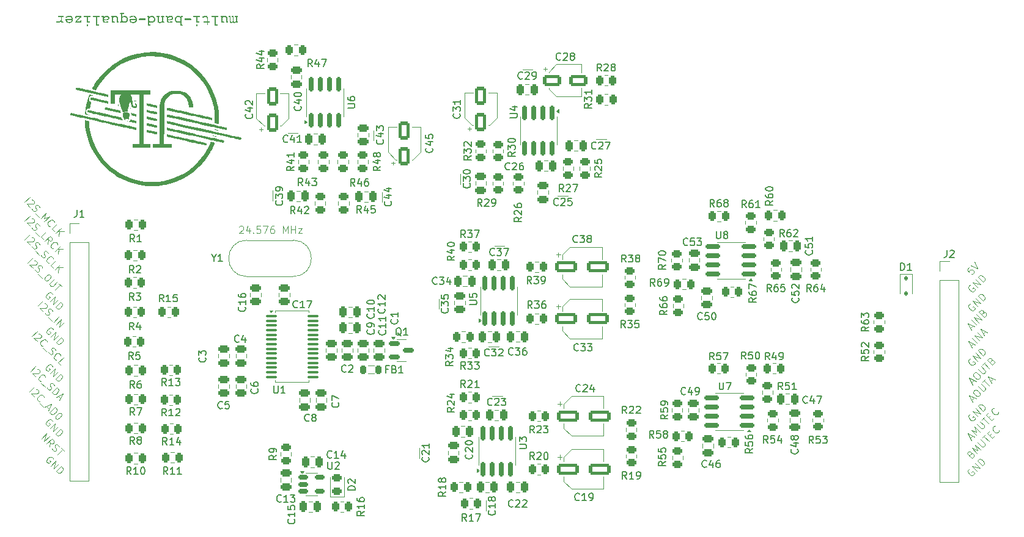
<source format=gto>
G04 #@! TF.GenerationSoftware,KiCad,Pcbnew,8.0.4-8.0.4-0~ubuntu22.04.1*
G04 #@! TF.CreationDate,2024-08-18T20:01:01-04:00*
G04 #@! TF.ProjectId,CS4272-CZZ_Breakout_Board,43533432-3732-42d4-935a-5a5f42726561,rev?*
G04 #@! TF.SameCoordinates,Original*
G04 #@! TF.FileFunction,Legend,Top*
G04 #@! TF.FilePolarity,Positive*
%FSLAX46Y46*%
G04 Gerber Fmt 4.6, Leading zero omitted, Abs format (unit mm)*
G04 Created by KiCad (PCBNEW 8.0.4-8.0.4-0~ubuntu22.04.1) date 2024-08-18 20:01:01*
%MOMM*%
%LPD*%
G01*
G04 APERTURE LIST*
G04 Aperture macros list*
%AMRoundRect*
0 Rectangle with rounded corners*
0 $1 Rounding radius*
0 $2 $3 $4 $5 $6 $7 $8 $9 X,Y pos of 4 corners*
0 Add a 4 corners polygon primitive as box body*
4,1,4,$2,$3,$4,$5,$6,$7,$8,$9,$2,$3,0*
0 Add four circle primitives for the rounded corners*
1,1,$1+$1,$2,$3*
1,1,$1+$1,$4,$5*
1,1,$1+$1,$6,$7*
1,1,$1+$1,$8,$9*
0 Add four rect primitives between the rounded corners*
20,1,$1+$1,$2,$3,$4,$5,0*
20,1,$1+$1,$4,$5,$6,$7,0*
20,1,$1+$1,$6,$7,$8,$9,0*
20,1,$1+$1,$8,$9,$2,$3,0*%
G04 Aperture macros list end*
%ADD10C,0.100000*%
%ADD11C,0.150000*%
%ADD12C,0.000000*%
%ADD13C,0.120000*%
%ADD14RoundRect,0.250000X0.250000X0.475000X-0.250000X0.475000X-0.250000X-0.475000X0.250000X-0.475000X0*%
%ADD15C,2.200000*%
%ADD16RoundRect,0.150000X0.150000X-0.825000X0.150000X0.825000X-0.150000X0.825000X-0.150000X-0.825000X0*%
%ADD17RoundRect,0.250000X0.475000X-0.250000X0.475000X0.250000X-0.475000X0.250000X-0.475000X-0.250000X0*%
%ADD18RoundRect,0.250000X0.450000X-0.262500X0.450000X0.262500X-0.450000X0.262500X-0.450000X-0.262500X0*%
%ADD19RoundRect,0.250000X-0.262500X-0.450000X0.262500X-0.450000X0.262500X0.450000X-0.262500X0.450000X0*%
%ADD20RoundRect,0.112500X-0.112500X0.187500X-0.112500X-0.187500X0.112500X-0.187500X0.112500X0.187500X0*%
%ADD21RoundRect,0.250000X-0.475000X0.250000X-0.475000X-0.250000X0.475000X-0.250000X0.475000X0.250000X0*%
%ADD22RoundRect,0.250000X-1.250000X-0.550000X1.250000X-0.550000X1.250000X0.550000X-1.250000X0.550000X0*%
%ADD23RoundRect,0.250000X0.550000X-1.050000X0.550000X1.050000X-0.550000X1.050000X-0.550000X-1.050000X0*%
%ADD24C,3.000000*%
%ADD25RoundRect,0.100000X-0.637500X-0.100000X0.637500X-0.100000X0.637500X0.100000X-0.637500X0.100000X0*%
%ADD26RoundRect,0.150000X-0.150000X0.825000X-0.150000X-0.825000X0.150000X-0.825000X0.150000X0.825000X0*%
%ADD27RoundRect,0.250000X0.262500X0.450000X-0.262500X0.450000X-0.262500X-0.450000X0.262500X-0.450000X0*%
%ADD28R,1.700000X1.700000*%
%ADD29O,1.700000X1.700000*%
%ADD30RoundRect,0.150000X-0.587500X-0.150000X0.587500X-0.150000X0.587500X0.150000X-0.587500X0.150000X0*%
%ADD31RoundRect,0.250000X-0.450000X0.262500X-0.450000X-0.262500X0.450000X-0.262500X0.450000X0.262500X0*%
%ADD32RoundRect,0.150000X0.825000X0.150000X-0.825000X0.150000X-0.825000X-0.150000X0.825000X-0.150000X0*%
%ADD33RoundRect,0.250000X-0.250000X-0.475000X0.250000X-0.475000X0.250000X0.475000X-0.250000X0.475000X0*%
%ADD34RoundRect,0.243750X0.456250X-0.243750X0.456250X0.243750X-0.456250X0.243750X-0.456250X-0.243750X0*%
%ADD35RoundRect,0.150000X-0.512500X-0.150000X0.512500X-0.150000X0.512500X0.150000X-0.512500X0.150000X0*%
%ADD36RoundRect,0.218750X0.218750X0.381250X-0.218750X0.381250X-0.218750X-0.381250X0.218750X-0.381250X0*%
%ADD37C,1.500000*%
%ADD38RoundRect,0.250000X-1.050000X-0.550000X1.050000X-0.550000X1.050000X0.550000X-1.050000X0.550000X0*%
G04 APERTURE END LIST*
D10*
X138100000Y-125300000D02*
X138100000Y-123900000D01*
X117800000Y-89600000D02*
X117800000Y-88200000D01*
X162600000Y-81100000D02*
X164000000Y-81100000D01*
X132925000Y-89800000D02*
X132925000Y-88400000D01*
X147345000Y-132600000D02*
X147345000Y-131200000D01*
X143800000Y-87300000D02*
X143800000Y-85900000D01*
X147700000Y-109850000D02*
X149100000Y-109850000D01*
X140800000Y-104600000D02*
X140800000Y-103200000D01*
X148500000Y-95900000D02*
X149900000Y-95900000D01*
X131775000Y-81250000D02*
X131775000Y-79850000D01*
X157275000Y-88900000D02*
X158675000Y-88900000D01*
X152400000Y-71400000D02*
X153800000Y-71400000D01*
X119900000Y-80200000D02*
X121300000Y-80200000D01*
X148200000Y-116700000D02*
X149600000Y-116700000D01*
G36*
X111994330Y-64532390D02*
G01*
X111994330Y-64057581D01*
X111975070Y-63984484D01*
X111908234Y-63955000D01*
X111784036Y-63955000D01*
X111718091Y-63989849D01*
X111710764Y-64028272D01*
X111749761Y-64092662D01*
X111817742Y-64099713D01*
X111836793Y-64099713D01*
X111836793Y-64570858D01*
X111839870Y-64656449D01*
X111849593Y-64730976D01*
X111872218Y-64808413D01*
X111916629Y-64878001D01*
X111982224Y-64921790D01*
X112054867Y-64938312D01*
X112088852Y-64939787D01*
X112166264Y-64929797D01*
X112239660Y-64895304D01*
X112295483Y-64843260D01*
X112317463Y-64813757D01*
X112354995Y-64880164D01*
X112418443Y-64924866D01*
X112495906Y-64939663D01*
X112504675Y-64939787D01*
X112581144Y-64929808D01*
X112647888Y-64898920D01*
X112701779Y-64851493D01*
X112760764Y-64892892D01*
X112918300Y-64892892D01*
X112987291Y-64865146D01*
X112998168Y-64821451D01*
X112962211Y-64757201D01*
X112903646Y-64747812D01*
X112857484Y-64747812D01*
X112857484Y-64099713D01*
X112878367Y-64099713D01*
X112953141Y-64092662D01*
X112998062Y-64033667D01*
X112998168Y-64028272D01*
X112961013Y-63962253D01*
X112918300Y-63955000D01*
X112645359Y-63955000D01*
X112573530Y-63976633D01*
X112561095Y-64028272D01*
X112597320Y-64093585D01*
X112660013Y-64101912D01*
X112703977Y-64099713D01*
X112703977Y-64656587D01*
X112664855Y-64725344D01*
X112602873Y-64773268D01*
X112552669Y-64782250D01*
X112481534Y-64761001D01*
X112434035Y-64700051D01*
X112418744Y-64623586D01*
X112418579Y-64613722D01*
X112418579Y-64539864D01*
X112418579Y-64532390D01*
X112418579Y-64093485D01*
X112418579Y-64066008D01*
X112412497Y-63991616D01*
X112347138Y-63955000D01*
X112216713Y-63955000D01*
X112152101Y-63989849D01*
X112145272Y-64028272D01*
X112184520Y-64092662D01*
X112252616Y-64099713D01*
X112271301Y-64099713D01*
X112271301Y-64532390D01*
X112264085Y-64617212D01*
X112239172Y-64694060D01*
X112192667Y-64752669D01*
X112122779Y-64781271D01*
X112105338Y-64782250D01*
X112034136Y-64756103D01*
X112002405Y-64680838D01*
X111995274Y-64601477D01*
X111994330Y-64532390D01*
G37*
G36*
X111365282Y-64327958D02*
G01*
X111365282Y-64814856D01*
X111365282Y-64825481D01*
X111401226Y-64891322D01*
X111423900Y-64892892D01*
X111579605Y-64892892D01*
X111649848Y-64865146D01*
X111661304Y-64821451D01*
X111625348Y-64757201D01*
X111566782Y-64747812D01*
X111520621Y-64747812D01*
X111520621Y-64290589D01*
X111515317Y-64207001D01*
X111499417Y-64134335D01*
X111464668Y-64058966D01*
X111413424Y-64000905D01*
X111345717Y-63960286D01*
X111261581Y-63937242D01*
X111182466Y-63931552D01*
X111105736Y-63938319D01*
X111026170Y-63961981D01*
X110959836Y-63995796D01*
X110893003Y-64041076D01*
X110863363Y-64063810D01*
X110863363Y-63994200D01*
X110804378Y-63955000D01*
X110649040Y-63955000D01*
X110578797Y-63983836D01*
X110567341Y-64028272D01*
X110606968Y-64092380D01*
X110661496Y-64099713D01*
X110708025Y-64099713D01*
X110708025Y-64793974D01*
X110718736Y-64869361D01*
X110779466Y-64892892D01*
X110997819Y-64892892D01*
X111068544Y-64866112D01*
X111079518Y-64821451D01*
X111045740Y-64754708D01*
X111004047Y-64747812D01*
X110863363Y-64747812D01*
X110863363Y-64329424D01*
X110876481Y-64250449D01*
X110912513Y-64184801D01*
X110966474Y-64134058D01*
X111033379Y-64099799D01*
X111108244Y-64083605D01*
X111134106Y-64082494D01*
X111214756Y-64090894D01*
X111286197Y-64122216D01*
X111339272Y-64187014D01*
X111361900Y-64269656D01*
X111365282Y-64327958D01*
G37*
G36*
X109910816Y-65144218D02*
G01*
X109910816Y-64099713D01*
X110194382Y-64099713D01*
X110266089Y-64074842D01*
X110280478Y-64028272D01*
X110245347Y-63963771D01*
X110198778Y-63955000D01*
X109442602Y-63955000D01*
X109371115Y-63976633D01*
X109358705Y-64028272D01*
X109394983Y-64093327D01*
X109436374Y-64099713D01*
X109755478Y-64099713D01*
X109755478Y-65249364D01*
X109814462Y-65291496D01*
X110152250Y-65291496D01*
X110220736Y-65265221D01*
X110234316Y-65217857D01*
X110193963Y-65153750D01*
X110137595Y-65146416D01*
X110085205Y-65144218D01*
X109910816Y-65144218D01*
G37*
G36*
X108299180Y-64845997D02*
G01*
X108702180Y-64845997D01*
X108702180Y-65053726D01*
X108706382Y-65131509D01*
X108749327Y-65192056D01*
X108784246Y-65196608D01*
X108851327Y-65165994D01*
X108864113Y-65110512D01*
X108864113Y-65055924D01*
X108864113Y-64845997D01*
X108977320Y-64845997D01*
X109053781Y-64842422D01*
X109114886Y-64799563D01*
X109118004Y-64772358D01*
X109080254Y-64707303D01*
X109036304Y-64700917D01*
X108864113Y-64700917D01*
X108864113Y-64355802D01*
X108864113Y-64323928D01*
X108862891Y-64246779D01*
X108855193Y-64169505D01*
X108832356Y-64096476D01*
X108826011Y-64084692D01*
X108780308Y-64024679D01*
X108720227Y-63979652D01*
X108645907Y-63949449D01*
X108570975Y-63935238D01*
X108500680Y-63931552D01*
X108426045Y-63936578D01*
X108346532Y-63951427D01*
X108272148Y-63972209D01*
X108192550Y-64000017D01*
X108168754Y-64009221D01*
X108099769Y-64043218D01*
X108056542Y-64103358D01*
X108055547Y-64116566D01*
X108093535Y-64181082D01*
X108126988Y-64190572D01*
X108208393Y-64169380D01*
X108287547Y-64135617D01*
X108365083Y-64106154D01*
X108450492Y-64085385D01*
X108511304Y-64080662D01*
X108584246Y-64088504D01*
X108651767Y-64124152D01*
X108690912Y-64196135D01*
X108702038Y-64269054D01*
X108704378Y-64355802D01*
X108704378Y-64700917D01*
X108288555Y-64700917D01*
X108216848Y-64725788D01*
X108202459Y-64772358D01*
X108239919Y-64836511D01*
X108299180Y-64845997D01*
G37*
G36*
X107220603Y-64099713D02*
G01*
X107220603Y-64850760D01*
X107279588Y-64892892D01*
X107579640Y-64892892D01*
X107650133Y-64865146D01*
X107661706Y-64821451D01*
X107624356Y-64756684D01*
X107575610Y-64747812D01*
X107375942Y-64747812D01*
X107375942Y-64099713D01*
X107688817Y-64099713D01*
X107760524Y-64074842D01*
X107774912Y-64028272D01*
X107739782Y-63963771D01*
X107693213Y-63955000D01*
X106897103Y-63955000D01*
X106825616Y-63976633D01*
X106813206Y-64028272D01*
X106849646Y-64093327D01*
X106890875Y-64099713D01*
X107220603Y-64099713D01*
G37*
G36*
X107411845Y-65193677D02*
G01*
X107398401Y-65121257D01*
X107327041Y-65093413D01*
X107304501Y-65092927D01*
X107228038Y-65105871D01*
X107200505Y-65178753D01*
X107199720Y-65222986D01*
X107203801Y-65296548D01*
X107248252Y-65355238D01*
X107304501Y-65361838D01*
X107380003Y-65344663D01*
X107409284Y-65269033D01*
X107411845Y-65193677D01*
G37*
G36*
X106480181Y-64330157D02*
G01*
X105629849Y-64330157D01*
X105581489Y-64378150D01*
X105581489Y-64487327D01*
X105629849Y-64529459D01*
X106480181Y-64529459D01*
X106524511Y-64487327D01*
X106524511Y-64378150D01*
X106480181Y-64330157D01*
G37*
G36*
X104771328Y-63933919D02*
G01*
X104853979Y-63949628D01*
X104926141Y-63980434D01*
X104987699Y-64026776D01*
X105038538Y-64089089D01*
X105038538Y-64007390D01*
X105080669Y-63955000D01*
X105267515Y-63955000D01*
X105314184Y-63963771D01*
X105349581Y-64028272D01*
X105349475Y-64033667D01*
X105304554Y-64092662D01*
X105229780Y-64099713D01*
X105208897Y-64099713D01*
X105208897Y-65144218D01*
X105255059Y-65146416D01*
X105309687Y-65153750D01*
X105349581Y-65217857D01*
X105336001Y-65265221D01*
X105267515Y-65291496D01*
X105112177Y-65291496D01*
X105053192Y-65249364D01*
X105053192Y-64751475D01*
X105014052Y-64793080D01*
X104950320Y-64839658D01*
X104876621Y-64872102D01*
X104793463Y-64889835D01*
X104715038Y-64892892D01*
X104664298Y-64890448D01*
X104591683Y-64877972D01*
X104502431Y-64846080D01*
X104423289Y-64798413D01*
X104355850Y-64736781D01*
X104301706Y-64662997D01*
X104262450Y-64578872D01*
X104239675Y-64486219D01*
X104234815Y-64418450D01*
X104410589Y-64418450D01*
X104412121Y-64452650D01*
X104428808Y-64532550D01*
X104462521Y-64602737D01*
X104511583Y-64661064D01*
X104574316Y-64705384D01*
X104649044Y-64733550D01*
X104734089Y-64743415D01*
X104768875Y-64741851D01*
X104849477Y-64724852D01*
X104919522Y-64690633D01*
X104977184Y-64641039D01*
X105020635Y-64577914D01*
X105048045Y-64503102D01*
X105057588Y-64418450D01*
X105056056Y-64383885D01*
X105039369Y-64303425D01*
X105005656Y-64233081D01*
X104956595Y-64174867D01*
X104893862Y-64130793D01*
X104819134Y-64102873D01*
X104734089Y-64093119D01*
X104698940Y-64094639D01*
X104617821Y-64111234D01*
X104547690Y-64144858D01*
X104490224Y-64193951D01*
X104447100Y-64256954D01*
X104419996Y-64332307D01*
X104410589Y-64418450D01*
X104234815Y-64418450D01*
X104234368Y-64412222D01*
X104234979Y-64387538D01*
X104249191Y-64292291D01*
X104280965Y-64204087D01*
X104328604Y-64124881D01*
X104390411Y-64056626D01*
X104464692Y-64001277D01*
X104549750Y-63960785D01*
X104643890Y-63937105D01*
X104719434Y-63931552D01*
X104771328Y-63933919D01*
G37*
G36*
X103714510Y-63933006D02*
G01*
X103800921Y-63948786D01*
X103874817Y-63980509D01*
X103934773Y-64026413D01*
X103979364Y-64084738D01*
X104007164Y-64153722D01*
X104016748Y-64231605D01*
X104008849Y-64304714D01*
X103977198Y-64385083D01*
X103922110Y-64452108D01*
X103861712Y-64495325D01*
X103787251Y-64528639D01*
X103699143Y-64551446D01*
X103624358Y-64561291D01*
X103542306Y-64564630D01*
X103527330Y-64564505D01*
X103452242Y-64560167D01*
X103376270Y-64549683D01*
X103298674Y-64533122D01*
X103298674Y-64539351D01*
X103302145Y-64594651D01*
X103325195Y-64672849D01*
X103378703Y-64733954D01*
X103450016Y-64763389D01*
X103529849Y-64771259D01*
X103543240Y-64771011D01*
X103616682Y-64760657D01*
X103689620Y-64736092D01*
X103760539Y-64704851D01*
X103838328Y-64684797D01*
X103879540Y-64700503D01*
X103907571Y-64771259D01*
X103896785Y-64804619D01*
X103837578Y-64854332D01*
X103762733Y-64884964D01*
X103682686Y-64903717D01*
X103608245Y-64913036D01*
X103525453Y-64916339D01*
X103501239Y-64916000D01*
X103412577Y-64907794D01*
X103336854Y-64888483D01*
X103260049Y-64848419D01*
X103202661Y-64790294D01*
X103164247Y-64713711D01*
X103146876Y-64638892D01*
X103141137Y-64551807D01*
X103141137Y-64290589D01*
X103298674Y-64290589D01*
X103298674Y-64397934D01*
X103364289Y-64415577D01*
X103438353Y-64427809D01*
X103514829Y-64432006D01*
X103535042Y-64431776D01*
X103627254Y-64424005D01*
X103704369Y-64405973D01*
X103776329Y-64372290D01*
X103830904Y-64318713D01*
X103852983Y-64242229D01*
X103847165Y-64203182D01*
X103803619Y-64138202D01*
X103733508Y-64100498D01*
X103651482Y-64088722D01*
X103617091Y-64090015D01*
X103534262Y-64103532D01*
X103458708Y-64129217D01*
X103382534Y-64171663D01*
X103327834Y-64221644D01*
X103298674Y-64290589D01*
X103141137Y-64290589D01*
X103141137Y-64099713D01*
X103088747Y-64099713D01*
X103080822Y-64099681D01*
X103007711Y-64091800D01*
X102966748Y-64028272D01*
X102978320Y-63983836D01*
X103048813Y-63955000D01*
X103210380Y-63955000D01*
X103241973Y-63961750D01*
X103281821Y-64023876D01*
X103292445Y-64086891D01*
X103313570Y-64068543D01*
X103379697Y-64020115D01*
X103449573Y-63981869D01*
X103522704Y-63954137D01*
X103598598Y-63937254D01*
X103676762Y-63931552D01*
X103714510Y-63933006D01*
G37*
G36*
X102644347Y-64099713D02*
G01*
X102665596Y-64099713D01*
X102740255Y-64092662D01*
X102784926Y-64033667D01*
X102785031Y-64028272D01*
X102748658Y-63963771D01*
X102698935Y-63955000D01*
X102644347Y-63955000D01*
X102457501Y-63955000D01*
X102380840Y-63962437D01*
X102348325Y-64028272D01*
X102384460Y-64093585D01*
X102446877Y-64101912D01*
X102491207Y-64099713D01*
X102491207Y-64532756D01*
X102477205Y-64613464D01*
X102439468Y-64679961D01*
X102384401Y-64730945D01*
X102318409Y-64765111D01*
X102236154Y-64781975D01*
X102224494Y-64782250D01*
X102144897Y-64770311D01*
X102075995Y-64727430D01*
X102036174Y-64664325D01*
X102018072Y-64591231D01*
X102014567Y-64532756D01*
X102014567Y-64099713D01*
X102047906Y-64099713D01*
X102123787Y-64087223D01*
X102150854Y-64028272D01*
X102116712Y-63961743D01*
X102047906Y-63955000D01*
X101821127Y-63955000D01*
X101746291Y-63965869D01*
X101711950Y-64028272D01*
X101753278Y-64092380D01*
X101808670Y-64099713D01*
X101854832Y-64099713D01*
X101854832Y-64570858D01*
X101861164Y-64655818D01*
X101879522Y-64730049D01*
X101917921Y-64807469D01*
X101971745Y-64867475D01*
X102039122Y-64909708D01*
X102118184Y-64933807D01*
X102188590Y-64939787D01*
X102266957Y-64931074D01*
X102342096Y-64904982D01*
X102406437Y-64867949D01*
X102470573Y-64817708D01*
X102489009Y-64800935D01*
X102489009Y-64870177D01*
X102547993Y-64892892D01*
X102644347Y-64892892D01*
X102718860Y-64890712D01*
X102781642Y-64849979D01*
X102785031Y-64821451D01*
X102749074Y-64757201D01*
X102690509Y-64747812D01*
X102644347Y-64747812D01*
X102644347Y-64099713D01*
G37*
G36*
X101130585Y-63933876D02*
G01*
X101220874Y-63951932D01*
X101303059Y-63986692D01*
X101375539Y-64036743D01*
X101436712Y-64100672D01*
X101484977Y-64177067D01*
X101518733Y-64264515D01*
X101533566Y-64336504D01*
X101538660Y-64413321D01*
X101536234Y-64462600D01*
X101517458Y-64556483D01*
X101481507Y-64642572D01*
X101430050Y-64718990D01*
X101364758Y-64783862D01*
X101287301Y-64835310D01*
X101199348Y-64871459D01*
X101127502Y-64887402D01*
X101051395Y-64892892D01*
X100999938Y-64890621D01*
X100916294Y-64875659D01*
X100841116Y-64846597D01*
X100774775Y-64803294D01*
X100717637Y-64745614D01*
X100717637Y-65144218D01*
X100772226Y-65144218D01*
X100798044Y-65144427D01*
X100874368Y-65153984D01*
X100912909Y-65217857D01*
X100899330Y-65265221D01*
X100830844Y-65291496D01*
X100620917Y-65291496D01*
X100562299Y-65249364D01*
X100562299Y-64420282D01*
X100715439Y-64420282D01*
X100716971Y-64454440D01*
X100733658Y-64533933D01*
X100767371Y-64603410D01*
X100816433Y-64660892D01*
X100879166Y-64704402D01*
X100953894Y-64731958D01*
X101038939Y-64741584D01*
X101074389Y-64740054D01*
X101155941Y-64723321D01*
X101226143Y-64689323D01*
X101283445Y-64639527D01*
X101326296Y-64575400D01*
X101353144Y-64498410D01*
X101362438Y-64410024D01*
X101360835Y-64375276D01*
X101343503Y-64295568D01*
X101308883Y-64227212D01*
X101259157Y-64171608D01*
X101196504Y-64130158D01*
X101123104Y-64104261D01*
X101041137Y-64095317D01*
X101006326Y-64096934D01*
X100925480Y-64114414D01*
X100855008Y-64149355D01*
X100796840Y-64199584D01*
X100752903Y-64262929D01*
X100725127Y-64337219D01*
X100715439Y-64420282D01*
X100562299Y-64420282D01*
X100562299Y-64099713D01*
X100516137Y-64099713D01*
X100461346Y-64092380D01*
X100421615Y-64028272D01*
X100429754Y-63990823D01*
X100494888Y-63955000D01*
X100690160Y-63955000D01*
X100730094Y-64009221D01*
X100730094Y-64093119D01*
X100789996Y-64032072D01*
X100860933Y-63984651D01*
X100929315Y-63955528D01*
X101003638Y-63937640D01*
X101082903Y-63931552D01*
X101130585Y-63933876D01*
G37*
G36*
X100164061Y-64330157D02*
G01*
X99313729Y-64330157D01*
X99265369Y-64378150D01*
X99265369Y-64487327D01*
X99313729Y-64529459D01*
X100164061Y-64529459D01*
X100208391Y-64487327D01*
X100208391Y-64378150D01*
X100164061Y-64330157D01*
G37*
G36*
X98541183Y-63933815D02*
G01*
X98622686Y-63945503D01*
X98697247Y-63966769D01*
X98764482Y-63997192D01*
X98842063Y-64051276D01*
X98905018Y-64119896D01*
X98952433Y-64202058D01*
X98977245Y-64271967D01*
X98992415Y-64348512D01*
X98997557Y-64431273D01*
X98996921Y-64459324D01*
X98987555Y-64539902D01*
X98967462Y-64614691D01*
X98937231Y-64683146D01*
X98897454Y-64744722D01*
X98830589Y-64815180D01*
X98770833Y-64858585D01*
X98703499Y-64893293D01*
X98629178Y-64918759D01*
X98548458Y-64934439D01*
X98461933Y-64939787D01*
X98405098Y-64937215D01*
X98325324Y-64924198D01*
X98252441Y-64901118D01*
X98166594Y-64856498D01*
X98094469Y-64798324D01*
X98036907Y-64729074D01*
X97994749Y-64651223D01*
X97968838Y-64567251D01*
X97963851Y-64517735D01*
X98147226Y-64517735D01*
X98155364Y-64563947D01*
X98187804Y-64646012D01*
X98239272Y-64712548D01*
X98306739Y-64761498D01*
X98387177Y-64790804D01*
X98461933Y-64798736D01*
X98542910Y-64791212D01*
X98615826Y-64769130D01*
X98691231Y-64724456D01*
X98751759Y-64661157D01*
X98789550Y-64595101D01*
X98814741Y-64517735D01*
X98147226Y-64517735D01*
X97963851Y-64517735D01*
X97960013Y-64479633D01*
X97980686Y-64406803D01*
X98050586Y-64384785D01*
X98130373Y-64383279D01*
X98819138Y-64383279D01*
X98813085Y-64330331D01*
X98789703Y-64252464D01*
X98750354Y-64188068D01*
X98695794Y-64137713D01*
X98626778Y-64101968D01*
X98544060Y-64081404D01*
X98468527Y-64076266D01*
X98411970Y-64079418D01*
X98326114Y-64096187D01*
X98250053Y-64122295D01*
X98182963Y-64151904D01*
X98113142Y-64183840D01*
X98035851Y-64203761D01*
X98007841Y-64198592D01*
X97964410Y-64136716D01*
X97992622Y-64074692D01*
X98054535Y-64034134D01*
X98081008Y-64021571D01*
X98161336Y-63988894D01*
X98242457Y-63963655D01*
X98323631Y-63945752D01*
X98404119Y-63935085D01*
X98483182Y-63931552D01*
X98541183Y-63933815D01*
G37*
G36*
X97228362Y-63563207D02*
G01*
X97263921Y-63629668D01*
X97252561Y-63674220D01*
X97184054Y-63703307D01*
X96938590Y-63703307D01*
X96938590Y-64104110D01*
X96999450Y-64047085D01*
X97070935Y-64003295D01*
X97139546Y-63976677D01*
X97213954Y-63960472D01*
X97293230Y-63955000D01*
X97390477Y-63963598D01*
X97479550Y-63988545D01*
X97558971Y-64028570D01*
X97627263Y-64082403D01*
X97682950Y-64148772D01*
X97724556Y-64226407D01*
X97750602Y-64314036D01*
X97759612Y-64410390D01*
X97757115Y-64462237D01*
X97744381Y-64536066D01*
X97711890Y-64626224D01*
X97663438Y-64705634D01*
X97600952Y-64772889D01*
X97526359Y-64826588D01*
X97441588Y-64865325D01*
X97348567Y-64887697D01*
X97274546Y-64892892D01*
X97226451Y-64890633D01*
X97146297Y-64875912D01*
X97071449Y-64847705D01*
X97002137Y-64806264D01*
X96938590Y-64751842D01*
X96938590Y-64850760D01*
X96879605Y-64892892D01*
X96724267Y-64892892D01*
X96681044Y-64885989D01*
X96642201Y-64821451D01*
X96642307Y-64816050D01*
X96687764Y-64755559D01*
X96764200Y-64747812D01*
X96782885Y-64747812D01*
X96782885Y-64420648D01*
X96934193Y-64420648D01*
X96935726Y-64454008D01*
X96952413Y-64531730D01*
X96986126Y-64599758D01*
X97035187Y-64656113D01*
X97097920Y-64698817D01*
X97172648Y-64725891D01*
X97257693Y-64735355D01*
X97293144Y-64733809D01*
X97374695Y-64717064D01*
X97444897Y-64683501D01*
X97502200Y-64635098D01*
X97545051Y-64573836D01*
X97571899Y-64501693D01*
X97581193Y-64420648D01*
X97579637Y-64386263D01*
X97562727Y-64307073D01*
X97528681Y-64238802D01*
X97479327Y-64183003D01*
X97416492Y-64141225D01*
X97342005Y-64115021D01*
X97257693Y-64105942D01*
X97222544Y-64107488D01*
X97141425Y-64124233D01*
X97071294Y-64157796D01*
X97013828Y-64206199D01*
X96970705Y-64267461D01*
X96943601Y-64339604D01*
X96934193Y-64420648D01*
X96782885Y-64420648D01*
X96782885Y-63703307D01*
X96738921Y-63703307D01*
X96679660Y-63693821D01*
X96642201Y-63629668D01*
X96653774Y-63585232D01*
X96724267Y-63556395D01*
X97177826Y-63556395D01*
X97228362Y-63563207D01*
G37*
G36*
X96206594Y-64327958D02*
G01*
X96206594Y-64814856D01*
X96206594Y-64825481D01*
X96242538Y-64891322D01*
X96265212Y-64892892D01*
X96420917Y-64892892D01*
X96491160Y-64865146D01*
X96502616Y-64821451D01*
X96466660Y-64757201D01*
X96408094Y-64747812D01*
X96361933Y-64747812D01*
X96361933Y-64290589D01*
X96356629Y-64207001D01*
X96340729Y-64134335D01*
X96305980Y-64058966D01*
X96254736Y-64000905D01*
X96187029Y-63960286D01*
X96102893Y-63937242D01*
X96023778Y-63931552D01*
X95947048Y-63938319D01*
X95867482Y-63961981D01*
X95801148Y-63995796D01*
X95734315Y-64041076D01*
X95704675Y-64063810D01*
X95704675Y-63994200D01*
X95645690Y-63955000D01*
X95490352Y-63955000D01*
X95420109Y-63983836D01*
X95408653Y-64028272D01*
X95448280Y-64092380D01*
X95502808Y-64099713D01*
X95549337Y-64099713D01*
X95549337Y-64793974D01*
X95560048Y-64869361D01*
X95620778Y-64892892D01*
X95839131Y-64892892D01*
X95909856Y-64866112D01*
X95920830Y-64821451D01*
X95887052Y-64754708D01*
X95845359Y-64747812D01*
X95704675Y-64747812D01*
X95704675Y-64329424D01*
X95717793Y-64250449D01*
X95753825Y-64184801D01*
X95807786Y-64134058D01*
X95874691Y-64099799D01*
X95949556Y-64083605D01*
X95975418Y-64082494D01*
X96056068Y-64090894D01*
X96127509Y-64122216D01*
X96180584Y-64187014D01*
X96203212Y-64269656D01*
X96206594Y-64327958D01*
G37*
G36*
X94871942Y-63933006D02*
G01*
X94958353Y-63948786D01*
X95032249Y-63980509D01*
X95092205Y-64026413D01*
X95136796Y-64084738D01*
X95164596Y-64153722D01*
X95174180Y-64231605D01*
X95166281Y-64304714D01*
X95134630Y-64385083D01*
X95079542Y-64452108D01*
X95019144Y-64495325D01*
X94944683Y-64528639D01*
X94856575Y-64551446D01*
X94781790Y-64561291D01*
X94699738Y-64564630D01*
X94684762Y-64564505D01*
X94609674Y-64560167D01*
X94533702Y-64549683D01*
X94456106Y-64533122D01*
X94456106Y-64539351D01*
X94459577Y-64594651D01*
X94482627Y-64672849D01*
X94536135Y-64733954D01*
X94607448Y-64763389D01*
X94687281Y-64771259D01*
X94700672Y-64771011D01*
X94774114Y-64760657D01*
X94847052Y-64736092D01*
X94917971Y-64704851D01*
X94995760Y-64684797D01*
X95036972Y-64700503D01*
X95065003Y-64771259D01*
X95054217Y-64804619D01*
X94995010Y-64854332D01*
X94920165Y-64884964D01*
X94840118Y-64903717D01*
X94765677Y-64913036D01*
X94682885Y-64916339D01*
X94658671Y-64916000D01*
X94570009Y-64907794D01*
X94494286Y-64888483D01*
X94417481Y-64848419D01*
X94360093Y-64790294D01*
X94321679Y-64713711D01*
X94304308Y-64638892D01*
X94298569Y-64551807D01*
X94298569Y-64290589D01*
X94456106Y-64290589D01*
X94456106Y-64397934D01*
X94521721Y-64415577D01*
X94595785Y-64427809D01*
X94672260Y-64432006D01*
X94692474Y-64431776D01*
X94784686Y-64424005D01*
X94861801Y-64405973D01*
X94933761Y-64372290D01*
X94988336Y-64318713D01*
X95010415Y-64242229D01*
X95004597Y-64203182D01*
X94961051Y-64138202D01*
X94890940Y-64100498D01*
X94808914Y-64088722D01*
X94774523Y-64090015D01*
X94691694Y-64103532D01*
X94616139Y-64129217D01*
X94539966Y-64171663D01*
X94485266Y-64221644D01*
X94456106Y-64290589D01*
X94298569Y-64290589D01*
X94298569Y-64099713D01*
X94246179Y-64099713D01*
X94238254Y-64099681D01*
X94165143Y-64091800D01*
X94124180Y-64028272D01*
X94135752Y-63983836D01*
X94206245Y-63955000D01*
X94367812Y-63955000D01*
X94399405Y-63961750D01*
X94439253Y-64023876D01*
X94449877Y-64086891D01*
X94471002Y-64068543D01*
X94537129Y-64020115D01*
X94607005Y-63981869D01*
X94680136Y-63954137D01*
X94756030Y-63937254D01*
X94834193Y-63931552D01*
X94871942Y-63933006D01*
G37*
G36*
X93488904Y-65144218D02*
G01*
X93488904Y-64099713D01*
X93772470Y-64099713D01*
X93844177Y-64074842D01*
X93858565Y-64028272D01*
X93823435Y-63963771D01*
X93776866Y-63955000D01*
X93020690Y-63955000D01*
X92949203Y-63976633D01*
X92936793Y-64028272D01*
X92973071Y-64093327D01*
X93014462Y-64099713D01*
X93333565Y-64099713D01*
X93333565Y-65249364D01*
X93392550Y-65291496D01*
X93730338Y-65291496D01*
X93798824Y-65265221D01*
X93812404Y-65217857D01*
X93772051Y-65153750D01*
X93715683Y-65146416D01*
X93663293Y-65144218D01*
X93488904Y-65144218D01*
G37*
G36*
X92061915Y-64099713D02*
G01*
X92061915Y-64850760D01*
X92120900Y-64892892D01*
X92420952Y-64892892D01*
X92491445Y-64865146D01*
X92503018Y-64821451D01*
X92465668Y-64756684D01*
X92416922Y-64747812D01*
X92217254Y-64747812D01*
X92217254Y-64099713D01*
X92530129Y-64099713D01*
X92601836Y-64074842D01*
X92616224Y-64028272D01*
X92581094Y-63963771D01*
X92534525Y-63955000D01*
X91738415Y-63955000D01*
X91666928Y-63976633D01*
X91654518Y-64028272D01*
X91690958Y-64093327D01*
X91732187Y-64099713D01*
X92061915Y-64099713D01*
G37*
G36*
X92253157Y-65193677D02*
G01*
X92239713Y-65121257D01*
X92168353Y-65093413D01*
X92145812Y-65092927D01*
X92069350Y-65105871D01*
X92041817Y-65178753D01*
X92041032Y-65222986D01*
X92045113Y-65296548D01*
X92089564Y-65355238D01*
X92145812Y-65361838D01*
X92221315Y-65344663D01*
X92250595Y-65269033D01*
X92253157Y-65193677D01*
G37*
G36*
X91115963Y-64099713D02*
G01*
X90552861Y-64642299D01*
X90500623Y-64699062D01*
X90463845Y-64766450D01*
X90460537Y-64789944D01*
X90488306Y-64859659D01*
X90556312Y-64889137D01*
X90605617Y-64892892D01*
X91153698Y-64892892D01*
X91228721Y-64885665D01*
X91289661Y-64844368D01*
X91296580Y-64810826D01*
X91296580Y-64637903D01*
X91267493Y-64568605D01*
X91222941Y-64557302D01*
X91159196Y-64595424D01*
X91149520Y-64670719D01*
X91149302Y-64696154D01*
X91149302Y-64747812D01*
X90660205Y-64747812D01*
X91246022Y-64170055D01*
X91296115Y-64115581D01*
X91319661Y-64047323D01*
X91289986Y-63978218D01*
X91216178Y-63955364D01*
X91202058Y-63955000D01*
X90582536Y-63955000D01*
X90508837Y-63963887D01*
X90461644Y-64022888D01*
X90460537Y-64041095D01*
X90460537Y-64209623D01*
X90488121Y-64278824D01*
X90531978Y-64290223D01*
X90595851Y-64252101D01*
X90605408Y-64176806D01*
X90605617Y-64151371D01*
X90605617Y-64099713D01*
X91115963Y-64099713D01*
G37*
G36*
X89698615Y-63933815D02*
G01*
X89780118Y-63945503D01*
X89854679Y-63966769D01*
X89921914Y-63997192D01*
X89999495Y-64051276D01*
X90062450Y-64119896D01*
X90109864Y-64202058D01*
X90134676Y-64271967D01*
X90149847Y-64348512D01*
X90154989Y-64431273D01*
X90154353Y-64459324D01*
X90144987Y-64539902D01*
X90124894Y-64614691D01*
X90094663Y-64683146D01*
X90054886Y-64744722D01*
X89988021Y-64815180D01*
X89928265Y-64858585D01*
X89860931Y-64893293D01*
X89786610Y-64918759D01*
X89705890Y-64934439D01*
X89619364Y-64939787D01*
X89562530Y-64937215D01*
X89482756Y-64924198D01*
X89409873Y-64901118D01*
X89324026Y-64856498D01*
X89251901Y-64798324D01*
X89194339Y-64729074D01*
X89152181Y-64651223D01*
X89126270Y-64567251D01*
X89121283Y-64517735D01*
X89304658Y-64517735D01*
X89312796Y-64563947D01*
X89345236Y-64646012D01*
X89396704Y-64712548D01*
X89464171Y-64761498D01*
X89544609Y-64790804D01*
X89619364Y-64798736D01*
X89700342Y-64791212D01*
X89773258Y-64769130D01*
X89848663Y-64724456D01*
X89909191Y-64661157D01*
X89946982Y-64595101D01*
X89972173Y-64517735D01*
X89304658Y-64517735D01*
X89121283Y-64517735D01*
X89117445Y-64479633D01*
X89138118Y-64406803D01*
X89208018Y-64384785D01*
X89287805Y-64383279D01*
X89976570Y-64383279D01*
X89970517Y-64330331D01*
X89947135Y-64252464D01*
X89907786Y-64188068D01*
X89853226Y-64137713D01*
X89784210Y-64101968D01*
X89701492Y-64081404D01*
X89625959Y-64076266D01*
X89569402Y-64079418D01*
X89483546Y-64096187D01*
X89407485Y-64122295D01*
X89340395Y-64151904D01*
X89270574Y-64183840D01*
X89193283Y-64203761D01*
X89165273Y-64198592D01*
X89121842Y-64136716D01*
X89150054Y-64074692D01*
X89211967Y-64034134D01*
X89238440Y-64021571D01*
X89318768Y-63988894D01*
X89399889Y-63963655D01*
X89481063Y-63945752D01*
X89561551Y-63935085D01*
X89640614Y-63931552D01*
X89698615Y-63933815D01*
G37*
G36*
X88467515Y-64099713D02*
G01*
X88467515Y-64517002D01*
X88417334Y-64570893D01*
X88356992Y-64628591D01*
X88298915Y-64675369D01*
X88231636Y-64716818D01*
X88155572Y-64744505D01*
X88102250Y-64750376D01*
X88030710Y-64733458D01*
X87963352Y-64698135D01*
X87923464Y-64688461D01*
X87855796Y-64724280D01*
X87833339Y-64783715D01*
X87859170Y-64853637D01*
X87924427Y-64897742D01*
X88002383Y-64914873D01*
X88037037Y-64916339D01*
X88112030Y-64910487D01*
X88183693Y-64892918D01*
X88252343Y-64863617D01*
X88318300Y-64822566D01*
X88381883Y-64769748D01*
X88443409Y-64705148D01*
X88467515Y-64676004D01*
X88467515Y-64848928D01*
X88524302Y-64892892D01*
X88757309Y-64892892D01*
X88827802Y-64865146D01*
X88839375Y-64821451D01*
X88802882Y-64757201D01*
X88742655Y-64747812D01*
X88690265Y-64747812D01*
X88621022Y-64747812D01*
X88621022Y-64099713D01*
X88801639Y-64099713D01*
X88873239Y-64074842D01*
X88887735Y-64028272D01*
X88850741Y-63963771D01*
X88803471Y-63955000D01*
X88133757Y-63955000D01*
X88062036Y-63976633D01*
X88049494Y-64028272D01*
X88086053Y-64093327D01*
X88127529Y-64099713D01*
X88467515Y-64099713D01*
G37*
X113181265Y-93217657D02*
X113228884Y-93170038D01*
X113228884Y-93170038D02*
X113324122Y-93122419D01*
X113324122Y-93122419D02*
X113562217Y-93122419D01*
X113562217Y-93122419D02*
X113657455Y-93170038D01*
X113657455Y-93170038D02*
X113705074Y-93217657D01*
X113705074Y-93217657D02*
X113752693Y-93312895D01*
X113752693Y-93312895D02*
X113752693Y-93408133D01*
X113752693Y-93408133D02*
X113705074Y-93550990D01*
X113705074Y-93550990D02*
X113133646Y-94122419D01*
X113133646Y-94122419D02*
X113752693Y-94122419D01*
X114609836Y-93455752D02*
X114609836Y-94122419D01*
X114371741Y-93074800D02*
X114133646Y-93789085D01*
X114133646Y-93789085D02*
X114752693Y-93789085D01*
X115133646Y-94027180D02*
X115181265Y-94074800D01*
X115181265Y-94074800D02*
X115133646Y-94122419D01*
X115133646Y-94122419D02*
X115086027Y-94074800D01*
X115086027Y-94074800D02*
X115133646Y-94027180D01*
X115133646Y-94027180D02*
X115133646Y-94122419D01*
X116086026Y-93122419D02*
X115609836Y-93122419D01*
X115609836Y-93122419D02*
X115562217Y-93598609D01*
X115562217Y-93598609D02*
X115609836Y-93550990D01*
X115609836Y-93550990D02*
X115705074Y-93503371D01*
X115705074Y-93503371D02*
X115943169Y-93503371D01*
X115943169Y-93503371D02*
X116038407Y-93550990D01*
X116038407Y-93550990D02*
X116086026Y-93598609D01*
X116086026Y-93598609D02*
X116133645Y-93693847D01*
X116133645Y-93693847D02*
X116133645Y-93931942D01*
X116133645Y-93931942D02*
X116086026Y-94027180D01*
X116086026Y-94027180D02*
X116038407Y-94074800D01*
X116038407Y-94074800D02*
X115943169Y-94122419D01*
X115943169Y-94122419D02*
X115705074Y-94122419D01*
X115705074Y-94122419D02*
X115609836Y-94074800D01*
X115609836Y-94074800D02*
X115562217Y-94027180D01*
X116466979Y-93122419D02*
X117133645Y-93122419D01*
X117133645Y-93122419D02*
X116705074Y-94122419D01*
X117943169Y-93122419D02*
X117752693Y-93122419D01*
X117752693Y-93122419D02*
X117657455Y-93170038D01*
X117657455Y-93170038D02*
X117609836Y-93217657D01*
X117609836Y-93217657D02*
X117514598Y-93360514D01*
X117514598Y-93360514D02*
X117466979Y-93550990D01*
X117466979Y-93550990D02*
X117466979Y-93931942D01*
X117466979Y-93931942D02*
X117514598Y-94027180D01*
X117514598Y-94027180D02*
X117562217Y-94074800D01*
X117562217Y-94074800D02*
X117657455Y-94122419D01*
X117657455Y-94122419D02*
X117847931Y-94122419D01*
X117847931Y-94122419D02*
X117943169Y-94074800D01*
X117943169Y-94074800D02*
X117990788Y-94027180D01*
X117990788Y-94027180D02*
X118038407Y-93931942D01*
X118038407Y-93931942D02*
X118038407Y-93693847D01*
X118038407Y-93693847D02*
X117990788Y-93598609D01*
X117990788Y-93598609D02*
X117943169Y-93550990D01*
X117943169Y-93550990D02*
X117847931Y-93503371D01*
X117847931Y-93503371D02*
X117657455Y-93503371D01*
X117657455Y-93503371D02*
X117562217Y-93550990D01*
X117562217Y-93550990D02*
X117514598Y-93598609D01*
X117514598Y-93598609D02*
X117466979Y-93693847D01*
X119228884Y-94122419D02*
X119228884Y-93122419D01*
X119228884Y-93122419D02*
X119562217Y-93836704D01*
X119562217Y-93836704D02*
X119895550Y-93122419D01*
X119895550Y-93122419D02*
X119895550Y-94122419D01*
X120371741Y-94122419D02*
X120371741Y-93122419D01*
X120371741Y-93598609D02*
X120943169Y-93598609D01*
X120943169Y-94122419D02*
X120943169Y-93122419D01*
X121324122Y-93455752D02*
X121847931Y-93455752D01*
X121847931Y-93455752D02*
X121324122Y-94122419D01*
X121324122Y-94122419D02*
X121847931Y-94122419D01*
X84267591Y-113304665D02*
X84974698Y-112597558D01*
X85210400Y-112967947D02*
X85277744Y-112967947D01*
X85277744Y-112967947D02*
X85378759Y-113001619D01*
X85378759Y-113001619D02*
X85547118Y-113169977D01*
X85547118Y-113169977D02*
X85580789Y-113270993D01*
X85580789Y-113270993D02*
X85580789Y-113338336D01*
X85580789Y-113338336D02*
X85547118Y-113439351D01*
X85547118Y-113439351D02*
X85479774Y-113506695D01*
X85479774Y-113506695D02*
X85345087Y-113574038D01*
X85345087Y-113574038D02*
X84536965Y-113574038D01*
X84536965Y-113574038D02*
X84974698Y-114011771D01*
X85749148Y-114651535D02*
X85681805Y-114651535D01*
X85681805Y-114651535D02*
X85547118Y-114584191D01*
X85547118Y-114584191D02*
X85479774Y-114516847D01*
X85479774Y-114516847D02*
X85412431Y-114382160D01*
X85412431Y-114382160D02*
X85412431Y-114247473D01*
X85412431Y-114247473D02*
X85446102Y-114146458D01*
X85446102Y-114146458D02*
X85547118Y-113978099D01*
X85547118Y-113978099D02*
X85648133Y-113877084D01*
X85648133Y-113877084D02*
X85816492Y-113776069D01*
X85816492Y-113776069D02*
X85917507Y-113742397D01*
X85917507Y-113742397D02*
X86052194Y-113742397D01*
X86052194Y-113742397D02*
X86186881Y-113809741D01*
X86186881Y-113809741D02*
X86254224Y-113877084D01*
X86254224Y-113877084D02*
X86321568Y-114011771D01*
X86321568Y-114011771D02*
X86321568Y-114079115D01*
X85749148Y-114920909D02*
X86287896Y-115459657D01*
X86523599Y-115493328D02*
X86590942Y-115628015D01*
X86590942Y-115628015D02*
X86759301Y-115796374D01*
X86759301Y-115796374D02*
X86860316Y-115830046D01*
X86860316Y-115830046D02*
X86927660Y-115830046D01*
X86927660Y-115830046D02*
X87028675Y-115796374D01*
X87028675Y-115796374D02*
X87096018Y-115729031D01*
X87096018Y-115729031D02*
X87129690Y-115628015D01*
X87129690Y-115628015D02*
X87129690Y-115560672D01*
X87129690Y-115560672D02*
X87096018Y-115459657D01*
X87096018Y-115459657D02*
X86995003Y-115291298D01*
X86995003Y-115291298D02*
X86961331Y-115190283D01*
X86961331Y-115190283D02*
X86961331Y-115122939D01*
X86961331Y-115122939D02*
X86995003Y-115021924D01*
X86995003Y-115021924D02*
X87062347Y-114954580D01*
X87062347Y-114954580D02*
X87163362Y-114920909D01*
X87163362Y-114920909D02*
X87230705Y-114920909D01*
X87230705Y-114920909D02*
X87331721Y-114954580D01*
X87331721Y-114954580D02*
X87500079Y-115122939D01*
X87500079Y-115122939D02*
X87567423Y-115257626D01*
X87197034Y-116234107D02*
X87904141Y-115527000D01*
X87904141Y-115527000D02*
X88072499Y-115695359D01*
X88072499Y-115695359D02*
X88139843Y-115830046D01*
X88139843Y-115830046D02*
X88139843Y-115964733D01*
X88139843Y-115964733D02*
X88106171Y-116065748D01*
X88106171Y-116065748D02*
X88005156Y-116234107D01*
X88005156Y-116234107D02*
X87904141Y-116335122D01*
X87904141Y-116335122D02*
X87735782Y-116436138D01*
X87735782Y-116436138D02*
X87634767Y-116469809D01*
X87634767Y-116469809D02*
X87500080Y-116469809D01*
X87500080Y-116469809D02*
X87365392Y-116402466D01*
X87365392Y-116402466D02*
X87197034Y-116234107D01*
X88072499Y-116705512D02*
X88409217Y-117042229D01*
X87803125Y-116840199D02*
X88745934Y-116368794D01*
X88745934Y-116368794D02*
X88274530Y-117311603D01*
X87311416Y-120201619D02*
X87277744Y-120100604D01*
X87277744Y-120100604D02*
X87176729Y-119999588D01*
X87176729Y-119999588D02*
X87042042Y-119932245D01*
X87042042Y-119932245D02*
X86907355Y-119932245D01*
X86907355Y-119932245D02*
X86806339Y-119965917D01*
X86806339Y-119965917D02*
X86637981Y-120066932D01*
X86637981Y-120066932D02*
X86536965Y-120167947D01*
X86536965Y-120167947D02*
X86435950Y-120336306D01*
X86435950Y-120336306D02*
X86402278Y-120437321D01*
X86402278Y-120437321D02*
X86402278Y-120572008D01*
X86402278Y-120572008D02*
X86469622Y-120706695D01*
X86469622Y-120706695D02*
X86536965Y-120774039D01*
X86536965Y-120774039D02*
X86671652Y-120841382D01*
X86671652Y-120841382D02*
X86738996Y-120841382D01*
X86738996Y-120841382D02*
X86974698Y-120605680D01*
X86974698Y-120605680D02*
X86840011Y-120470993D01*
X86974698Y-121211772D02*
X87681805Y-120504665D01*
X87681805Y-120504665D02*
X87378759Y-121615833D01*
X87378759Y-121615833D02*
X88085866Y-120908726D01*
X87715477Y-121952550D02*
X88422584Y-121245443D01*
X88422584Y-121245443D02*
X88590942Y-121413802D01*
X88590942Y-121413802D02*
X88658286Y-121548489D01*
X88658286Y-121548489D02*
X88658286Y-121683176D01*
X88658286Y-121683176D02*
X88624614Y-121784191D01*
X88624614Y-121784191D02*
X88523599Y-121952550D01*
X88523599Y-121952550D02*
X88422584Y-122053565D01*
X88422584Y-122053565D02*
X88254225Y-122154581D01*
X88254225Y-122154581D02*
X88153210Y-122188252D01*
X88153210Y-122188252D02*
X88018523Y-122188252D01*
X88018523Y-122188252D02*
X87883835Y-122120909D01*
X87883835Y-122120909D02*
X87715477Y-121952550D01*
X214446619Y-101301083D02*
X214345604Y-101334755D01*
X214345604Y-101334755D02*
X214244588Y-101435770D01*
X214244588Y-101435770D02*
X214177245Y-101570457D01*
X214177245Y-101570457D02*
X214177245Y-101705144D01*
X214177245Y-101705144D02*
X214210917Y-101806160D01*
X214210917Y-101806160D02*
X214311932Y-101974518D01*
X214311932Y-101974518D02*
X214412947Y-102075534D01*
X214412947Y-102075534D02*
X214581306Y-102176549D01*
X214581306Y-102176549D02*
X214682321Y-102210221D01*
X214682321Y-102210221D02*
X214817008Y-102210221D01*
X214817008Y-102210221D02*
X214951695Y-102142877D01*
X214951695Y-102142877D02*
X215019039Y-102075534D01*
X215019039Y-102075534D02*
X215086382Y-101940847D01*
X215086382Y-101940847D02*
X215086382Y-101873503D01*
X215086382Y-101873503D02*
X214850680Y-101637801D01*
X214850680Y-101637801D02*
X214715993Y-101772488D01*
X215456772Y-101637801D02*
X214749665Y-100930694D01*
X214749665Y-100930694D02*
X215860833Y-101233740D01*
X215860833Y-101233740D02*
X215153726Y-100526633D01*
X216197550Y-100897022D02*
X215490443Y-100189915D01*
X215490443Y-100189915D02*
X215658802Y-100021557D01*
X215658802Y-100021557D02*
X215793489Y-99954213D01*
X215793489Y-99954213D02*
X215928176Y-99954213D01*
X215928176Y-99954213D02*
X216029191Y-99987885D01*
X216029191Y-99987885D02*
X216197550Y-100088900D01*
X216197550Y-100088900D02*
X216298565Y-100189915D01*
X216298565Y-100189915D02*
X216399581Y-100358274D01*
X216399581Y-100358274D02*
X216433252Y-100459289D01*
X216433252Y-100459289D02*
X216433252Y-100593976D01*
X216433252Y-100593976D02*
X216365909Y-100728664D01*
X216365909Y-100728664D02*
X216197550Y-100897022D01*
X214613962Y-117276549D02*
X214950680Y-116939831D01*
X214748649Y-117545923D02*
X214277245Y-116603114D01*
X214277245Y-116603114D02*
X215220054Y-117074518D01*
X214883337Y-115997022D02*
X215018024Y-115862335D01*
X215018024Y-115862335D02*
X215119039Y-115828663D01*
X215119039Y-115828663D02*
X215253726Y-115828663D01*
X215253726Y-115828663D02*
X215422085Y-115929679D01*
X215422085Y-115929679D02*
X215657787Y-116165381D01*
X215657787Y-116165381D02*
X215758802Y-116333740D01*
X215758802Y-116333740D02*
X215758802Y-116468427D01*
X215758802Y-116468427D02*
X215725130Y-116569442D01*
X215725130Y-116569442D02*
X215590443Y-116704129D01*
X215590443Y-116704129D02*
X215489428Y-116737801D01*
X215489428Y-116737801D02*
X215354741Y-116737801D01*
X215354741Y-116737801D02*
X215186382Y-116636785D01*
X215186382Y-116636785D02*
X214950680Y-116401083D01*
X214950680Y-116401083D02*
X214849665Y-116232724D01*
X214849665Y-116232724D02*
X214849665Y-116098037D01*
X214849665Y-116098037D02*
X214883337Y-115997022D01*
X215489428Y-115390931D02*
X216061848Y-115963350D01*
X216061848Y-115963350D02*
X216162863Y-115997022D01*
X216162863Y-115997022D02*
X216230207Y-115997022D01*
X216230207Y-115997022D02*
X216331222Y-115963350D01*
X216331222Y-115963350D02*
X216465909Y-115828663D01*
X216465909Y-115828663D02*
X216499581Y-115727648D01*
X216499581Y-115727648D02*
X216499581Y-115660305D01*
X216499581Y-115660305D02*
X216465909Y-115559289D01*
X216465909Y-115559289D02*
X215893489Y-114986870D01*
X216129191Y-114751167D02*
X216533252Y-114347106D01*
X217038329Y-115256244D02*
X216331222Y-114549137D01*
X217240359Y-114650152D02*
X217577077Y-114313434D01*
X217375046Y-114919526D02*
X216903642Y-113976717D01*
X216903642Y-113976717D02*
X217846451Y-114448121D01*
X87311416Y-102601619D02*
X87277744Y-102500604D01*
X87277744Y-102500604D02*
X87176729Y-102399588D01*
X87176729Y-102399588D02*
X87042042Y-102332245D01*
X87042042Y-102332245D02*
X86907355Y-102332245D01*
X86907355Y-102332245D02*
X86806339Y-102365917D01*
X86806339Y-102365917D02*
X86637981Y-102466932D01*
X86637981Y-102466932D02*
X86536965Y-102567947D01*
X86536965Y-102567947D02*
X86435950Y-102736306D01*
X86435950Y-102736306D02*
X86402278Y-102837321D01*
X86402278Y-102837321D02*
X86402278Y-102972008D01*
X86402278Y-102972008D02*
X86469622Y-103106695D01*
X86469622Y-103106695D02*
X86536965Y-103174039D01*
X86536965Y-103174039D02*
X86671652Y-103241382D01*
X86671652Y-103241382D02*
X86738996Y-103241382D01*
X86738996Y-103241382D02*
X86974698Y-103005680D01*
X86974698Y-103005680D02*
X86840011Y-102870993D01*
X86974698Y-103611772D02*
X87681805Y-102904665D01*
X87681805Y-102904665D02*
X87378759Y-104015833D01*
X87378759Y-104015833D02*
X88085866Y-103308726D01*
X87715477Y-104352550D02*
X88422584Y-103645443D01*
X88422584Y-103645443D02*
X88590942Y-103813802D01*
X88590942Y-103813802D02*
X88658286Y-103948489D01*
X88658286Y-103948489D02*
X88658286Y-104083176D01*
X88658286Y-104083176D02*
X88624614Y-104184191D01*
X88624614Y-104184191D02*
X88523599Y-104352550D01*
X88523599Y-104352550D02*
X88422584Y-104453565D01*
X88422584Y-104453565D02*
X88254225Y-104554581D01*
X88254225Y-104554581D02*
X88153210Y-104588252D01*
X88153210Y-104588252D02*
X88018523Y-104588252D01*
X88018523Y-104588252D02*
X87883835Y-104520909D01*
X87883835Y-104520909D02*
X87715477Y-104352550D01*
X214446619Y-119201083D02*
X214345604Y-119234755D01*
X214345604Y-119234755D02*
X214244588Y-119335770D01*
X214244588Y-119335770D02*
X214177245Y-119470457D01*
X214177245Y-119470457D02*
X214177245Y-119605144D01*
X214177245Y-119605144D02*
X214210917Y-119706160D01*
X214210917Y-119706160D02*
X214311932Y-119874518D01*
X214311932Y-119874518D02*
X214412947Y-119975534D01*
X214412947Y-119975534D02*
X214581306Y-120076549D01*
X214581306Y-120076549D02*
X214682321Y-120110221D01*
X214682321Y-120110221D02*
X214817008Y-120110221D01*
X214817008Y-120110221D02*
X214951695Y-120042877D01*
X214951695Y-120042877D02*
X215019039Y-119975534D01*
X215019039Y-119975534D02*
X215086382Y-119840847D01*
X215086382Y-119840847D02*
X215086382Y-119773503D01*
X215086382Y-119773503D02*
X214850680Y-119537801D01*
X214850680Y-119537801D02*
X214715993Y-119672488D01*
X215456772Y-119537801D02*
X214749665Y-118830694D01*
X214749665Y-118830694D02*
X215860833Y-119133740D01*
X215860833Y-119133740D02*
X215153726Y-118426633D01*
X216197550Y-118797022D02*
X215490443Y-118089915D01*
X215490443Y-118089915D02*
X215658802Y-117921557D01*
X215658802Y-117921557D02*
X215793489Y-117854213D01*
X215793489Y-117854213D02*
X215928176Y-117854213D01*
X215928176Y-117854213D02*
X216029191Y-117887885D01*
X216029191Y-117887885D02*
X216197550Y-117988900D01*
X216197550Y-117988900D02*
X216298565Y-118089915D01*
X216298565Y-118089915D02*
X216399581Y-118258274D01*
X216399581Y-118258274D02*
X216433252Y-118359289D01*
X216433252Y-118359289D02*
X216433252Y-118493976D01*
X216433252Y-118493976D02*
X216365909Y-118628664D01*
X216365909Y-118628664D02*
X216197550Y-118797022D01*
X214446619Y-111501083D02*
X214345604Y-111534755D01*
X214345604Y-111534755D02*
X214244588Y-111635770D01*
X214244588Y-111635770D02*
X214177245Y-111770457D01*
X214177245Y-111770457D02*
X214177245Y-111905144D01*
X214177245Y-111905144D02*
X214210917Y-112006160D01*
X214210917Y-112006160D02*
X214311932Y-112174518D01*
X214311932Y-112174518D02*
X214412947Y-112275534D01*
X214412947Y-112275534D02*
X214581306Y-112376549D01*
X214581306Y-112376549D02*
X214682321Y-112410221D01*
X214682321Y-112410221D02*
X214817008Y-112410221D01*
X214817008Y-112410221D02*
X214951695Y-112342877D01*
X214951695Y-112342877D02*
X215019039Y-112275534D01*
X215019039Y-112275534D02*
X215086382Y-112140847D01*
X215086382Y-112140847D02*
X215086382Y-112073503D01*
X215086382Y-112073503D02*
X214850680Y-111837801D01*
X214850680Y-111837801D02*
X214715993Y-111972488D01*
X215456772Y-111837801D02*
X214749665Y-111130694D01*
X214749665Y-111130694D02*
X215860833Y-111433740D01*
X215860833Y-111433740D02*
X215153726Y-110726633D01*
X216197550Y-111097022D02*
X215490443Y-110389915D01*
X215490443Y-110389915D02*
X215658802Y-110221557D01*
X215658802Y-110221557D02*
X215793489Y-110154213D01*
X215793489Y-110154213D02*
X215928176Y-110154213D01*
X215928176Y-110154213D02*
X216029191Y-110187885D01*
X216029191Y-110187885D02*
X216197550Y-110288900D01*
X216197550Y-110288900D02*
X216298565Y-110389915D01*
X216298565Y-110389915D02*
X216399581Y-110558274D01*
X216399581Y-110558274D02*
X216433252Y-110659289D01*
X216433252Y-110659289D02*
X216433252Y-110793976D01*
X216433252Y-110793976D02*
X216365909Y-110928664D01*
X216365909Y-110928664D02*
X216197550Y-111097022D01*
X87411416Y-125401619D02*
X87377744Y-125300604D01*
X87377744Y-125300604D02*
X87276729Y-125199588D01*
X87276729Y-125199588D02*
X87142042Y-125132245D01*
X87142042Y-125132245D02*
X87007355Y-125132245D01*
X87007355Y-125132245D02*
X86906339Y-125165917D01*
X86906339Y-125165917D02*
X86737981Y-125266932D01*
X86737981Y-125266932D02*
X86636965Y-125367947D01*
X86636965Y-125367947D02*
X86535950Y-125536306D01*
X86535950Y-125536306D02*
X86502278Y-125637321D01*
X86502278Y-125637321D02*
X86502278Y-125772008D01*
X86502278Y-125772008D02*
X86569622Y-125906695D01*
X86569622Y-125906695D02*
X86636965Y-125974039D01*
X86636965Y-125974039D02*
X86771652Y-126041382D01*
X86771652Y-126041382D02*
X86838996Y-126041382D01*
X86838996Y-126041382D02*
X87074698Y-125805680D01*
X87074698Y-125805680D02*
X86940011Y-125670993D01*
X87074698Y-126411772D02*
X87781805Y-125704665D01*
X87781805Y-125704665D02*
X87478759Y-126815833D01*
X87478759Y-126815833D02*
X88185866Y-126108726D01*
X87815477Y-127152550D02*
X88522584Y-126445443D01*
X88522584Y-126445443D02*
X88690942Y-126613802D01*
X88690942Y-126613802D02*
X88758286Y-126748489D01*
X88758286Y-126748489D02*
X88758286Y-126883176D01*
X88758286Y-126883176D02*
X88724614Y-126984191D01*
X88724614Y-126984191D02*
X88623599Y-127152550D01*
X88623599Y-127152550D02*
X88522584Y-127253565D01*
X88522584Y-127253565D02*
X88354225Y-127354581D01*
X88354225Y-127354581D02*
X88253210Y-127388252D01*
X88253210Y-127388252D02*
X88118523Y-127388252D01*
X88118523Y-127388252D02*
X87983835Y-127320909D01*
X87983835Y-127320909D02*
X87815477Y-127152550D01*
X83867591Y-98204665D02*
X84574698Y-97497558D01*
X84810400Y-97867947D02*
X84877744Y-97867947D01*
X84877744Y-97867947D02*
X84978759Y-97901619D01*
X84978759Y-97901619D02*
X85147118Y-98069977D01*
X85147118Y-98069977D02*
X85180789Y-98170993D01*
X85180789Y-98170993D02*
X85180789Y-98238336D01*
X85180789Y-98238336D02*
X85147118Y-98339351D01*
X85147118Y-98339351D02*
X85079774Y-98406695D01*
X85079774Y-98406695D02*
X84945087Y-98474038D01*
X84945087Y-98474038D02*
X84136965Y-98474038D01*
X84136965Y-98474038D02*
X84574698Y-98911771D01*
X84877744Y-99147473D02*
X84945087Y-99282160D01*
X84945087Y-99282160D02*
X85113446Y-99450519D01*
X85113446Y-99450519D02*
X85214461Y-99484191D01*
X85214461Y-99484191D02*
X85281805Y-99484191D01*
X85281805Y-99484191D02*
X85382820Y-99450519D01*
X85382820Y-99450519D02*
X85450163Y-99383176D01*
X85450163Y-99383176D02*
X85483835Y-99282160D01*
X85483835Y-99282160D02*
X85483835Y-99214817D01*
X85483835Y-99214817D02*
X85450163Y-99113802D01*
X85450163Y-99113802D02*
X85349148Y-98945443D01*
X85349148Y-98945443D02*
X85315476Y-98844428D01*
X85315476Y-98844428D02*
X85315476Y-98777084D01*
X85315476Y-98777084D02*
X85349148Y-98676069D01*
X85349148Y-98676069D02*
X85416492Y-98608725D01*
X85416492Y-98608725D02*
X85517507Y-98575054D01*
X85517507Y-98575054D02*
X85584850Y-98575054D01*
X85584850Y-98575054D02*
X85685866Y-98608725D01*
X85685866Y-98608725D02*
X85854224Y-98777084D01*
X85854224Y-98777084D02*
X85921568Y-98911771D01*
X85315477Y-99787237D02*
X85854225Y-100325985D01*
X86931721Y-99854580D02*
X87066408Y-99989267D01*
X87066408Y-99989267D02*
X87100080Y-100090283D01*
X87100080Y-100090283D02*
X87100080Y-100224970D01*
X87100080Y-100224970D02*
X86999064Y-100393328D01*
X86999064Y-100393328D02*
X86763362Y-100629031D01*
X86763362Y-100629031D02*
X86595003Y-100730046D01*
X86595003Y-100730046D02*
X86460316Y-100730046D01*
X86460316Y-100730046D02*
X86359301Y-100696374D01*
X86359301Y-100696374D02*
X86224614Y-100561687D01*
X86224614Y-100561687D02*
X86190942Y-100460672D01*
X86190942Y-100460672D02*
X86190942Y-100325985D01*
X86190942Y-100325985D02*
X86291957Y-100157626D01*
X86291957Y-100157626D02*
X86527660Y-99921924D01*
X86527660Y-99921924D02*
X86696018Y-99820909D01*
X86696018Y-99820909D02*
X86830705Y-99820909D01*
X86830705Y-99820909D02*
X86931721Y-99854580D01*
X87537812Y-100460672D02*
X86965392Y-101033092D01*
X86965392Y-101033092D02*
X86931721Y-101134107D01*
X86931721Y-101134107D02*
X86931721Y-101201450D01*
X86931721Y-101201450D02*
X86965392Y-101302466D01*
X86965392Y-101302466D02*
X87100079Y-101437153D01*
X87100079Y-101437153D02*
X87201095Y-101470825D01*
X87201095Y-101470825D02*
X87268438Y-101470825D01*
X87268438Y-101470825D02*
X87369453Y-101437153D01*
X87369453Y-101437153D02*
X87941873Y-100864733D01*
X88177575Y-101100435D02*
X88581637Y-101504496D01*
X87672499Y-102009572D02*
X88379606Y-101302466D01*
X214513962Y-109776549D02*
X214850680Y-109439831D01*
X214648649Y-110045923D02*
X214177245Y-109103114D01*
X214177245Y-109103114D02*
X215120054Y-109574518D01*
X215355756Y-109338816D02*
X214648650Y-108631709D01*
X215692474Y-109002099D02*
X214985367Y-108294992D01*
X214985367Y-108294992D02*
X216096535Y-108598038D01*
X216096535Y-108598038D02*
X215389428Y-107890931D01*
X216197550Y-108092961D02*
X216534267Y-107756244D01*
X216332237Y-108362335D02*
X215860832Y-107419526D01*
X215860832Y-107419526D02*
X216803641Y-107890931D01*
X87411416Y-107501619D02*
X87377744Y-107400604D01*
X87377744Y-107400604D02*
X87276729Y-107299588D01*
X87276729Y-107299588D02*
X87142042Y-107232245D01*
X87142042Y-107232245D02*
X87007355Y-107232245D01*
X87007355Y-107232245D02*
X86906339Y-107265917D01*
X86906339Y-107265917D02*
X86737981Y-107366932D01*
X86737981Y-107366932D02*
X86636965Y-107467947D01*
X86636965Y-107467947D02*
X86535950Y-107636306D01*
X86535950Y-107636306D02*
X86502278Y-107737321D01*
X86502278Y-107737321D02*
X86502278Y-107872008D01*
X86502278Y-107872008D02*
X86569622Y-108006695D01*
X86569622Y-108006695D02*
X86636965Y-108074039D01*
X86636965Y-108074039D02*
X86771652Y-108141382D01*
X86771652Y-108141382D02*
X86838996Y-108141382D01*
X86838996Y-108141382D02*
X87074698Y-107905680D01*
X87074698Y-107905680D02*
X86940011Y-107770993D01*
X87074698Y-108511772D02*
X87781805Y-107804665D01*
X87781805Y-107804665D02*
X87478759Y-108915833D01*
X87478759Y-108915833D02*
X88185866Y-108208726D01*
X87815477Y-109252550D02*
X88522584Y-108545443D01*
X88522584Y-108545443D02*
X88690942Y-108713802D01*
X88690942Y-108713802D02*
X88758286Y-108848489D01*
X88758286Y-108848489D02*
X88758286Y-108983176D01*
X88758286Y-108983176D02*
X88724614Y-109084191D01*
X88724614Y-109084191D02*
X88623599Y-109252550D01*
X88623599Y-109252550D02*
X88522584Y-109353565D01*
X88522584Y-109353565D02*
X88354225Y-109454581D01*
X88354225Y-109454581D02*
X88253210Y-109488252D01*
X88253210Y-109488252D02*
X88118523Y-109488252D01*
X88118523Y-109488252D02*
X87983835Y-109420909D01*
X87983835Y-109420909D02*
X87815477Y-109252550D01*
X214446619Y-103901083D02*
X214345604Y-103934755D01*
X214345604Y-103934755D02*
X214244588Y-104035770D01*
X214244588Y-104035770D02*
X214177245Y-104170457D01*
X214177245Y-104170457D02*
X214177245Y-104305144D01*
X214177245Y-104305144D02*
X214210917Y-104406160D01*
X214210917Y-104406160D02*
X214311932Y-104574518D01*
X214311932Y-104574518D02*
X214412947Y-104675534D01*
X214412947Y-104675534D02*
X214581306Y-104776549D01*
X214581306Y-104776549D02*
X214682321Y-104810221D01*
X214682321Y-104810221D02*
X214817008Y-104810221D01*
X214817008Y-104810221D02*
X214951695Y-104742877D01*
X214951695Y-104742877D02*
X215019039Y-104675534D01*
X215019039Y-104675534D02*
X215086382Y-104540847D01*
X215086382Y-104540847D02*
X215086382Y-104473503D01*
X215086382Y-104473503D02*
X214850680Y-104237801D01*
X214850680Y-104237801D02*
X214715993Y-104372488D01*
X215456772Y-104237801D02*
X214749665Y-103530694D01*
X214749665Y-103530694D02*
X215860833Y-103833740D01*
X215860833Y-103833740D02*
X215153726Y-103126633D01*
X216197550Y-103497022D02*
X215490443Y-102789915D01*
X215490443Y-102789915D02*
X215658802Y-102621557D01*
X215658802Y-102621557D02*
X215793489Y-102554213D01*
X215793489Y-102554213D02*
X215928176Y-102554213D01*
X215928176Y-102554213D02*
X216029191Y-102587885D01*
X216029191Y-102587885D02*
X216197550Y-102688900D01*
X216197550Y-102688900D02*
X216298565Y-102789915D01*
X216298565Y-102789915D02*
X216399581Y-102958274D01*
X216399581Y-102958274D02*
X216433252Y-103059289D01*
X216433252Y-103059289D02*
X216433252Y-103193976D01*
X216433252Y-103193976D02*
X216365909Y-103328664D01*
X216365909Y-103328664D02*
X216197550Y-103497022D01*
X84067591Y-116104665D02*
X84774698Y-115397558D01*
X85010400Y-115767947D02*
X85077744Y-115767947D01*
X85077744Y-115767947D02*
X85178759Y-115801619D01*
X85178759Y-115801619D02*
X85347118Y-115969977D01*
X85347118Y-115969977D02*
X85380789Y-116070993D01*
X85380789Y-116070993D02*
X85380789Y-116138336D01*
X85380789Y-116138336D02*
X85347118Y-116239351D01*
X85347118Y-116239351D02*
X85279774Y-116306695D01*
X85279774Y-116306695D02*
X85145087Y-116374038D01*
X85145087Y-116374038D02*
X84336965Y-116374038D01*
X84336965Y-116374038D02*
X84774698Y-116811771D01*
X85549148Y-117451535D02*
X85481805Y-117451535D01*
X85481805Y-117451535D02*
X85347118Y-117384191D01*
X85347118Y-117384191D02*
X85279774Y-117316847D01*
X85279774Y-117316847D02*
X85212431Y-117182160D01*
X85212431Y-117182160D02*
X85212431Y-117047473D01*
X85212431Y-117047473D02*
X85246102Y-116946458D01*
X85246102Y-116946458D02*
X85347118Y-116778099D01*
X85347118Y-116778099D02*
X85448133Y-116677084D01*
X85448133Y-116677084D02*
X85616492Y-116576069D01*
X85616492Y-116576069D02*
X85717507Y-116542397D01*
X85717507Y-116542397D02*
X85852194Y-116542397D01*
X85852194Y-116542397D02*
X85986881Y-116609741D01*
X85986881Y-116609741D02*
X86054224Y-116677084D01*
X86054224Y-116677084D02*
X86121568Y-116811771D01*
X86121568Y-116811771D02*
X86121568Y-116879115D01*
X85549148Y-117720909D02*
X86087896Y-118259657D01*
X86491957Y-118124970D02*
X86828675Y-118461687D01*
X86222583Y-118259657D02*
X87165392Y-117788252D01*
X87165392Y-117788252D02*
X86693988Y-118731061D01*
X86929690Y-118966764D02*
X87636797Y-118259657D01*
X87636797Y-118259657D02*
X87805156Y-118428016D01*
X87805156Y-118428016D02*
X87872499Y-118562703D01*
X87872499Y-118562703D02*
X87872499Y-118697390D01*
X87872499Y-118697390D02*
X87838828Y-118798405D01*
X87838828Y-118798405D02*
X87737812Y-118966764D01*
X87737812Y-118966764D02*
X87636797Y-119067779D01*
X87636797Y-119067779D02*
X87468438Y-119168794D01*
X87468438Y-119168794D02*
X87367423Y-119202466D01*
X87367423Y-119202466D02*
X87232736Y-119202466D01*
X87232736Y-119202466D02*
X87098049Y-119135122D01*
X87098049Y-119135122D02*
X86929690Y-118966764D01*
X88478591Y-119101451D02*
X88545934Y-119168794D01*
X88545934Y-119168794D02*
X88579606Y-119269809D01*
X88579606Y-119269809D02*
X88579606Y-119337153D01*
X88579606Y-119337153D02*
X88545934Y-119438168D01*
X88545934Y-119438168D02*
X88444919Y-119606527D01*
X88444919Y-119606527D02*
X88276560Y-119774886D01*
X88276560Y-119774886D02*
X88108202Y-119875901D01*
X88108202Y-119875901D02*
X88007186Y-119909573D01*
X88007186Y-119909573D02*
X87939843Y-119909573D01*
X87939843Y-119909573D02*
X87838828Y-119875901D01*
X87838828Y-119875901D02*
X87771484Y-119808557D01*
X87771484Y-119808557D02*
X87737812Y-119707542D01*
X87737812Y-119707542D02*
X87737812Y-119640199D01*
X87737812Y-119640199D02*
X87771484Y-119539183D01*
X87771484Y-119539183D02*
X87872499Y-119370825D01*
X87872499Y-119370825D02*
X88040858Y-119202466D01*
X88040858Y-119202466D02*
X88209217Y-119101451D01*
X88209217Y-119101451D02*
X88310232Y-119067779D01*
X88310232Y-119067779D02*
X88377576Y-119067779D01*
X88377576Y-119067779D02*
X88478591Y-119101451D01*
X214413962Y-107276549D02*
X214750680Y-106939831D01*
X214548649Y-107545923D02*
X214077245Y-106603114D01*
X214077245Y-106603114D02*
X215020054Y-107074518D01*
X215255756Y-106838816D02*
X214548650Y-106131709D01*
X215592474Y-106502099D02*
X214885367Y-105794992D01*
X214885367Y-105794992D02*
X215996535Y-106098038D01*
X215996535Y-106098038D02*
X215289428Y-105390931D01*
X216198565Y-105155229D02*
X216333252Y-105087885D01*
X216333252Y-105087885D02*
X216400596Y-105087885D01*
X216400596Y-105087885D02*
X216501611Y-105121557D01*
X216501611Y-105121557D02*
X216602626Y-105222572D01*
X216602626Y-105222572D02*
X216636298Y-105323587D01*
X216636298Y-105323587D02*
X216636298Y-105390931D01*
X216636298Y-105390931D02*
X216602626Y-105491946D01*
X216602626Y-105491946D02*
X216333252Y-105761320D01*
X216333252Y-105761320D02*
X215626145Y-105054213D01*
X215626145Y-105054213D02*
X215861848Y-104818511D01*
X215861848Y-104818511D02*
X215962863Y-104784839D01*
X215962863Y-104784839D02*
X216030206Y-104784839D01*
X216030206Y-104784839D02*
X216131222Y-104818511D01*
X216131222Y-104818511D02*
X216198565Y-104885855D01*
X216198565Y-104885855D02*
X216232237Y-104986870D01*
X216232237Y-104986870D02*
X216232237Y-105054213D01*
X216232237Y-105054213D02*
X216198565Y-105155229D01*
X216198565Y-105155229D02*
X215962863Y-105390931D01*
X214346619Y-126801083D02*
X214245604Y-126834755D01*
X214245604Y-126834755D02*
X214144588Y-126935770D01*
X214144588Y-126935770D02*
X214077245Y-127070457D01*
X214077245Y-127070457D02*
X214077245Y-127205144D01*
X214077245Y-127205144D02*
X214110917Y-127306160D01*
X214110917Y-127306160D02*
X214211932Y-127474518D01*
X214211932Y-127474518D02*
X214312947Y-127575534D01*
X214312947Y-127575534D02*
X214481306Y-127676549D01*
X214481306Y-127676549D02*
X214582321Y-127710221D01*
X214582321Y-127710221D02*
X214717008Y-127710221D01*
X214717008Y-127710221D02*
X214851695Y-127642877D01*
X214851695Y-127642877D02*
X214919039Y-127575534D01*
X214919039Y-127575534D02*
X214986382Y-127440847D01*
X214986382Y-127440847D02*
X214986382Y-127373503D01*
X214986382Y-127373503D02*
X214750680Y-127137801D01*
X214750680Y-127137801D02*
X214615993Y-127272488D01*
X215356772Y-127137801D02*
X214649665Y-126430694D01*
X214649665Y-126430694D02*
X215760833Y-126733740D01*
X215760833Y-126733740D02*
X215053726Y-126026633D01*
X216097550Y-126397022D02*
X215390443Y-125689915D01*
X215390443Y-125689915D02*
X215558802Y-125521557D01*
X215558802Y-125521557D02*
X215693489Y-125454213D01*
X215693489Y-125454213D02*
X215828176Y-125454213D01*
X215828176Y-125454213D02*
X215929191Y-125487885D01*
X215929191Y-125487885D02*
X216097550Y-125588900D01*
X216097550Y-125588900D02*
X216198565Y-125689915D01*
X216198565Y-125689915D02*
X216299581Y-125858274D01*
X216299581Y-125858274D02*
X216333252Y-125959289D01*
X216333252Y-125959289D02*
X216333252Y-126093976D01*
X216333252Y-126093976D02*
X216265909Y-126228664D01*
X216265909Y-126228664D02*
X216097550Y-126397022D01*
X84467591Y-108404665D02*
X85174698Y-107697558D01*
X85410400Y-108067947D02*
X85477744Y-108067947D01*
X85477744Y-108067947D02*
X85578759Y-108101619D01*
X85578759Y-108101619D02*
X85747118Y-108269977D01*
X85747118Y-108269977D02*
X85780789Y-108370993D01*
X85780789Y-108370993D02*
X85780789Y-108438336D01*
X85780789Y-108438336D02*
X85747118Y-108539351D01*
X85747118Y-108539351D02*
X85679774Y-108606695D01*
X85679774Y-108606695D02*
X85545087Y-108674038D01*
X85545087Y-108674038D02*
X84736965Y-108674038D01*
X84736965Y-108674038D02*
X85174698Y-109111771D01*
X85949148Y-109751535D02*
X85881805Y-109751535D01*
X85881805Y-109751535D02*
X85747118Y-109684191D01*
X85747118Y-109684191D02*
X85679774Y-109616847D01*
X85679774Y-109616847D02*
X85612431Y-109482160D01*
X85612431Y-109482160D02*
X85612431Y-109347473D01*
X85612431Y-109347473D02*
X85646102Y-109246458D01*
X85646102Y-109246458D02*
X85747118Y-109078099D01*
X85747118Y-109078099D02*
X85848133Y-108977084D01*
X85848133Y-108977084D02*
X86016492Y-108876069D01*
X86016492Y-108876069D02*
X86117507Y-108842397D01*
X86117507Y-108842397D02*
X86252194Y-108842397D01*
X86252194Y-108842397D02*
X86386881Y-108909741D01*
X86386881Y-108909741D02*
X86454224Y-108977084D01*
X86454224Y-108977084D02*
X86521568Y-109111771D01*
X86521568Y-109111771D02*
X86521568Y-109179115D01*
X85949148Y-110020909D02*
X86487896Y-110559657D01*
X86723599Y-110593328D02*
X86790942Y-110728015D01*
X86790942Y-110728015D02*
X86959301Y-110896374D01*
X86959301Y-110896374D02*
X87060316Y-110930046D01*
X87060316Y-110930046D02*
X87127660Y-110930046D01*
X87127660Y-110930046D02*
X87228675Y-110896374D01*
X87228675Y-110896374D02*
X87296018Y-110829031D01*
X87296018Y-110829031D02*
X87329690Y-110728015D01*
X87329690Y-110728015D02*
X87329690Y-110660672D01*
X87329690Y-110660672D02*
X87296018Y-110559657D01*
X87296018Y-110559657D02*
X87195003Y-110391298D01*
X87195003Y-110391298D02*
X87161331Y-110290283D01*
X87161331Y-110290283D02*
X87161331Y-110222939D01*
X87161331Y-110222939D02*
X87195003Y-110121924D01*
X87195003Y-110121924D02*
X87262347Y-110054580D01*
X87262347Y-110054580D02*
X87363362Y-110020909D01*
X87363362Y-110020909D02*
X87430705Y-110020909D01*
X87430705Y-110020909D02*
X87531721Y-110054580D01*
X87531721Y-110054580D02*
X87700079Y-110222939D01*
X87700079Y-110222939D02*
X87767423Y-110357626D01*
X87868438Y-111670825D02*
X87801095Y-111670825D01*
X87801095Y-111670825D02*
X87666408Y-111603481D01*
X87666408Y-111603481D02*
X87599064Y-111536138D01*
X87599064Y-111536138D02*
X87531721Y-111401451D01*
X87531721Y-111401451D02*
X87531721Y-111266764D01*
X87531721Y-111266764D02*
X87565392Y-111165748D01*
X87565392Y-111165748D02*
X87666408Y-110997390D01*
X87666408Y-110997390D02*
X87767423Y-110896374D01*
X87767423Y-110896374D02*
X87935782Y-110795359D01*
X87935782Y-110795359D02*
X88036797Y-110761687D01*
X88036797Y-110761687D02*
X88171484Y-110761687D01*
X88171484Y-110761687D02*
X88306171Y-110829031D01*
X88306171Y-110829031D02*
X88373515Y-110896374D01*
X88373515Y-110896374D02*
X88440858Y-111031061D01*
X88440858Y-111031061D02*
X88440858Y-111098405D01*
X88440858Y-112377931D02*
X88104141Y-112041214D01*
X88104141Y-112041214D02*
X88811247Y-111334107D01*
X214279275Y-98801083D02*
X213942558Y-99137801D01*
X213942558Y-99137801D02*
X214245604Y-99508190D01*
X214245604Y-99508190D02*
X214245604Y-99440847D01*
X214245604Y-99440847D02*
X214279275Y-99339831D01*
X214279275Y-99339831D02*
X214447634Y-99171473D01*
X214447634Y-99171473D02*
X214548649Y-99137801D01*
X214548649Y-99137801D02*
X214615993Y-99137801D01*
X214615993Y-99137801D02*
X214717008Y-99171473D01*
X214717008Y-99171473D02*
X214885367Y-99339831D01*
X214885367Y-99339831D02*
X214919039Y-99440847D01*
X214919039Y-99440847D02*
X214919039Y-99508190D01*
X214919039Y-99508190D02*
X214885367Y-99609205D01*
X214885367Y-99609205D02*
X214717008Y-99777564D01*
X214717008Y-99777564D02*
X214615993Y-99811236D01*
X214615993Y-99811236D02*
X214548649Y-99811236D01*
X214514978Y-98565381D02*
X215457787Y-99036785D01*
X215457787Y-99036785D02*
X214986382Y-98093976D01*
X214413962Y-122576549D02*
X214750680Y-122239831D01*
X214548649Y-122845923D02*
X214077245Y-121903114D01*
X214077245Y-121903114D02*
X215020054Y-122374518D01*
X215255756Y-122138816D02*
X214548650Y-121431709D01*
X214548650Y-121431709D02*
X215289428Y-121701083D01*
X215289428Y-121701083D02*
X215020054Y-120960305D01*
X215020054Y-120960305D02*
X215727161Y-121667411D01*
X215356772Y-120623587D02*
X215929191Y-121196007D01*
X215929191Y-121196007D02*
X216030207Y-121229679D01*
X216030207Y-121229679D02*
X216097550Y-121229679D01*
X216097550Y-121229679D02*
X216198565Y-121196007D01*
X216198565Y-121196007D02*
X216333252Y-121061320D01*
X216333252Y-121061320D02*
X216366924Y-120960305D01*
X216366924Y-120960305D02*
X216366924Y-120892961D01*
X216366924Y-120892961D02*
X216333252Y-120791946D01*
X216333252Y-120791946D02*
X215760833Y-120219526D01*
X215996535Y-119983824D02*
X216400596Y-119579763D01*
X216905672Y-120488900D02*
X216198565Y-119781793D01*
X216973016Y-119680778D02*
X217208718Y-119445076D01*
X217680123Y-119714450D02*
X217343405Y-120051167D01*
X217343405Y-120051167D02*
X216636298Y-119344061D01*
X216636298Y-119344061D02*
X216973016Y-119007343D01*
X218319886Y-118939999D02*
X218319886Y-119007343D01*
X218319886Y-119007343D02*
X218252542Y-119142030D01*
X218252542Y-119142030D02*
X218185199Y-119209373D01*
X218185199Y-119209373D02*
X218050512Y-119276717D01*
X218050512Y-119276717D02*
X217915825Y-119276717D01*
X217915825Y-119276717D02*
X217814810Y-119243045D01*
X217814810Y-119243045D02*
X217646451Y-119142030D01*
X217646451Y-119142030D02*
X217545436Y-119041015D01*
X217545436Y-119041015D02*
X217444420Y-118872656D01*
X217444420Y-118872656D02*
X217410749Y-118771641D01*
X217410749Y-118771641D02*
X217410749Y-118636954D01*
X217410749Y-118636954D02*
X217478092Y-118502267D01*
X217478092Y-118502267D02*
X217545436Y-118434923D01*
X217545436Y-118434923D02*
X217680123Y-118367580D01*
X217680123Y-118367580D02*
X217747466Y-118367580D01*
X83467591Y-95004665D02*
X84174698Y-94297558D01*
X84410400Y-94667947D02*
X84477744Y-94667947D01*
X84477744Y-94667947D02*
X84578759Y-94701619D01*
X84578759Y-94701619D02*
X84747118Y-94869977D01*
X84747118Y-94869977D02*
X84780789Y-94970993D01*
X84780789Y-94970993D02*
X84780789Y-95038336D01*
X84780789Y-95038336D02*
X84747118Y-95139351D01*
X84747118Y-95139351D02*
X84679774Y-95206695D01*
X84679774Y-95206695D02*
X84545087Y-95274038D01*
X84545087Y-95274038D02*
X83736965Y-95274038D01*
X83736965Y-95274038D02*
X84174698Y-95711771D01*
X84477744Y-95947473D02*
X84545087Y-96082160D01*
X84545087Y-96082160D02*
X84713446Y-96250519D01*
X84713446Y-96250519D02*
X84814461Y-96284191D01*
X84814461Y-96284191D02*
X84881805Y-96284191D01*
X84881805Y-96284191D02*
X84982820Y-96250519D01*
X84982820Y-96250519D02*
X85050163Y-96183176D01*
X85050163Y-96183176D02*
X85083835Y-96082160D01*
X85083835Y-96082160D02*
X85083835Y-96014817D01*
X85083835Y-96014817D02*
X85050163Y-95913802D01*
X85050163Y-95913802D02*
X84949148Y-95745443D01*
X84949148Y-95745443D02*
X84915476Y-95644428D01*
X84915476Y-95644428D02*
X84915476Y-95577084D01*
X84915476Y-95577084D02*
X84949148Y-95476069D01*
X84949148Y-95476069D02*
X85016492Y-95408725D01*
X85016492Y-95408725D02*
X85117507Y-95375054D01*
X85117507Y-95375054D02*
X85184850Y-95375054D01*
X85184850Y-95375054D02*
X85285866Y-95408725D01*
X85285866Y-95408725D02*
X85454224Y-95577084D01*
X85454224Y-95577084D02*
X85521568Y-95711771D01*
X84915477Y-96587237D02*
X85454225Y-97125985D01*
X85689927Y-97159657D02*
X85757270Y-97294344D01*
X85757270Y-97294344D02*
X85925629Y-97462703D01*
X85925629Y-97462703D02*
X86026644Y-97496374D01*
X86026644Y-97496374D02*
X86093988Y-97496374D01*
X86093988Y-97496374D02*
X86195003Y-97462703D01*
X86195003Y-97462703D02*
X86262347Y-97395359D01*
X86262347Y-97395359D02*
X86296018Y-97294344D01*
X86296018Y-97294344D02*
X86296018Y-97227000D01*
X86296018Y-97227000D02*
X86262347Y-97125985D01*
X86262347Y-97125985D02*
X86161331Y-96957626D01*
X86161331Y-96957626D02*
X86127660Y-96856611D01*
X86127660Y-96856611D02*
X86127660Y-96789267D01*
X86127660Y-96789267D02*
X86161331Y-96688252D01*
X86161331Y-96688252D02*
X86228675Y-96620909D01*
X86228675Y-96620909D02*
X86329690Y-96587237D01*
X86329690Y-96587237D02*
X86397034Y-96587237D01*
X86397034Y-96587237D02*
X86498049Y-96620909D01*
X86498049Y-96620909D02*
X86666408Y-96789267D01*
X86666408Y-96789267D02*
X86733751Y-96923954D01*
X86834767Y-98237153D02*
X86767423Y-98237153D01*
X86767423Y-98237153D02*
X86632736Y-98169809D01*
X86632736Y-98169809D02*
X86565393Y-98102466D01*
X86565393Y-98102466D02*
X86498049Y-97967779D01*
X86498049Y-97967779D02*
X86498049Y-97833092D01*
X86498049Y-97833092D02*
X86531721Y-97732077D01*
X86531721Y-97732077D02*
X86632736Y-97563718D01*
X86632736Y-97563718D02*
X86733751Y-97462703D01*
X86733751Y-97462703D02*
X86902110Y-97361687D01*
X86902110Y-97361687D02*
X87003125Y-97328016D01*
X87003125Y-97328016D02*
X87137812Y-97328016D01*
X87137812Y-97328016D02*
X87272499Y-97395359D01*
X87272499Y-97395359D02*
X87339843Y-97462703D01*
X87339843Y-97462703D02*
X87407186Y-97597390D01*
X87407186Y-97597390D02*
X87407186Y-97664733D01*
X87407186Y-98944260D02*
X87070469Y-98607542D01*
X87070469Y-98607542D02*
X87777576Y-97900435D01*
X87642889Y-99179962D02*
X88349995Y-98472855D01*
X88046950Y-99584023D02*
X88147965Y-98876916D01*
X88754057Y-98876916D02*
X87945934Y-98876916D01*
X87311416Y-112601619D02*
X87277744Y-112500604D01*
X87277744Y-112500604D02*
X87176729Y-112399588D01*
X87176729Y-112399588D02*
X87042042Y-112332245D01*
X87042042Y-112332245D02*
X86907355Y-112332245D01*
X86907355Y-112332245D02*
X86806339Y-112365917D01*
X86806339Y-112365917D02*
X86637981Y-112466932D01*
X86637981Y-112466932D02*
X86536965Y-112567947D01*
X86536965Y-112567947D02*
X86435950Y-112736306D01*
X86435950Y-112736306D02*
X86402278Y-112837321D01*
X86402278Y-112837321D02*
X86402278Y-112972008D01*
X86402278Y-112972008D02*
X86469622Y-113106695D01*
X86469622Y-113106695D02*
X86536965Y-113174039D01*
X86536965Y-113174039D02*
X86671652Y-113241382D01*
X86671652Y-113241382D02*
X86738996Y-113241382D01*
X86738996Y-113241382D02*
X86974698Y-113005680D01*
X86974698Y-113005680D02*
X86840011Y-112870993D01*
X86974698Y-113611772D02*
X87681805Y-112904665D01*
X87681805Y-112904665D02*
X87378759Y-114015833D01*
X87378759Y-114015833D02*
X88085866Y-113308726D01*
X87715477Y-114352550D02*
X88422584Y-113645443D01*
X88422584Y-113645443D02*
X88590942Y-113813802D01*
X88590942Y-113813802D02*
X88658286Y-113948489D01*
X88658286Y-113948489D02*
X88658286Y-114083176D01*
X88658286Y-114083176D02*
X88624614Y-114184191D01*
X88624614Y-114184191D02*
X88523599Y-114352550D01*
X88523599Y-114352550D02*
X88422584Y-114453565D01*
X88422584Y-114453565D02*
X88254225Y-114554581D01*
X88254225Y-114554581D02*
X88153210Y-114588252D01*
X88153210Y-114588252D02*
X88018523Y-114588252D01*
X88018523Y-114588252D02*
X87883835Y-114520909D01*
X87883835Y-114520909D02*
X87715477Y-114352550D01*
X85767591Y-122604665D02*
X86474698Y-121897558D01*
X86474698Y-121897558D02*
X86171652Y-123008726D01*
X86171652Y-123008726D02*
X86878759Y-122301619D01*
X86912431Y-123749504D02*
X87013446Y-123177084D01*
X86508370Y-123345443D02*
X87215477Y-122638336D01*
X87215477Y-122638336D02*
X87484851Y-122907710D01*
X87484851Y-122907710D02*
X87518523Y-123008726D01*
X87518523Y-123008726D02*
X87518523Y-123076069D01*
X87518523Y-123076069D02*
X87484851Y-123177084D01*
X87484851Y-123177084D02*
X87383835Y-123278100D01*
X87383835Y-123278100D02*
X87282820Y-123311771D01*
X87282820Y-123311771D02*
X87215477Y-123311771D01*
X87215477Y-123311771D02*
X87114461Y-123278100D01*
X87114461Y-123278100D02*
X86845087Y-123008726D01*
X87215477Y-123985207D02*
X87282820Y-124119894D01*
X87282820Y-124119894D02*
X87451179Y-124288252D01*
X87451179Y-124288252D02*
X87552194Y-124321924D01*
X87552194Y-124321924D02*
X87619538Y-124321924D01*
X87619538Y-124321924D02*
X87720553Y-124288252D01*
X87720553Y-124288252D02*
X87787897Y-124220909D01*
X87787897Y-124220909D02*
X87821568Y-124119894D01*
X87821568Y-124119894D02*
X87821568Y-124052550D01*
X87821568Y-124052550D02*
X87787897Y-123951535D01*
X87787897Y-123951535D02*
X87686881Y-123783176D01*
X87686881Y-123783176D02*
X87653210Y-123682161D01*
X87653210Y-123682161D02*
X87653210Y-123614817D01*
X87653210Y-123614817D02*
X87686881Y-123513802D01*
X87686881Y-123513802D02*
X87754225Y-123446459D01*
X87754225Y-123446459D02*
X87855240Y-123412787D01*
X87855240Y-123412787D02*
X87922584Y-123412787D01*
X87922584Y-123412787D02*
X88023599Y-123446459D01*
X88023599Y-123446459D02*
X88191958Y-123614817D01*
X88191958Y-123614817D02*
X88259301Y-123749504D01*
X88495003Y-123917863D02*
X88899064Y-124321924D01*
X87989927Y-124827000D02*
X88697034Y-124119894D01*
X83467591Y-89804665D02*
X84174698Y-89097558D01*
X84410400Y-89467947D02*
X84477744Y-89467947D01*
X84477744Y-89467947D02*
X84578759Y-89501619D01*
X84578759Y-89501619D02*
X84747118Y-89669977D01*
X84747118Y-89669977D02*
X84780789Y-89770993D01*
X84780789Y-89770993D02*
X84780789Y-89838336D01*
X84780789Y-89838336D02*
X84747118Y-89939351D01*
X84747118Y-89939351D02*
X84679774Y-90006695D01*
X84679774Y-90006695D02*
X84545087Y-90074038D01*
X84545087Y-90074038D02*
X83736965Y-90074038D01*
X83736965Y-90074038D02*
X84174698Y-90511771D01*
X84477744Y-90747473D02*
X84545087Y-90882160D01*
X84545087Y-90882160D02*
X84713446Y-91050519D01*
X84713446Y-91050519D02*
X84814461Y-91084191D01*
X84814461Y-91084191D02*
X84881805Y-91084191D01*
X84881805Y-91084191D02*
X84982820Y-91050519D01*
X84982820Y-91050519D02*
X85050163Y-90983176D01*
X85050163Y-90983176D02*
X85083835Y-90882160D01*
X85083835Y-90882160D02*
X85083835Y-90814817D01*
X85083835Y-90814817D02*
X85050163Y-90713802D01*
X85050163Y-90713802D02*
X84949148Y-90545443D01*
X84949148Y-90545443D02*
X84915476Y-90444428D01*
X84915476Y-90444428D02*
X84915476Y-90377084D01*
X84915476Y-90377084D02*
X84949148Y-90276069D01*
X84949148Y-90276069D02*
X85016492Y-90208725D01*
X85016492Y-90208725D02*
X85117507Y-90175054D01*
X85117507Y-90175054D02*
X85184850Y-90175054D01*
X85184850Y-90175054D02*
X85285866Y-90208725D01*
X85285866Y-90208725D02*
X85454224Y-90377084D01*
X85454224Y-90377084D02*
X85521568Y-90511771D01*
X84915477Y-91387237D02*
X85454225Y-91925985D01*
X85689927Y-92027000D02*
X86397034Y-91319893D01*
X86397034Y-91319893D02*
X86127660Y-92060672D01*
X86127660Y-92060672D02*
X86868438Y-91791298D01*
X86868438Y-91791298D02*
X86161331Y-92498405D01*
X86969453Y-93171840D02*
X86902110Y-93171840D01*
X86902110Y-93171840D02*
X86767423Y-93104496D01*
X86767423Y-93104496D02*
X86700079Y-93037153D01*
X86700079Y-93037153D02*
X86632736Y-92902466D01*
X86632736Y-92902466D02*
X86632736Y-92767779D01*
X86632736Y-92767779D02*
X86666408Y-92666763D01*
X86666408Y-92666763D02*
X86767423Y-92498405D01*
X86767423Y-92498405D02*
X86868438Y-92397389D01*
X86868438Y-92397389D02*
X87036797Y-92296374D01*
X87036797Y-92296374D02*
X87137812Y-92262702D01*
X87137812Y-92262702D02*
X87272499Y-92262702D01*
X87272499Y-92262702D02*
X87407186Y-92330046D01*
X87407186Y-92330046D02*
X87474530Y-92397389D01*
X87474530Y-92397389D02*
X87541873Y-92532076D01*
X87541873Y-92532076D02*
X87541873Y-92599420D01*
X87541873Y-93878946D02*
X87205156Y-93542229D01*
X87205156Y-93542229D02*
X87912262Y-92835122D01*
X87777576Y-94114649D02*
X88484682Y-93407542D01*
X88181637Y-94518710D02*
X88282652Y-93811603D01*
X88888743Y-93811603D02*
X88080621Y-93811603D01*
X214514978Y-124738816D02*
X214649665Y-124671473D01*
X214649665Y-124671473D02*
X214717008Y-124671473D01*
X214717008Y-124671473D02*
X214818024Y-124705144D01*
X214818024Y-124705144D02*
X214919039Y-124806160D01*
X214919039Y-124806160D02*
X214952711Y-124907175D01*
X214952711Y-124907175D02*
X214952711Y-124974518D01*
X214952711Y-124974518D02*
X214919039Y-125075534D01*
X214919039Y-125075534D02*
X214649665Y-125344908D01*
X214649665Y-125344908D02*
X213942558Y-124637801D01*
X213942558Y-124637801D02*
X214178260Y-124402098D01*
X214178260Y-124402098D02*
X214279275Y-124368427D01*
X214279275Y-124368427D02*
X214346619Y-124368427D01*
X214346619Y-124368427D02*
X214447634Y-124402098D01*
X214447634Y-124402098D02*
X214514978Y-124469442D01*
X214514978Y-124469442D02*
X214548649Y-124570457D01*
X214548649Y-124570457D02*
X214548649Y-124637801D01*
X214548649Y-124637801D02*
X214514978Y-124738816D01*
X214514978Y-124738816D02*
X214279275Y-124974518D01*
X215356772Y-124637801D02*
X214649665Y-123930694D01*
X214649665Y-123930694D02*
X215390443Y-124200068D01*
X215390443Y-124200068D02*
X215121069Y-123459289D01*
X215121069Y-123459289D02*
X215828176Y-124166396D01*
X215457787Y-123122572D02*
X216030206Y-123694992D01*
X216030206Y-123694992D02*
X216131222Y-123728664D01*
X216131222Y-123728664D02*
X216198565Y-123728664D01*
X216198565Y-123728664D02*
X216299580Y-123694992D01*
X216299580Y-123694992D02*
X216434267Y-123560305D01*
X216434267Y-123560305D02*
X216467939Y-123459290D01*
X216467939Y-123459290D02*
X216467939Y-123391946D01*
X216467939Y-123391946D02*
X216434267Y-123290931D01*
X216434267Y-123290931D02*
X215861848Y-122718511D01*
X216097550Y-122482809D02*
X216501611Y-122078748D01*
X217006687Y-122987885D02*
X216299580Y-122280778D01*
X217074031Y-122179763D02*
X217309733Y-121944061D01*
X217781138Y-122213435D02*
X217444420Y-122550152D01*
X217444420Y-122550152D02*
X216737313Y-121843045D01*
X216737313Y-121843045D02*
X217074031Y-121506328D01*
X218420901Y-121438984D02*
X218420901Y-121506328D01*
X218420901Y-121506328D02*
X218353558Y-121641015D01*
X218353558Y-121641015D02*
X218286214Y-121708358D01*
X218286214Y-121708358D02*
X218151527Y-121775702D01*
X218151527Y-121775702D02*
X218016840Y-121775702D01*
X218016840Y-121775702D02*
X217915825Y-121742030D01*
X217915825Y-121742030D02*
X217747466Y-121641015D01*
X217747466Y-121641015D02*
X217646451Y-121540000D01*
X217646451Y-121540000D02*
X217545435Y-121371641D01*
X217545435Y-121371641D02*
X217511764Y-121270626D01*
X217511764Y-121270626D02*
X217511764Y-121135939D01*
X217511764Y-121135939D02*
X217579107Y-121001251D01*
X217579107Y-121001251D02*
X217646451Y-120933908D01*
X217646451Y-120933908D02*
X217781138Y-120866564D01*
X217781138Y-120866564D02*
X217848481Y-120866564D01*
X85267591Y-104204665D02*
X85974698Y-103497558D01*
X86210400Y-103867947D02*
X86277744Y-103867947D01*
X86277744Y-103867947D02*
X86378759Y-103901619D01*
X86378759Y-103901619D02*
X86547118Y-104069977D01*
X86547118Y-104069977D02*
X86580789Y-104170993D01*
X86580789Y-104170993D02*
X86580789Y-104238336D01*
X86580789Y-104238336D02*
X86547118Y-104339351D01*
X86547118Y-104339351D02*
X86479774Y-104406695D01*
X86479774Y-104406695D02*
X86345087Y-104474038D01*
X86345087Y-104474038D02*
X85536965Y-104474038D01*
X85536965Y-104474038D02*
X85974698Y-104911771D01*
X86277744Y-105147473D02*
X86345087Y-105282160D01*
X86345087Y-105282160D02*
X86513446Y-105450519D01*
X86513446Y-105450519D02*
X86614461Y-105484191D01*
X86614461Y-105484191D02*
X86681805Y-105484191D01*
X86681805Y-105484191D02*
X86782820Y-105450519D01*
X86782820Y-105450519D02*
X86850163Y-105383176D01*
X86850163Y-105383176D02*
X86883835Y-105282160D01*
X86883835Y-105282160D02*
X86883835Y-105214817D01*
X86883835Y-105214817D02*
X86850163Y-105113802D01*
X86850163Y-105113802D02*
X86749148Y-104945443D01*
X86749148Y-104945443D02*
X86715476Y-104844428D01*
X86715476Y-104844428D02*
X86715476Y-104777084D01*
X86715476Y-104777084D02*
X86749148Y-104676069D01*
X86749148Y-104676069D02*
X86816492Y-104608725D01*
X86816492Y-104608725D02*
X86917507Y-104575054D01*
X86917507Y-104575054D02*
X86984850Y-104575054D01*
X86984850Y-104575054D02*
X87085866Y-104608725D01*
X87085866Y-104608725D02*
X87254224Y-104777084D01*
X87254224Y-104777084D02*
X87321568Y-104911771D01*
X86715477Y-105787237D02*
X87254225Y-106325985D01*
X87489927Y-106427000D02*
X88197034Y-105719893D01*
X87826644Y-106763717D02*
X88533751Y-106056611D01*
X88533751Y-106056611D02*
X88230705Y-107167778D01*
X88230705Y-107167778D02*
X88937812Y-106460672D01*
X83467591Y-92404665D02*
X84174698Y-91697558D01*
X84410400Y-92067947D02*
X84477744Y-92067947D01*
X84477744Y-92067947D02*
X84578759Y-92101619D01*
X84578759Y-92101619D02*
X84747118Y-92269977D01*
X84747118Y-92269977D02*
X84780789Y-92370993D01*
X84780789Y-92370993D02*
X84780789Y-92438336D01*
X84780789Y-92438336D02*
X84747118Y-92539351D01*
X84747118Y-92539351D02*
X84679774Y-92606695D01*
X84679774Y-92606695D02*
X84545087Y-92674038D01*
X84545087Y-92674038D02*
X83736965Y-92674038D01*
X83736965Y-92674038D02*
X84174698Y-93111771D01*
X84477744Y-93347473D02*
X84545087Y-93482160D01*
X84545087Y-93482160D02*
X84713446Y-93650519D01*
X84713446Y-93650519D02*
X84814461Y-93684191D01*
X84814461Y-93684191D02*
X84881805Y-93684191D01*
X84881805Y-93684191D02*
X84982820Y-93650519D01*
X84982820Y-93650519D02*
X85050163Y-93583176D01*
X85050163Y-93583176D02*
X85083835Y-93482160D01*
X85083835Y-93482160D02*
X85083835Y-93414817D01*
X85083835Y-93414817D02*
X85050163Y-93313802D01*
X85050163Y-93313802D02*
X84949148Y-93145443D01*
X84949148Y-93145443D02*
X84915476Y-93044428D01*
X84915476Y-93044428D02*
X84915476Y-92977084D01*
X84915476Y-92977084D02*
X84949148Y-92876069D01*
X84949148Y-92876069D02*
X85016492Y-92808725D01*
X85016492Y-92808725D02*
X85117507Y-92775054D01*
X85117507Y-92775054D02*
X85184850Y-92775054D01*
X85184850Y-92775054D02*
X85285866Y-92808725D01*
X85285866Y-92808725D02*
X85454224Y-92977084D01*
X85454224Y-92977084D02*
X85521568Y-93111771D01*
X84915477Y-93987237D02*
X85454225Y-94525985D01*
X86026644Y-94963718D02*
X85689927Y-94627000D01*
X85689927Y-94627000D02*
X86397034Y-93919893D01*
X86666408Y-95603481D02*
X86767423Y-95031061D01*
X86262347Y-95199420D02*
X86969454Y-94492313D01*
X86969454Y-94492313D02*
X87238828Y-94761687D01*
X87238828Y-94761687D02*
X87272499Y-94862703D01*
X87272499Y-94862703D02*
X87272499Y-94930046D01*
X87272499Y-94930046D02*
X87238828Y-95031061D01*
X87238828Y-95031061D02*
X87137812Y-95132077D01*
X87137812Y-95132077D02*
X87036797Y-95165748D01*
X87036797Y-95165748D02*
X86969454Y-95165748D01*
X86969454Y-95165748D02*
X86868438Y-95132077D01*
X86868438Y-95132077D02*
X86599064Y-94862703D01*
X87440858Y-96243244D02*
X87373515Y-96243244D01*
X87373515Y-96243244D02*
X87238828Y-96175901D01*
X87238828Y-96175901D02*
X87171484Y-96108557D01*
X87171484Y-96108557D02*
X87104141Y-95973870D01*
X87104141Y-95973870D02*
X87104141Y-95839183D01*
X87104141Y-95839183D02*
X87137812Y-95738168D01*
X87137812Y-95738168D02*
X87238828Y-95569809D01*
X87238828Y-95569809D02*
X87339843Y-95468794D01*
X87339843Y-95468794D02*
X87508202Y-95367779D01*
X87508202Y-95367779D02*
X87609217Y-95334107D01*
X87609217Y-95334107D02*
X87743904Y-95334107D01*
X87743904Y-95334107D02*
X87878591Y-95401451D01*
X87878591Y-95401451D02*
X87945934Y-95468794D01*
X87945934Y-95468794D02*
X88013278Y-95603481D01*
X88013278Y-95603481D02*
X88013278Y-95670825D01*
X87676560Y-96613634D02*
X88383667Y-95906527D01*
X88080621Y-97017695D02*
X88181637Y-96310588D01*
X88787728Y-96310588D02*
X87979606Y-96310588D01*
X214613962Y-114876549D02*
X214950680Y-114539831D01*
X214748649Y-115145923D02*
X214277245Y-114203114D01*
X214277245Y-114203114D02*
X215220054Y-114674518D01*
X214883337Y-113597022D02*
X215018024Y-113462335D01*
X215018024Y-113462335D02*
X215119039Y-113428663D01*
X215119039Y-113428663D02*
X215253726Y-113428663D01*
X215253726Y-113428663D02*
X215422085Y-113529679D01*
X215422085Y-113529679D02*
X215657787Y-113765381D01*
X215657787Y-113765381D02*
X215758802Y-113933740D01*
X215758802Y-113933740D02*
X215758802Y-114068427D01*
X215758802Y-114068427D02*
X215725130Y-114169442D01*
X215725130Y-114169442D02*
X215590443Y-114304129D01*
X215590443Y-114304129D02*
X215489428Y-114337801D01*
X215489428Y-114337801D02*
X215354741Y-114337801D01*
X215354741Y-114337801D02*
X215186382Y-114236785D01*
X215186382Y-114236785D02*
X214950680Y-114001083D01*
X214950680Y-114001083D02*
X214849665Y-113832724D01*
X214849665Y-113832724D02*
X214849665Y-113698037D01*
X214849665Y-113698037D02*
X214883337Y-113597022D01*
X215489428Y-112990931D02*
X216061848Y-113563350D01*
X216061848Y-113563350D02*
X216162863Y-113597022D01*
X216162863Y-113597022D02*
X216230207Y-113597022D01*
X216230207Y-113597022D02*
X216331222Y-113563350D01*
X216331222Y-113563350D02*
X216465909Y-113428663D01*
X216465909Y-113428663D02*
X216499581Y-113327648D01*
X216499581Y-113327648D02*
X216499581Y-113260305D01*
X216499581Y-113260305D02*
X216465909Y-113159289D01*
X216465909Y-113159289D02*
X215893489Y-112586870D01*
X216129191Y-112351167D02*
X216533252Y-111947106D01*
X217038329Y-112856244D02*
X216331222Y-112149137D01*
X217341375Y-111812419D02*
X217476062Y-111745076D01*
X217476062Y-111745076D02*
X217543405Y-111745076D01*
X217543405Y-111745076D02*
X217644420Y-111778747D01*
X217644420Y-111778747D02*
X217745436Y-111879763D01*
X217745436Y-111879763D02*
X217779107Y-111980778D01*
X217779107Y-111980778D02*
X217779107Y-112048121D01*
X217779107Y-112048121D02*
X217745436Y-112149137D01*
X217745436Y-112149137D02*
X217476062Y-112418511D01*
X217476062Y-112418511D02*
X216768955Y-111711404D01*
X216768955Y-111711404D02*
X217004657Y-111475702D01*
X217004657Y-111475702D02*
X217105672Y-111442030D01*
X217105672Y-111442030D02*
X217173016Y-111442030D01*
X217173016Y-111442030D02*
X217274031Y-111475702D01*
X217274031Y-111475702D02*
X217341375Y-111543045D01*
X217341375Y-111543045D02*
X217375046Y-111644060D01*
X217375046Y-111644060D02*
X217375046Y-111711404D01*
X217375046Y-111711404D02*
X217341375Y-111812419D01*
X217341375Y-111812419D02*
X217105672Y-112048121D01*
D11*
X148507142Y-97109580D02*
X148459523Y-97157200D01*
X148459523Y-97157200D02*
X148316666Y-97204819D01*
X148316666Y-97204819D02*
X148221428Y-97204819D01*
X148221428Y-97204819D02*
X148078571Y-97157200D01*
X148078571Y-97157200D02*
X147983333Y-97061961D01*
X147983333Y-97061961D02*
X147935714Y-96966723D01*
X147935714Y-96966723D02*
X147888095Y-96776247D01*
X147888095Y-96776247D02*
X147888095Y-96633390D01*
X147888095Y-96633390D02*
X147935714Y-96442914D01*
X147935714Y-96442914D02*
X147983333Y-96347676D01*
X147983333Y-96347676D02*
X148078571Y-96252438D01*
X148078571Y-96252438D02*
X148221428Y-96204819D01*
X148221428Y-96204819D02*
X148316666Y-96204819D01*
X148316666Y-96204819D02*
X148459523Y-96252438D01*
X148459523Y-96252438D02*
X148507142Y-96300057D01*
X148840476Y-96204819D02*
X149459523Y-96204819D01*
X149459523Y-96204819D02*
X149126190Y-96585771D01*
X149126190Y-96585771D02*
X149269047Y-96585771D01*
X149269047Y-96585771D02*
X149364285Y-96633390D01*
X149364285Y-96633390D02*
X149411904Y-96681009D01*
X149411904Y-96681009D02*
X149459523Y-96776247D01*
X149459523Y-96776247D02*
X149459523Y-97014342D01*
X149459523Y-97014342D02*
X149411904Y-97109580D01*
X149411904Y-97109580D02*
X149364285Y-97157200D01*
X149364285Y-97157200D02*
X149269047Y-97204819D01*
X149269047Y-97204819D02*
X148983333Y-97204819D01*
X148983333Y-97204819D02*
X148888095Y-97157200D01*
X148888095Y-97157200D02*
X148840476Y-97109580D01*
X149792857Y-96204819D02*
X150459523Y-96204819D01*
X150459523Y-96204819D02*
X150030952Y-97204819D01*
X128179819Y-76711904D02*
X128989342Y-76711904D01*
X128989342Y-76711904D02*
X129084580Y-76664285D01*
X129084580Y-76664285D02*
X129132200Y-76616666D01*
X129132200Y-76616666D02*
X129179819Y-76521428D01*
X129179819Y-76521428D02*
X129179819Y-76330952D01*
X129179819Y-76330952D02*
X129132200Y-76235714D01*
X129132200Y-76235714D02*
X129084580Y-76188095D01*
X129084580Y-76188095D02*
X128989342Y-76140476D01*
X128989342Y-76140476D02*
X128179819Y-76140476D01*
X128179819Y-75235714D02*
X128179819Y-75426190D01*
X128179819Y-75426190D02*
X128227438Y-75521428D01*
X128227438Y-75521428D02*
X128275057Y-75569047D01*
X128275057Y-75569047D02*
X128417914Y-75664285D01*
X128417914Y-75664285D02*
X128608390Y-75711904D01*
X128608390Y-75711904D02*
X128989342Y-75711904D01*
X128989342Y-75711904D02*
X129084580Y-75664285D01*
X129084580Y-75664285D02*
X129132200Y-75616666D01*
X129132200Y-75616666D02*
X129179819Y-75521428D01*
X129179819Y-75521428D02*
X129179819Y-75330952D01*
X129179819Y-75330952D02*
X129132200Y-75235714D01*
X129132200Y-75235714D02*
X129084580Y-75188095D01*
X129084580Y-75188095D02*
X128989342Y-75140476D01*
X128989342Y-75140476D02*
X128751247Y-75140476D01*
X128751247Y-75140476D02*
X128656009Y-75188095D01*
X128656009Y-75188095D02*
X128608390Y-75235714D01*
X128608390Y-75235714D02*
X128560771Y-75330952D01*
X128560771Y-75330952D02*
X128560771Y-75521428D01*
X128560771Y-75521428D02*
X128608390Y-75616666D01*
X128608390Y-75616666D02*
X128656009Y-75664285D01*
X128656009Y-75664285D02*
X128751247Y-75711904D01*
X131784580Y-107516666D02*
X131832200Y-107564285D01*
X131832200Y-107564285D02*
X131879819Y-107707142D01*
X131879819Y-107707142D02*
X131879819Y-107802380D01*
X131879819Y-107802380D02*
X131832200Y-107945237D01*
X131832200Y-107945237D02*
X131736961Y-108040475D01*
X131736961Y-108040475D02*
X131641723Y-108088094D01*
X131641723Y-108088094D02*
X131451247Y-108135713D01*
X131451247Y-108135713D02*
X131308390Y-108135713D01*
X131308390Y-108135713D02*
X131117914Y-108088094D01*
X131117914Y-108088094D02*
X131022676Y-108040475D01*
X131022676Y-108040475D02*
X130927438Y-107945237D01*
X130927438Y-107945237D02*
X130879819Y-107802380D01*
X130879819Y-107802380D02*
X130879819Y-107707142D01*
X130879819Y-107707142D02*
X130927438Y-107564285D01*
X130927438Y-107564285D02*
X130975057Y-107516666D01*
X131879819Y-107040475D02*
X131879819Y-106849999D01*
X131879819Y-106849999D02*
X131832200Y-106754761D01*
X131832200Y-106754761D02*
X131784580Y-106707142D01*
X131784580Y-106707142D02*
X131641723Y-106611904D01*
X131641723Y-106611904D02*
X131451247Y-106564285D01*
X131451247Y-106564285D02*
X131070295Y-106564285D01*
X131070295Y-106564285D02*
X130975057Y-106611904D01*
X130975057Y-106611904D02*
X130927438Y-106659523D01*
X130927438Y-106659523D02*
X130879819Y-106754761D01*
X130879819Y-106754761D02*
X130879819Y-106945237D01*
X130879819Y-106945237D02*
X130927438Y-107040475D01*
X130927438Y-107040475D02*
X130975057Y-107088094D01*
X130975057Y-107088094D02*
X131070295Y-107135713D01*
X131070295Y-107135713D02*
X131308390Y-107135713D01*
X131308390Y-107135713D02*
X131403628Y-107088094D01*
X131403628Y-107088094D02*
X131451247Y-107040475D01*
X131451247Y-107040475D02*
X131498866Y-106945237D01*
X131498866Y-106945237D02*
X131498866Y-106754761D01*
X131498866Y-106754761D02*
X131451247Y-106659523D01*
X131451247Y-106659523D02*
X131403628Y-106611904D01*
X131403628Y-106611904D02*
X131308390Y-106564285D01*
X191862142Y-117609580D02*
X191814523Y-117657200D01*
X191814523Y-117657200D02*
X191671666Y-117704819D01*
X191671666Y-117704819D02*
X191576428Y-117704819D01*
X191576428Y-117704819D02*
X191433571Y-117657200D01*
X191433571Y-117657200D02*
X191338333Y-117561961D01*
X191338333Y-117561961D02*
X191290714Y-117466723D01*
X191290714Y-117466723D02*
X191243095Y-117276247D01*
X191243095Y-117276247D02*
X191243095Y-117133390D01*
X191243095Y-117133390D02*
X191290714Y-116942914D01*
X191290714Y-116942914D02*
X191338333Y-116847676D01*
X191338333Y-116847676D02*
X191433571Y-116752438D01*
X191433571Y-116752438D02*
X191576428Y-116704819D01*
X191576428Y-116704819D02*
X191671666Y-116704819D01*
X191671666Y-116704819D02*
X191814523Y-116752438D01*
X191814523Y-116752438D02*
X191862142Y-116800057D01*
X192719285Y-117038152D02*
X192719285Y-117704819D01*
X192481190Y-116657200D02*
X192243095Y-117371485D01*
X192243095Y-117371485D02*
X192862142Y-117371485D01*
X193147857Y-116704819D02*
X193814523Y-116704819D01*
X193814523Y-116704819D02*
X193385952Y-117704819D01*
X135059580Y-106066666D02*
X135107200Y-106114285D01*
X135107200Y-106114285D02*
X135154819Y-106257142D01*
X135154819Y-106257142D02*
X135154819Y-106352380D01*
X135154819Y-106352380D02*
X135107200Y-106495237D01*
X135107200Y-106495237D02*
X135011961Y-106590475D01*
X135011961Y-106590475D02*
X134916723Y-106638094D01*
X134916723Y-106638094D02*
X134726247Y-106685713D01*
X134726247Y-106685713D02*
X134583390Y-106685713D01*
X134583390Y-106685713D02*
X134392914Y-106638094D01*
X134392914Y-106638094D02*
X134297676Y-106590475D01*
X134297676Y-106590475D02*
X134202438Y-106495237D01*
X134202438Y-106495237D02*
X134154819Y-106352380D01*
X134154819Y-106352380D02*
X134154819Y-106257142D01*
X134154819Y-106257142D02*
X134202438Y-106114285D01*
X134202438Y-106114285D02*
X134250057Y-106066666D01*
X135154819Y-105114285D02*
X135154819Y-105685713D01*
X135154819Y-105399999D02*
X134154819Y-105399999D01*
X134154819Y-105399999D02*
X134297676Y-105495237D01*
X134297676Y-105495237D02*
X134392914Y-105590475D01*
X134392914Y-105590475D02*
X134440533Y-105685713D01*
X186852142Y-102204819D02*
X186518809Y-101728628D01*
X186280714Y-102204819D02*
X186280714Y-101204819D01*
X186280714Y-101204819D02*
X186661666Y-101204819D01*
X186661666Y-101204819D02*
X186756904Y-101252438D01*
X186756904Y-101252438D02*
X186804523Y-101300057D01*
X186804523Y-101300057D02*
X186852142Y-101395295D01*
X186852142Y-101395295D02*
X186852142Y-101538152D01*
X186852142Y-101538152D02*
X186804523Y-101633390D01*
X186804523Y-101633390D02*
X186756904Y-101681009D01*
X186756904Y-101681009D02*
X186661666Y-101728628D01*
X186661666Y-101728628D02*
X186280714Y-101728628D01*
X187709285Y-101204819D02*
X187518809Y-101204819D01*
X187518809Y-101204819D02*
X187423571Y-101252438D01*
X187423571Y-101252438D02*
X187375952Y-101300057D01*
X187375952Y-101300057D02*
X187280714Y-101442914D01*
X187280714Y-101442914D02*
X187233095Y-101633390D01*
X187233095Y-101633390D02*
X187233095Y-102014342D01*
X187233095Y-102014342D02*
X187280714Y-102109580D01*
X187280714Y-102109580D02*
X187328333Y-102157200D01*
X187328333Y-102157200D02*
X187423571Y-102204819D01*
X187423571Y-102204819D02*
X187614047Y-102204819D01*
X187614047Y-102204819D02*
X187709285Y-102157200D01*
X187709285Y-102157200D02*
X187756904Y-102109580D01*
X187756904Y-102109580D02*
X187804523Y-102014342D01*
X187804523Y-102014342D02*
X187804523Y-101776247D01*
X187804523Y-101776247D02*
X187756904Y-101681009D01*
X187756904Y-101681009D02*
X187709285Y-101633390D01*
X187709285Y-101633390D02*
X187614047Y-101585771D01*
X187614047Y-101585771D02*
X187423571Y-101585771D01*
X187423571Y-101585771D02*
X187328333Y-101633390D01*
X187328333Y-101633390D02*
X187280714Y-101681009D01*
X187280714Y-101681009D02*
X187233095Y-101776247D01*
X188709285Y-101204819D02*
X188233095Y-101204819D01*
X188233095Y-101204819D02*
X188185476Y-101681009D01*
X188185476Y-101681009D02*
X188233095Y-101633390D01*
X188233095Y-101633390D02*
X188328333Y-101585771D01*
X188328333Y-101585771D02*
X188566428Y-101585771D01*
X188566428Y-101585771D02*
X188661666Y-101633390D01*
X188661666Y-101633390D02*
X188709285Y-101681009D01*
X188709285Y-101681009D02*
X188756904Y-101776247D01*
X188756904Y-101776247D02*
X188756904Y-102014342D01*
X188756904Y-102014342D02*
X188709285Y-102109580D01*
X188709285Y-102109580D02*
X188661666Y-102157200D01*
X188661666Y-102157200D02*
X188566428Y-102204819D01*
X188566428Y-102204819D02*
X188328333Y-102204819D01*
X188328333Y-102204819D02*
X188233095Y-102157200D01*
X188233095Y-102157200D02*
X188185476Y-102109580D01*
X139384580Y-125192857D02*
X139432200Y-125240476D01*
X139432200Y-125240476D02*
X139479819Y-125383333D01*
X139479819Y-125383333D02*
X139479819Y-125478571D01*
X139479819Y-125478571D02*
X139432200Y-125621428D01*
X139432200Y-125621428D02*
X139336961Y-125716666D01*
X139336961Y-125716666D02*
X139241723Y-125764285D01*
X139241723Y-125764285D02*
X139051247Y-125811904D01*
X139051247Y-125811904D02*
X138908390Y-125811904D01*
X138908390Y-125811904D02*
X138717914Y-125764285D01*
X138717914Y-125764285D02*
X138622676Y-125716666D01*
X138622676Y-125716666D02*
X138527438Y-125621428D01*
X138527438Y-125621428D02*
X138479819Y-125478571D01*
X138479819Y-125478571D02*
X138479819Y-125383333D01*
X138479819Y-125383333D02*
X138527438Y-125240476D01*
X138527438Y-125240476D02*
X138575057Y-125192857D01*
X138575057Y-124811904D02*
X138527438Y-124764285D01*
X138527438Y-124764285D02*
X138479819Y-124669047D01*
X138479819Y-124669047D02*
X138479819Y-124430952D01*
X138479819Y-124430952D02*
X138527438Y-124335714D01*
X138527438Y-124335714D02*
X138575057Y-124288095D01*
X138575057Y-124288095D02*
X138670295Y-124240476D01*
X138670295Y-124240476D02*
X138765533Y-124240476D01*
X138765533Y-124240476D02*
X138908390Y-124288095D01*
X138908390Y-124288095D02*
X139479819Y-124859523D01*
X139479819Y-124859523D02*
X139479819Y-124240476D01*
X139479819Y-123288095D02*
X139479819Y-123859523D01*
X139479819Y-123573809D02*
X138479819Y-123573809D01*
X138479819Y-123573809D02*
X138622676Y-123669047D01*
X138622676Y-123669047D02*
X138717914Y-123764285D01*
X138717914Y-123764285D02*
X138765533Y-123859523D01*
X144482142Y-94704819D02*
X144148809Y-94228628D01*
X143910714Y-94704819D02*
X143910714Y-93704819D01*
X143910714Y-93704819D02*
X144291666Y-93704819D01*
X144291666Y-93704819D02*
X144386904Y-93752438D01*
X144386904Y-93752438D02*
X144434523Y-93800057D01*
X144434523Y-93800057D02*
X144482142Y-93895295D01*
X144482142Y-93895295D02*
X144482142Y-94038152D01*
X144482142Y-94038152D02*
X144434523Y-94133390D01*
X144434523Y-94133390D02*
X144386904Y-94181009D01*
X144386904Y-94181009D02*
X144291666Y-94228628D01*
X144291666Y-94228628D02*
X143910714Y-94228628D01*
X144815476Y-93704819D02*
X145434523Y-93704819D01*
X145434523Y-93704819D02*
X145101190Y-94085771D01*
X145101190Y-94085771D02*
X145244047Y-94085771D01*
X145244047Y-94085771D02*
X145339285Y-94133390D01*
X145339285Y-94133390D02*
X145386904Y-94181009D01*
X145386904Y-94181009D02*
X145434523Y-94276247D01*
X145434523Y-94276247D02*
X145434523Y-94514342D01*
X145434523Y-94514342D02*
X145386904Y-94609580D01*
X145386904Y-94609580D02*
X145339285Y-94657200D01*
X145339285Y-94657200D02*
X145244047Y-94704819D01*
X145244047Y-94704819D02*
X144958333Y-94704819D01*
X144958333Y-94704819D02*
X144863095Y-94657200D01*
X144863095Y-94657200D02*
X144815476Y-94609580D01*
X145767857Y-93704819D02*
X146434523Y-93704819D01*
X146434523Y-93704819D02*
X146005952Y-94704819D01*
X184279819Y-123992857D02*
X183803628Y-124326190D01*
X184279819Y-124564285D02*
X183279819Y-124564285D01*
X183279819Y-124564285D02*
X183279819Y-124183333D01*
X183279819Y-124183333D02*
X183327438Y-124088095D01*
X183327438Y-124088095D02*
X183375057Y-124040476D01*
X183375057Y-124040476D02*
X183470295Y-123992857D01*
X183470295Y-123992857D02*
X183613152Y-123992857D01*
X183613152Y-123992857D02*
X183708390Y-124040476D01*
X183708390Y-124040476D02*
X183756009Y-124088095D01*
X183756009Y-124088095D02*
X183803628Y-124183333D01*
X183803628Y-124183333D02*
X183803628Y-124564285D01*
X183279819Y-123088095D02*
X183279819Y-123564285D01*
X183279819Y-123564285D02*
X183756009Y-123611904D01*
X183756009Y-123611904D02*
X183708390Y-123564285D01*
X183708390Y-123564285D02*
X183660771Y-123469047D01*
X183660771Y-123469047D02*
X183660771Y-123230952D01*
X183660771Y-123230952D02*
X183708390Y-123135714D01*
X183708390Y-123135714D02*
X183756009Y-123088095D01*
X183756009Y-123088095D02*
X183851247Y-123040476D01*
X183851247Y-123040476D02*
X184089342Y-123040476D01*
X184089342Y-123040476D02*
X184184580Y-123088095D01*
X184184580Y-123088095D02*
X184232200Y-123135714D01*
X184232200Y-123135714D02*
X184279819Y-123230952D01*
X184279819Y-123230952D02*
X184279819Y-123469047D01*
X184279819Y-123469047D02*
X184232200Y-123564285D01*
X184232200Y-123564285D02*
X184184580Y-123611904D01*
X183279819Y-122183333D02*
X183279819Y-122373809D01*
X183279819Y-122373809D02*
X183327438Y-122469047D01*
X183327438Y-122469047D02*
X183375057Y-122516666D01*
X183375057Y-122516666D02*
X183517914Y-122611904D01*
X183517914Y-122611904D02*
X183708390Y-122659523D01*
X183708390Y-122659523D02*
X184089342Y-122659523D01*
X184089342Y-122659523D02*
X184184580Y-122611904D01*
X184184580Y-122611904D02*
X184232200Y-122564285D01*
X184232200Y-122564285D02*
X184279819Y-122469047D01*
X184279819Y-122469047D02*
X184279819Y-122278571D01*
X184279819Y-122278571D02*
X184232200Y-122183333D01*
X184232200Y-122183333D02*
X184184580Y-122135714D01*
X184184580Y-122135714D02*
X184089342Y-122088095D01*
X184089342Y-122088095D02*
X183851247Y-122088095D01*
X183851247Y-122088095D02*
X183756009Y-122135714D01*
X183756009Y-122135714D02*
X183708390Y-122183333D01*
X183708390Y-122183333D02*
X183660771Y-122278571D01*
X183660771Y-122278571D02*
X183660771Y-122469047D01*
X183660771Y-122469047D02*
X183708390Y-122564285D01*
X183708390Y-122564285D02*
X183756009Y-122611904D01*
X183756009Y-122611904D02*
X183851247Y-122659523D01*
X204761905Y-99254819D02*
X204761905Y-98254819D01*
X204761905Y-98254819D02*
X205000000Y-98254819D01*
X205000000Y-98254819D02*
X205142857Y-98302438D01*
X205142857Y-98302438D02*
X205238095Y-98397676D01*
X205238095Y-98397676D02*
X205285714Y-98492914D01*
X205285714Y-98492914D02*
X205333333Y-98683390D01*
X205333333Y-98683390D02*
X205333333Y-98826247D01*
X205333333Y-98826247D02*
X205285714Y-99016723D01*
X205285714Y-99016723D02*
X205238095Y-99111961D01*
X205238095Y-99111961D02*
X205142857Y-99207200D01*
X205142857Y-99207200D02*
X205000000Y-99254819D01*
X205000000Y-99254819D02*
X204761905Y-99254819D01*
X206285714Y-99254819D02*
X205714286Y-99254819D01*
X206000000Y-99254819D02*
X206000000Y-98254819D01*
X206000000Y-98254819D02*
X205904762Y-98397676D01*
X205904762Y-98397676D02*
X205809524Y-98492914D01*
X205809524Y-98492914D02*
X205714286Y-98540533D01*
X145384580Y-124792857D02*
X145432200Y-124840476D01*
X145432200Y-124840476D02*
X145479819Y-124983333D01*
X145479819Y-124983333D02*
X145479819Y-125078571D01*
X145479819Y-125078571D02*
X145432200Y-125221428D01*
X145432200Y-125221428D02*
X145336961Y-125316666D01*
X145336961Y-125316666D02*
X145241723Y-125364285D01*
X145241723Y-125364285D02*
X145051247Y-125411904D01*
X145051247Y-125411904D02*
X144908390Y-125411904D01*
X144908390Y-125411904D02*
X144717914Y-125364285D01*
X144717914Y-125364285D02*
X144622676Y-125316666D01*
X144622676Y-125316666D02*
X144527438Y-125221428D01*
X144527438Y-125221428D02*
X144479819Y-125078571D01*
X144479819Y-125078571D02*
X144479819Y-124983333D01*
X144479819Y-124983333D02*
X144527438Y-124840476D01*
X144527438Y-124840476D02*
X144575057Y-124792857D01*
X144575057Y-124411904D02*
X144527438Y-124364285D01*
X144527438Y-124364285D02*
X144479819Y-124269047D01*
X144479819Y-124269047D02*
X144479819Y-124030952D01*
X144479819Y-124030952D02*
X144527438Y-123935714D01*
X144527438Y-123935714D02*
X144575057Y-123888095D01*
X144575057Y-123888095D02*
X144670295Y-123840476D01*
X144670295Y-123840476D02*
X144765533Y-123840476D01*
X144765533Y-123840476D02*
X144908390Y-123888095D01*
X144908390Y-123888095D02*
X145479819Y-124459523D01*
X145479819Y-124459523D02*
X145479819Y-123840476D01*
X144479819Y-123221428D02*
X144479819Y-123126190D01*
X144479819Y-123126190D02*
X144527438Y-123030952D01*
X144527438Y-123030952D02*
X144575057Y-122983333D01*
X144575057Y-122983333D02*
X144670295Y-122935714D01*
X144670295Y-122935714D02*
X144860771Y-122888095D01*
X144860771Y-122888095D02*
X145098866Y-122888095D01*
X145098866Y-122888095D02*
X145289342Y-122935714D01*
X145289342Y-122935714D02*
X145384580Y-122983333D01*
X145384580Y-122983333D02*
X145432200Y-123030952D01*
X145432200Y-123030952D02*
X145479819Y-123126190D01*
X145479819Y-123126190D02*
X145479819Y-123221428D01*
X145479819Y-123221428D02*
X145432200Y-123316666D01*
X145432200Y-123316666D02*
X145384580Y-123364285D01*
X145384580Y-123364285D02*
X145289342Y-123411904D01*
X145289342Y-123411904D02*
X145098866Y-123459523D01*
X145098866Y-123459523D02*
X144860771Y-123459523D01*
X144860771Y-123459523D02*
X144670295Y-123411904D01*
X144670295Y-123411904D02*
X144575057Y-123364285D01*
X144575057Y-123364285D02*
X144527438Y-123316666D01*
X144527438Y-123316666D02*
X144479819Y-123221428D01*
X142039580Y-104542857D02*
X142087200Y-104590476D01*
X142087200Y-104590476D02*
X142134819Y-104733333D01*
X142134819Y-104733333D02*
X142134819Y-104828571D01*
X142134819Y-104828571D02*
X142087200Y-104971428D01*
X142087200Y-104971428D02*
X141991961Y-105066666D01*
X141991961Y-105066666D02*
X141896723Y-105114285D01*
X141896723Y-105114285D02*
X141706247Y-105161904D01*
X141706247Y-105161904D02*
X141563390Y-105161904D01*
X141563390Y-105161904D02*
X141372914Y-105114285D01*
X141372914Y-105114285D02*
X141277676Y-105066666D01*
X141277676Y-105066666D02*
X141182438Y-104971428D01*
X141182438Y-104971428D02*
X141134819Y-104828571D01*
X141134819Y-104828571D02*
X141134819Y-104733333D01*
X141134819Y-104733333D02*
X141182438Y-104590476D01*
X141182438Y-104590476D02*
X141230057Y-104542857D01*
X141134819Y-104209523D02*
X141134819Y-103590476D01*
X141134819Y-103590476D02*
X141515771Y-103923809D01*
X141515771Y-103923809D02*
X141515771Y-103780952D01*
X141515771Y-103780952D02*
X141563390Y-103685714D01*
X141563390Y-103685714D02*
X141611009Y-103638095D01*
X141611009Y-103638095D02*
X141706247Y-103590476D01*
X141706247Y-103590476D02*
X141944342Y-103590476D01*
X141944342Y-103590476D02*
X142039580Y-103638095D01*
X142039580Y-103638095D02*
X142087200Y-103685714D01*
X142087200Y-103685714D02*
X142134819Y-103780952D01*
X142134819Y-103780952D02*
X142134819Y-104066666D01*
X142134819Y-104066666D02*
X142087200Y-104161904D01*
X142087200Y-104161904D02*
X142039580Y-104209523D01*
X141134819Y-102685714D02*
X141134819Y-103161904D01*
X141134819Y-103161904D02*
X141611009Y-103209523D01*
X141611009Y-103209523D02*
X141563390Y-103161904D01*
X141563390Y-103161904D02*
X141515771Y-103066666D01*
X141515771Y-103066666D02*
X141515771Y-102828571D01*
X141515771Y-102828571D02*
X141563390Y-102733333D01*
X141563390Y-102733333D02*
X141611009Y-102685714D01*
X141611009Y-102685714D02*
X141706247Y-102638095D01*
X141706247Y-102638095D02*
X141944342Y-102638095D01*
X141944342Y-102638095D02*
X142039580Y-102685714D01*
X142039580Y-102685714D02*
X142087200Y-102733333D01*
X142087200Y-102733333D02*
X142134819Y-102828571D01*
X142134819Y-102828571D02*
X142134819Y-103066666D01*
X142134819Y-103066666D02*
X142087200Y-103161904D01*
X142087200Y-103161904D02*
X142039580Y-103209523D01*
X153727142Y-104529819D02*
X153393809Y-104053628D01*
X153155714Y-104529819D02*
X153155714Y-103529819D01*
X153155714Y-103529819D02*
X153536666Y-103529819D01*
X153536666Y-103529819D02*
X153631904Y-103577438D01*
X153631904Y-103577438D02*
X153679523Y-103625057D01*
X153679523Y-103625057D02*
X153727142Y-103720295D01*
X153727142Y-103720295D02*
X153727142Y-103863152D01*
X153727142Y-103863152D02*
X153679523Y-103958390D01*
X153679523Y-103958390D02*
X153631904Y-104006009D01*
X153631904Y-104006009D02*
X153536666Y-104053628D01*
X153536666Y-104053628D02*
X153155714Y-104053628D01*
X154060476Y-103529819D02*
X154679523Y-103529819D01*
X154679523Y-103529819D02*
X154346190Y-103910771D01*
X154346190Y-103910771D02*
X154489047Y-103910771D01*
X154489047Y-103910771D02*
X154584285Y-103958390D01*
X154584285Y-103958390D02*
X154631904Y-104006009D01*
X154631904Y-104006009D02*
X154679523Y-104101247D01*
X154679523Y-104101247D02*
X154679523Y-104339342D01*
X154679523Y-104339342D02*
X154631904Y-104434580D01*
X154631904Y-104434580D02*
X154584285Y-104482200D01*
X154584285Y-104482200D02*
X154489047Y-104529819D01*
X154489047Y-104529819D02*
X154203333Y-104529819D01*
X154203333Y-104529819D02*
X154108095Y-104482200D01*
X154108095Y-104482200D02*
X154060476Y-104434580D01*
X155536666Y-103529819D02*
X155346190Y-103529819D01*
X155346190Y-103529819D02*
X155250952Y-103577438D01*
X155250952Y-103577438D02*
X155203333Y-103625057D01*
X155203333Y-103625057D02*
X155108095Y-103767914D01*
X155108095Y-103767914D02*
X155060476Y-103958390D01*
X155060476Y-103958390D02*
X155060476Y-104339342D01*
X155060476Y-104339342D02*
X155108095Y-104434580D01*
X155108095Y-104434580D02*
X155155714Y-104482200D01*
X155155714Y-104482200D02*
X155250952Y-104529819D01*
X155250952Y-104529819D02*
X155441428Y-104529819D01*
X155441428Y-104529819D02*
X155536666Y-104482200D01*
X155536666Y-104482200D02*
X155584285Y-104434580D01*
X155584285Y-104434580D02*
X155631904Y-104339342D01*
X155631904Y-104339342D02*
X155631904Y-104101247D01*
X155631904Y-104101247D02*
X155584285Y-104006009D01*
X155584285Y-104006009D02*
X155536666Y-103958390D01*
X155536666Y-103958390D02*
X155441428Y-103910771D01*
X155441428Y-103910771D02*
X155250952Y-103910771D01*
X155250952Y-103910771D02*
X155155714Y-103958390D01*
X155155714Y-103958390D02*
X155108095Y-104006009D01*
X155108095Y-104006009D02*
X155060476Y-104101247D01*
X160427142Y-116019580D02*
X160379523Y-116067200D01*
X160379523Y-116067200D02*
X160236666Y-116114819D01*
X160236666Y-116114819D02*
X160141428Y-116114819D01*
X160141428Y-116114819D02*
X159998571Y-116067200D01*
X159998571Y-116067200D02*
X159903333Y-115971961D01*
X159903333Y-115971961D02*
X159855714Y-115876723D01*
X159855714Y-115876723D02*
X159808095Y-115686247D01*
X159808095Y-115686247D02*
X159808095Y-115543390D01*
X159808095Y-115543390D02*
X159855714Y-115352914D01*
X159855714Y-115352914D02*
X159903333Y-115257676D01*
X159903333Y-115257676D02*
X159998571Y-115162438D01*
X159998571Y-115162438D02*
X160141428Y-115114819D01*
X160141428Y-115114819D02*
X160236666Y-115114819D01*
X160236666Y-115114819D02*
X160379523Y-115162438D01*
X160379523Y-115162438D02*
X160427142Y-115210057D01*
X160808095Y-115210057D02*
X160855714Y-115162438D01*
X160855714Y-115162438D02*
X160950952Y-115114819D01*
X160950952Y-115114819D02*
X161189047Y-115114819D01*
X161189047Y-115114819D02*
X161284285Y-115162438D01*
X161284285Y-115162438D02*
X161331904Y-115210057D01*
X161331904Y-115210057D02*
X161379523Y-115305295D01*
X161379523Y-115305295D02*
X161379523Y-115400533D01*
X161379523Y-115400533D02*
X161331904Y-115543390D01*
X161331904Y-115543390D02*
X160760476Y-116114819D01*
X160760476Y-116114819D02*
X161379523Y-116114819D01*
X162236666Y-115448152D02*
X162236666Y-116114819D01*
X161998571Y-115067200D02*
X161760476Y-115781485D01*
X161760476Y-115781485D02*
X162379523Y-115781485D01*
X110833333Y-118359580D02*
X110785714Y-118407200D01*
X110785714Y-118407200D02*
X110642857Y-118454819D01*
X110642857Y-118454819D02*
X110547619Y-118454819D01*
X110547619Y-118454819D02*
X110404762Y-118407200D01*
X110404762Y-118407200D02*
X110309524Y-118311961D01*
X110309524Y-118311961D02*
X110261905Y-118216723D01*
X110261905Y-118216723D02*
X110214286Y-118026247D01*
X110214286Y-118026247D02*
X110214286Y-117883390D01*
X110214286Y-117883390D02*
X110261905Y-117692914D01*
X110261905Y-117692914D02*
X110309524Y-117597676D01*
X110309524Y-117597676D02*
X110404762Y-117502438D01*
X110404762Y-117502438D02*
X110547619Y-117454819D01*
X110547619Y-117454819D02*
X110642857Y-117454819D01*
X110642857Y-117454819D02*
X110785714Y-117502438D01*
X110785714Y-117502438D02*
X110833333Y-117550057D01*
X111738095Y-117454819D02*
X111261905Y-117454819D01*
X111261905Y-117454819D02*
X111214286Y-117931009D01*
X111214286Y-117931009D02*
X111261905Y-117883390D01*
X111261905Y-117883390D02*
X111357143Y-117835771D01*
X111357143Y-117835771D02*
X111595238Y-117835771D01*
X111595238Y-117835771D02*
X111690476Y-117883390D01*
X111690476Y-117883390D02*
X111738095Y-117931009D01*
X111738095Y-117931009D02*
X111785714Y-118026247D01*
X111785714Y-118026247D02*
X111785714Y-118264342D01*
X111785714Y-118264342D02*
X111738095Y-118359580D01*
X111738095Y-118359580D02*
X111690476Y-118407200D01*
X111690476Y-118407200D02*
X111595238Y-118454819D01*
X111595238Y-118454819D02*
X111357143Y-118454819D01*
X111357143Y-118454819D02*
X111261905Y-118407200D01*
X111261905Y-118407200D02*
X111214286Y-118359580D01*
X192682142Y-123254819D02*
X192348809Y-122778628D01*
X192110714Y-123254819D02*
X192110714Y-122254819D01*
X192110714Y-122254819D02*
X192491666Y-122254819D01*
X192491666Y-122254819D02*
X192586904Y-122302438D01*
X192586904Y-122302438D02*
X192634523Y-122350057D01*
X192634523Y-122350057D02*
X192682142Y-122445295D01*
X192682142Y-122445295D02*
X192682142Y-122588152D01*
X192682142Y-122588152D02*
X192634523Y-122683390D01*
X192634523Y-122683390D02*
X192586904Y-122731009D01*
X192586904Y-122731009D02*
X192491666Y-122778628D01*
X192491666Y-122778628D02*
X192110714Y-122778628D01*
X193586904Y-122254819D02*
X193110714Y-122254819D01*
X193110714Y-122254819D02*
X193063095Y-122731009D01*
X193063095Y-122731009D02*
X193110714Y-122683390D01*
X193110714Y-122683390D02*
X193205952Y-122635771D01*
X193205952Y-122635771D02*
X193444047Y-122635771D01*
X193444047Y-122635771D02*
X193539285Y-122683390D01*
X193539285Y-122683390D02*
X193586904Y-122731009D01*
X193586904Y-122731009D02*
X193634523Y-122826247D01*
X193634523Y-122826247D02*
X193634523Y-123064342D01*
X193634523Y-123064342D02*
X193586904Y-123159580D01*
X193586904Y-123159580D02*
X193539285Y-123207200D01*
X193539285Y-123207200D02*
X193444047Y-123254819D01*
X193444047Y-123254819D02*
X193205952Y-123254819D01*
X193205952Y-123254819D02*
X193110714Y-123207200D01*
X193110714Y-123207200D02*
X193063095Y-123159580D01*
X193967857Y-122254819D02*
X194586904Y-122254819D01*
X194586904Y-122254819D02*
X194253571Y-122635771D01*
X194253571Y-122635771D02*
X194396428Y-122635771D01*
X194396428Y-122635771D02*
X194491666Y-122683390D01*
X194491666Y-122683390D02*
X194539285Y-122731009D01*
X194539285Y-122731009D02*
X194586904Y-122826247D01*
X194586904Y-122826247D02*
X194586904Y-123064342D01*
X194586904Y-123064342D02*
X194539285Y-123159580D01*
X194539285Y-123159580D02*
X194491666Y-123207200D01*
X194491666Y-123207200D02*
X194396428Y-123254819D01*
X194396428Y-123254819D02*
X194110714Y-123254819D01*
X194110714Y-123254819D02*
X194015476Y-123207200D01*
X194015476Y-123207200D02*
X193967857Y-123159580D01*
X151979819Y-123961904D02*
X152789342Y-123961904D01*
X152789342Y-123961904D02*
X152884580Y-123914285D01*
X152884580Y-123914285D02*
X152932200Y-123866666D01*
X152932200Y-123866666D02*
X152979819Y-123771428D01*
X152979819Y-123771428D02*
X152979819Y-123580952D01*
X152979819Y-123580952D02*
X152932200Y-123485714D01*
X152932200Y-123485714D02*
X152884580Y-123438095D01*
X152884580Y-123438095D02*
X152789342Y-123390476D01*
X152789342Y-123390476D02*
X151979819Y-123390476D01*
X151979819Y-123009523D02*
X151979819Y-122390476D01*
X151979819Y-122390476D02*
X152360771Y-122723809D01*
X152360771Y-122723809D02*
X152360771Y-122580952D01*
X152360771Y-122580952D02*
X152408390Y-122485714D01*
X152408390Y-122485714D02*
X152456009Y-122438095D01*
X152456009Y-122438095D02*
X152551247Y-122390476D01*
X152551247Y-122390476D02*
X152789342Y-122390476D01*
X152789342Y-122390476D02*
X152884580Y-122438095D01*
X152884580Y-122438095D02*
X152932200Y-122485714D01*
X152932200Y-122485714D02*
X152979819Y-122580952D01*
X152979819Y-122580952D02*
X152979819Y-122866666D01*
X152979819Y-122866666D02*
X152932200Y-122961904D01*
X152932200Y-122961904D02*
X152884580Y-123009523D01*
X98570833Y-99617319D02*
X98237500Y-99141128D01*
X97999405Y-99617319D02*
X97999405Y-98617319D01*
X97999405Y-98617319D02*
X98380357Y-98617319D01*
X98380357Y-98617319D02*
X98475595Y-98664938D01*
X98475595Y-98664938D02*
X98523214Y-98712557D01*
X98523214Y-98712557D02*
X98570833Y-98807795D01*
X98570833Y-98807795D02*
X98570833Y-98950652D01*
X98570833Y-98950652D02*
X98523214Y-99045890D01*
X98523214Y-99045890D02*
X98475595Y-99093509D01*
X98475595Y-99093509D02*
X98380357Y-99141128D01*
X98380357Y-99141128D02*
X97999405Y-99141128D01*
X98951786Y-98712557D02*
X98999405Y-98664938D01*
X98999405Y-98664938D02*
X99094643Y-98617319D01*
X99094643Y-98617319D02*
X99332738Y-98617319D01*
X99332738Y-98617319D02*
X99427976Y-98664938D01*
X99427976Y-98664938D02*
X99475595Y-98712557D01*
X99475595Y-98712557D02*
X99523214Y-98807795D01*
X99523214Y-98807795D02*
X99523214Y-98903033D01*
X99523214Y-98903033D02*
X99475595Y-99045890D01*
X99475595Y-99045890D02*
X98904167Y-99617319D01*
X98904167Y-99617319D02*
X99523214Y-99617319D01*
X114934580Y-77592857D02*
X114982200Y-77640476D01*
X114982200Y-77640476D02*
X115029819Y-77783333D01*
X115029819Y-77783333D02*
X115029819Y-77878571D01*
X115029819Y-77878571D02*
X114982200Y-78021428D01*
X114982200Y-78021428D02*
X114886961Y-78116666D01*
X114886961Y-78116666D02*
X114791723Y-78164285D01*
X114791723Y-78164285D02*
X114601247Y-78211904D01*
X114601247Y-78211904D02*
X114458390Y-78211904D01*
X114458390Y-78211904D02*
X114267914Y-78164285D01*
X114267914Y-78164285D02*
X114172676Y-78116666D01*
X114172676Y-78116666D02*
X114077438Y-78021428D01*
X114077438Y-78021428D02*
X114029819Y-77878571D01*
X114029819Y-77878571D02*
X114029819Y-77783333D01*
X114029819Y-77783333D02*
X114077438Y-77640476D01*
X114077438Y-77640476D02*
X114125057Y-77592857D01*
X114363152Y-76735714D02*
X115029819Y-76735714D01*
X113982200Y-76973809D02*
X114696485Y-77211904D01*
X114696485Y-77211904D02*
X114696485Y-76592857D01*
X114125057Y-76259523D02*
X114077438Y-76211904D01*
X114077438Y-76211904D02*
X114029819Y-76116666D01*
X114029819Y-76116666D02*
X114029819Y-75878571D01*
X114029819Y-75878571D02*
X114077438Y-75783333D01*
X114077438Y-75783333D02*
X114125057Y-75735714D01*
X114125057Y-75735714D02*
X114220295Y-75688095D01*
X114220295Y-75688095D02*
X114315533Y-75688095D01*
X114315533Y-75688095D02*
X114458390Y-75735714D01*
X114458390Y-75735714D02*
X115029819Y-76307142D01*
X115029819Y-76307142D02*
X115029819Y-75688095D01*
X115684580Y-115716666D02*
X115732200Y-115764285D01*
X115732200Y-115764285D02*
X115779819Y-115907142D01*
X115779819Y-115907142D02*
X115779819Y-116002380D01*
X115779819Y-116002380D02*
X115732200Y-116145237D01*
X115732200Y-116145237D02*
X115636961Y-116240475D01*
X115636961Y-116240475D02*
X115541723Y-116288094D01*
X115541723Y-116288094D02*
X115351247Y-116335713D01*
X115351247Y-116335713D02*
X115208390Y-116335713D01*
X115208390Y-116335713D02*
X115017914Y-116288094D01*
X115017914Y-116288094D02*
X114922676Y-116240475D01*
X114922676Y-116240475D02*
X114827438Y-116145237D01*
X114827438Y-116145237D02*
X114779819Y-116002380D01*
X114779819Y-116002380D02*
X114779819Y-115907142D01*
X114779819Y-115907142D02*
X114827438Y-115764285D01*
X114827438Y-115764285D02*
X114875057Y-115716666D01*
X114779819Y-114859523D02*
X114779819Y-115049999D01*
X114779819Y-115049999D02*
X114827438Y-115145237D01*
X114827438Y-115145237D02*
X114875057Y-115192856D01*
X114875057Y-115192856D02*
X115017914Y-115288094D01*
X115017914Y-115288094D02*
X115208390Y-115335713D01*
X115208390Y-115335713D02*
X115589342Y-115335713D01*
X115589342Y-115335713D02*
X115684580Y-115288094D01*
X115684580Y-115288094D02*
X115732200Y-115240475D01*
X115732200Y-115240475D02*
X115779819Y-115145237D01*
X115779819Y-115145237D02*
X115779819Y-114954761D01*
X115779819Y-114954761D02*
X115732200Y-114859523D01*
X115732200Y-114859523D02*
X115684580Y-114811904D01*
X115684580Y-114811904D02*
X115589342Y-114764285D01*
X115589342Y-114764285D02*
X115351247Y-114764285D01*
X115351247Y-114764285D02*
X115256009Y-114811904D01*
X115256009Y-114811904D02*
X115208390Y-114859523D01*
X115208390Y-114859523D02*
X115160771Y-114954761D01*
X115160771Y-114954761D02*
X115160771Y-115145237D01*
X115160771Y-115145237D02*
X115208390Y-115240475D01*
X115208390Y-115240475D02*
X115256009Y-115288094D01*
X115256009Y-115288094D02*
X115351247Y-115335713D01*
X117963095Y-115304819D02*
X117963095Y-116114342D01*
X117963095Y-116114342D02*
X118010714Y-116209580D01*
X118010714Y-116209580D02*
X118058333Y-116257200D01*
X118058333Y-116257200D02*
X118153571Y-116304819D01*
X118153571Y-116304819D02*
X118344047Y-116304819D01*
X118344047Y-116304819D02*
X118439285Y-116257200D01*
X118439285Y-116257200D02*
X118486904Y-116209580D01*
X118486904Y-116209580D02*
X118534523Y-116114342D01*
X118534523Y-116114342D02*
X118534523Y-115304819D01*
X119534523Y-116304819D02*
X118963095Y-116304819D01*
X119248809Y-116304819D02*
X119248809Y-115304819D01*
X119248809Y-115304819D02*
X119153571Y-115447676D01*
X119153571Y-115447676D02*
X119058333Y-115542914D01*
X119058333Y-115542914D02*
X118963095Y-115590533D01*
X192377142Y-102204819D02*
X192043809Y-101728628D01*
X191805714Y-102204819D02*
X191805714Y-101204819D01*
X191805714Y-101204819D02*
X192186666Y-101204819D01*
X192186666Y-101204819D02*
X192281904Y-101252438D01*
X192281904Y-101252438D02*
X192329523Y-101300057D01*
X192329523Y-101300057D02*
X192377142Y-101395295D01*
X192377142Y-101395295D02*
X192377142Y-101538152D01*
X192377142Y-101538152D02*
X192329523Y-101633390D01*
X192329523Y-101633390D02*
X192281904Y-101681009D01*
X192281904Y-101681009D02*
X192186666Y-101728628D01*
X192186666Y-101728628D02*
X191805714Y-101728628D01*
X193234285Y-101204819D02*
X193043809Y-101204819D01*
X193043809Y-101204819D02*
X192948571Y-101252438D01*
X192948571Y-101252438D02*
X192900952Y-101300057D01*
X192900952Y-101300057D02*
X192805714Y-101442914D01*
X192805714Y-101442914D02*
X192758095Y-101633390D01*
X192758095Y-101633390D02*
X192758095Y-102014342D01*
X192758095Y-102014342D02*
X192805714Y-102109580D01*
X192805714Y-102109580D02*
X192853333Y-102157200D01*
X192853333Y-102157200D02*
X192948571Y-102204819D01*
X192948571Y-102204819D02*
X193139047Y-102204819D01*
X193139047Y-102204819D02*
X193234285Y-102157200D01*
X193234285Y-102157200D02*
X193281904Y-102109580D01*
X193281904Y-102109580D02*
X193329523Y-102014342D01*
X193329523Y-102014342D02*
X193329523Y-101776247D01*
X193329523Y-101776247D02*
X193281904Y-101681009D01*
X193281904Y-101681009D02*
X193234285Y-101633390D01*
X193234285Y-101633390D02*
X193139047Y-101585771D01*
X193139047Y-101585771D02*
X192948571Y-101585771D01*
X192948571Y-101585771D02*
X192853333Y-101633390D01*
X192853333Y-101633390D02*
X192805714Y-101681009D01*
X192805714Y-101681009D02*
X192758095Y-101776247D01*
X194186666Y-101538152D02*
X194186666Y-102204819D01*
X193948571Y-101157200D02*
X193710476Y-101871485D01*
X193710476Y-101871485D02*
X194329523Y-101871485D01*
X142779819Y-111892857D02*
X142303628Y-112226190D01*
X142779819Y-112464285D02*
X141779819Y-112464285D01*
X141779819Y-112464285D02*
X141779819Y-112083333D01*
X141779819Y-112083333D02*
X141827438Y-111988095D01*
X141827438Y-111988095D02*
X141875057Y-111940476D01*
X141875057Y-111940476D02*
X141970295Y-111892857D01*
X141970295Y-111892857D02*
X142113152Y-111892857D01*
X142113152Y-111892857D02*
X142208390Y-111940476D01*
X142208390Y-111940476D02*
X142256009Y-111988095D01*
X142256009Y-111988095D02*
X142303628Y-112083333D01*
X142303628Y-112083333D02*
X142303628Y-112464285D01*
X141779819Y-111559523D02*
X141779819Y-110940476D01*
X141779819Y-110940476D02*
X142160771Y-111273809D01*
X142160771Y-111273809D02*
X142160771Y-111130952D01*
X142160771Y-111130952D02*
X142208390Y-111035714D01*
X142208390Y-111035714D02*
X142256009Y-110988095D01*
X142256009Y-110988095D02*
X142351247Y-110940476D01*
X142351247Y-110940476D02*
X142589342Y-110940476D01*
X142589342Y-110940476D02*
X142684580Y-110988095D01*
X142684580Y-110988095D02*
X142732200Y-111035714D01*
X142732200Y-111035714D02*
X142779819Y-111130952D01*
X142779819Y-111130952D02*
X142779819Y-111416666D01*
X142779819Y-111416666D02*
X142732200Y-111511904D01*
X142732200Y-111511904D02*
X142684580Y-111559523D01*
X142113152Y-110083333D02*
X142779819Y-110083333D01*
X141732200Y-110321428D02*
X142446485Y-110559523D01*
X142446485Y-110559523D02*
X142446485Y-109940476D01*
X150679819Y-78061904D02*
X151489342Y-78061904D01*
X151489342Y-78061904D02*
X151584580Y-78014285D01*
X151584580Y-78014285D02*
X151632200Y-77966666D01*
X151632200Y-77966666D02*
X151679819Y-77871428D01*
X151679819Y-77871428D02*
X151679819Y-77680952D01*
X151679819Y-77680952D02*
X151632200Y-77585714D01*
X151632200Y-77585714D02*
X151584580Y-77538095D01*
X151584580Y-77538095D02*
X151489342Y-77490476D01*
X151489342Y-77490476D02*
X150679819Y-77490476D01*
X151013152Y-76585714D02*
X151679819Y-76585714D01*
X150632200Y-76823809D02*
X151346485Y-77061904D01*
X151346485Y-77061904D02*
X151346485Y-76442857D01*
X145279819Y-83330357D02*
X144803628Y-83663690D01*
X145279819Y-83901785D02*
X144279819Y-83901785D01*
X144279819Y-83901785D02*
X144279819Y-83520833D01*
X144279819Y-83520833D02*
X144327438Y-83425595D01*
X144327438Y-83425595D02*
X144375057Y-83377976D01*
X144375057Y-83377976D02*
X144470295Y-83330357D01*
X144470295Y-83330357D02*
X144613152Y-83330357D01*
X144613152Y-83330357D02*
X144708390Y-83377976D01*
X144708390Y-83377976D02*
X144756009Y-83425595D01*
X144756009Y-83425595D02*
X144803628Y-83520833D01*
X144803628Y-83520833D02*
X144803628Y-83901785D01*
X144279819Y-82997023D02*
X144279819Y-82377976D01*
X144279819Y-82377976D02*
X144660771Y-82711309D01*
X144660771Y-82711309D02*
X144660771Y-82568452D01*
X144660771Y-82568452D02*
X144708390Y-82473214D01*
X144708390Y-82473214D02*
X144756009Y-82425595D01*
X144756009Y-82425595D02*
X144851247Y-82377976D01*
X144851247Y-82377976D02*
X145089342Y-82377976D01*
X145089342Y-82377976D02*
X145184580Y-82425595D01*
X145184580Y-82425595D02*
X145232200Y-82473214D01*
X145232200Y-82473214D02*
X145279819Y-82568452D01*
X145279819Y-82568452D02*
X145279819Y-82854166D01*
X145279819Y-82854166D02*
X145232200Y-82949404D01*
X145232200Y-82949404D02*
X145184580Y-82997023D01*
X144375057Y-81997023D02*
X144327438Y-81949404D01*
X144327438Y-81949404D02*
X144279819Y-81854166D01*
X144279819Y-81854166D02*
X144279819Y-81616071D01*
X144279819Y-81616071D02*
X144327438Y-81520833D01*
X144327438Y-81520833D02*
X144375057Y-81473214D01*
X144375057Y-81473214D02*
X144470295Y-81425595D01*
X144470295Y-81425595D02*
X144565533Y-81425595D01*
X144565533Y-81425595D02*
X144708390Y-81473214D01*
X144708390Y-81473214D02*
X145279819Y-82044642D01*
X145279819Y-82044642D02*
X145279819Y-81425595D01*
X170727142Y-101429819D02*
X170393809Y-100953628D01*
X170155714Y-101429819D02*
X170155714Y-100429819D01*
X170155714Y-100429819D02*
X170536666Y-100429819D01*
X170536666Y-100429819D02*
X170631904Y-100477438D01*
X170631904Y-100477438D02*
X170679523Y-100525057D01*
X170679523Y-100525057D02*
X170727142Y-100620295D01*
X170727142Y-100620295D02*
X170727142Y-100763152D01*
X170727142Y-100763152D02*
X170679523Y-100858390D01*
X170679523Y-100858390D02*
X170631904Y-100906009D01*
X170631904Y-100906009D02*
X170536666Y-100953628D01*
X170536666Y-100953628D02*
X170155714Y-100953628D01*
X171584285Y-100429819D02*
X171393809Y-100429819D01*
X171393809Y-100429819D02*
X171298571Y-100477438D01*
X171298571Y-100477438D02*
X171250952Y-100525057D01*
X171250952Y-100525057D02*
X171155714Y-100667914D01*
X171155714Y-100667914D02*
X171108095Y-100858390D01*
X171108095Y-100858390D02*
X171108095Y-101239342D01*
X171108095Y-101239342D02*
X171155714Y-101334580D01*
X171155714Y-101334580D02*
X171203333Y-101382200D01*
X171203333Y-101382200D02*
X171298571Y-101429819D01*
X171298571Y-101429819D02*
X171489047Y-101429819D01*
X171489047Y-101429819D02*
X171584285Y-101382200D01*
X171584285Y-101382200D02*
X171631904Y-101334580D01*
X171631904Y-101334580D02*
X171679523Y-101239342D01*
X171679523Y-101239342D02*
X171679523Y-101001247D01*
X171679523Y-101001247D02*
X171631904Y-100906009D01*
X171631904Y-100906009D02*
X171584285Y-100858390D01*
X171584285Y-100858390D02*
X171489047Y-100810771D01*
X171489047Y-100810771D02*
X171298571Y-100810771D01*
X171298571Y-100810771D02*
X171203333Y-100858390D01*
X171203333Y-100858390D02*
X171155714Y-100906009D01*
X171155714Y-100906009D02*
X171108095Y-101001247D01*
X172155714Y-101429819D02*
X172346190Y-101429819D01*
X172346190Y-101429819D02*
X172441428Y-101382200D01*
X172441428Y-101382200D02*
X172489047Y-101334580D01*
X172489047Y-101334580D02*
X172584285Y-101191723D01*
X172584285Y-101191723D02*
X172631904Y-101001247D01*
X172631904Y-101001247D02*
X172631904Y-100620295D01*
X172631904Y-100620295D02*
X172584285Y-100525057D01*
X172584285Y-100525057D02*
X172536666Y-100477438D01*
X172536666Y-100477438D02*
X172441428Y-100429819D01*
X172441428Y-100429819D02*
X172250952Y-100429819D01*
X172250952Y-100429819D02*
X172155714Y-100477438D01*
X172155714Y-100477438D02*
X172108095Y-100525057D01*
X172108095Y-100525057D02*
X172060476Y-100620295D01*
X172060476Y-100620295D02*
X172060476Y-100858390D01*
X172060476Y-100858390D02*
X172108095Y-100953628D01*
X172108095Y-100953628D02*
X172155714Y-101001247D01*
X172155714Y-101001247D02*
X172250952Y-101048866D01*
X172250952Y-101048866D02*
X172441428Y-101048866D01*
X172441428Y-101048866D02*
X172536666Y-101001247D01*
X172536666Y-101001247D02*
X172584285Y-100953628D01*
X172584285Y-100953628D02*
X172631904Y-100858390D01*
X98182142Y-127554819D02*
X97848809Y-127078628D01*
X97610714Y-127554819D02*
X97610714Y-126554819D01*
X97610714Y-126554819D02*
X97991666Y-126554819D01*
X97991666Y-126554819D02*
X98086904Y-126602438D01*
X98086904Y-126602438D02*
X98134523Y-126650057D01*
X98134523Y-126650057D02*
X98182142Y-126745295D01*
X98182142Y-126745295D02*
X98182142Y-126888152D01*
X98182142Y-126888152D02*
X98134523Y-126983390D01*
X98134523Y-126983390D02*
X98086904Y-127031009D01*
X98086904Y-127031009D02*
X97991666Y-127078628D01*
X97991666Y-127078628D02*
X97610714Y-127078628D01*
X99134523Y-127554819D02*
X98563095Y-127554819D01*
X98848809Y-127554819D02*
X98848809Y-126554819D01*
X98848809Y-126554819D02*
X98753571Y-126697676D01*
X98753571Y-126697676D02*
X98658333Y-126792914D01*
X98658333Y-126792914D02*
X98563095Y-126840533D01*
X99753571Y-126554819D02*
X99848809Y-126554819D01*
X99848809Y-126554819D02*
X99944047Y-126602438D01*
X99944047Y-126602438D02*
X99991666Y-126650057D01*
X99991666Y-126650057D02*
X100039285Y-126745295D01*
X100039285Y-126745295D02*
X100086904Y-126935771D01*
X100086904Y-126935771D02*
X100086904Y-127173866D01*
X100086904Y-127173866D02*
X100039285Y-127364342D01*
X100039285Y-127364342D02*
X99991666Y-127459580D01*
X99991666Y-127459580D02*
X99944047Y-127507200D01*
X99944047Y-127507200D02*
X99848809Y-127554819D01*
X99848809Y-127554819D02*
X99753571Y-127554819D01*
X99753571Y-127554819D02*
X99658333Y-127507200D01*
X99658333Y-127507200D02*
X99610714Y-127459580D01*
X99610714Y-127459580D02*
X99563095Y-127364342D01*
X99563095Y-127364342D02*
X99515476Y-127173866D01*
X99515476Y-127173866D02*
X99515476Y-126935771D01*
X99515476Y-126935771D02*
X99563095Y-126745295D01*
X99563095Y-126745295D02*
X99610714Y-126650057D01*
X99610714Y-126650057D02*
X99658333Y-126602438D01*
X99658333Y-126602438D02*
X99753571Y-126554819D01*
X146782142Y-90354819D02*
X146448809Y-89878628D01*
X146210714Y-90354819D02*
X146210714Y-89354819D01*
X146210714Y-89354819D02*
X146591666Y-89354819D01*
X146591666Y-89354819D02*
X146686904Y-89402438D01*
X146686904Y-89402438D02*
X146734523Y-89450057D01*
X146734523Y-89450057D02*
X146782142Y-89545295D01*
X146782142Y-89545295D02*
X146782142Y-89688152D01*
X146782142Y-89688152D02*
X146734523Y-89783390D01*
X146734523Y-89783390D02*
X146686904Y-89831009D01*
X146686904Y-89831009D02*
X146591666Y-89878628D01*
X146591666Y-89878628D02*
X146210714Y-89878628D01*
X147163095Y-89450057D02*
X147210714Y-89402438D01*
X147210714Y-89402438D02*
X147305952Y-89354819D01*
X147305952Y-89354819D02*
X147544047Y-89354819D01*
X147544047Y-89354819D02*
X147639285Y-89402438D01*
X147639285Y-89402438D02*
X147686904Y-89450057D01*
X147686904Y-89450057D02*
X147734523Y-89545295D01*
X147734523Y-89545295D02*
X147734523Y-89640533D01*
X147734523Y-89640533D02*
X147686904Y-89783390D01*
X147686904Y-89783390D02*
X147115476Y-90354819D01*
X147115476Y-90354819D02*
X147734523Y-90354819D01*
X148210714Y-90354819D02*
X148401190Y-90354819D01*
X148401190Y-90354819D02*
X148496428Y-90307200D01*
X148496428Y-90307200D02*
X148544047Y-90259580D01*
X148544047Y-90259580D02*
X148639285Y-90116723D01*
X148639285Y-90116723D02*
X148686904Y-89926247D01*
X148686904Y-89926247D02*
X148686904Y-89545295D01*
X148686904Y-89545295D02*
X148639285Y-89450057D01*
X148639285Y-89450057D02*
X148591666Y-89402438D01*
X148591666Y-89402438D02*
X148496428Y-89354819D01*
X148496428Y-89354819D02*
X148305952Y-89354819D01*
X148305952Y-89354819D02*
X148210714Y-89402438D01*
X148210714Y-89402438D02*
X148163095Y-89450057D01*
X148163095Y-89450057D02*
X148115476Y-89545295D01*
X148115476Y-89545295D02*
X148115476Y-89783390D01*
X148115476Y-89783390D02*
X148163095Y-89878628D01*
X148163095Y-89878628D02*
X148210714Y-89926247D01*
X148210714Y-89926247D02*
X148305952Y-89973866D01*
X148305952Y-89973866D02*
X148496428Y-89973866D01*
X148496428Y-89973866D02*
X148591666Y-89926247D01*
X148591666Y-89926247D02*
X148639285Y-89878628D01*
X148639285Y-89878628D02*
X148686904Y-89783390D01*
X98658333Y-95304819D02*
X98325000Y-94828628D01*
X98086905Y-95304819D02*
X98086905Y-94304819D01*
X98086905Y-94304819D02*
X98467857Y-94304819D01*
X98467857Y-94304819D02*
X98563095Y-94352438D01*
X98563095Y-94352438D02*
X98610714Y-94400057D01*
X98610714Y-94400057D02*
X98658333Y-94495295D01*
X98658333Y-94495295D02*
X98658333Y-94638152D01*
X98658333Y-94638152D02*
X98610714Y-94733390D01*
X98610714Y-94733390D02*
X98563095Y-94781009D01*
X98563095Y-94781009D02*
X98467857Y-94828628D01*
X98467857Y-94828628D02*
X98086905Y-94828628D01*
X99610714Y-95304819D02*
X99039286Y-95304819D01*
X99325000Y-95304819D02*
X99325000Y-94304819D01*
X99325000Y-94304819D02*
X99229762Y-94447676D01*
X99229762Y-94447676D02*
X99134524Y-94542914D01*
X99134524Y-94542914D02*
X99039286Y-94590533D01*
X172529819Y-119292857D02*
X172053628Y-119626190D01*
X172529819Y-119864285D02*
X171529819Y-119864285D01*
X171529819Y-119864285D02*
X171529819Y-119483333D01*
X171529819Y-119483333D02*
X171577438Y-119388095D01*
X171577438Y-119388095D02*
X171625057Y-119340476D01*
X171625057Y-119340476D02*
X171720295Y-119292857D01*
X171720295Y-119292857D02*
X171863152Y-119292857D01*
X171863152Y-119292857D02*
X171958390Y-119340476D01*
X171958390Y-119340476D02*
X172006009Y-119388095D01*
X172006009Y-119388095D02*
X172053628Y-119483333D01*
X172053628Y-119483333D02*
X172053628Y-119864285D01*
X171529819Y-118388095D02*
X171529819Y-118864285D01*
X171529819Y-118864285D02*
X172006009Y-118911904D01*
X172006009Y-118911904D02*
X171958390Y-118864285D01*
X171958390Y-118864285D02*
X171910771Y-118769047D01*
X171910771Y-118769047D02*
X171910771Y-118530952D01*
X171910771Y-118530952D02*
X171958390Y-118435714D01*
X171958390Y-118435714D02*
X172006009Y-118388095D01*
X172006009Y-118388095D02*
X172101247Y-118340476D01*
X172101247Y-118340476D02*
X172339342Y-118340476D01*
X172339342Y-118340476D02*
X172434580Y-118388095D01*
X172434580Y-118388095D02*
X172482200Y-118435714D01*
X172482200Y-118435714D02*
X172529819Y-118530952D01*
X172529819Y-118530952D02*
X172529819Y-118769047D01*
X172529819Y-118769047D02*
X172482200Y-118864285D01*
X172482200Y-118864285D02*
X172434580Y-118911904D01*
X172529819Y-117864285D02*
X172529819Y-117673809D01*
X172529819Y-117673809D02*
X172482200Y-117578571D01*
X172482200Y-117578571D02*
X172434580Y-117530952D01*
X172434580Y-117530952D02*
X172291723Y-117435714D01*
X172291723Y-117435714D02*
X172101247Y-117388095D01*
X172101247Y-117388095D02*
X171720295Y-117388095D01*
X171720295Y-117388095D02*
X171625057Y-117435714D01*
X171625057Y-117435714D02*
X171577438Y-117483333D01*
X171577438Y-117483333D02*
X171529819Y-117578571D01*
X171529819Y-117578571D02*
X171529819Y-117769047D01*
X171529819Y-117769047D02*
X171577438Y-117864285D01*
X171577438Y-117864285D02*
X171625057Y-117911904D01*
X171625057Y-117911904D02*
X171720295Y-117959523D01*
X171720295Y-117959523D02*
X171958390Y-117959523D01*
X171958390Y-117959523D02*
X172053628Y-117911904D01*
X172053628Y-117911904D02*
X172101247Y-117864285D01*
X172101247Y-117864285D02*
X172148866Y-117769047D01*
X172148866Y-117769047D02*
X172148866Y-117578571D01*
X172148866Y-117578571D02*
X172101247Y-117483333D01*
X172101247Y-117483333D02*
X172053628Y-117435714D01*
X172053628Y-117435714D02*
X171958390Y-117388095D01*
X200334819Y-107095357D02*
X199858628Y-107428690D01*
X200334819Y-107666785D02*
X199334819Y-107666785D01*
X199334819Y-107666785D02*
X199334819Y-107285833D01*
X199334819Y-107285833D02*
X199382438Y-107190595D01*
X199382438Y-107190595D02*
X199430057Y-107142976D01*
X199430057Y-107142976D02*
X199525295Y-107095357D01*
X199525295Y-107095357D02*
X199668152Y-107095357D01*
X199668152Y-107095357D02*
X199763390Y-107142976D01*
X199763390Y-107142976D02*
X199811009Y-107190595D01*
X199811009Y-107190595D02*
X199858628Y-107285833D01*
X199858628Y-107285833D02*
X199858628Y-107666785D01*
X199334819Y-106238214D02*
X199334819Y-106428690D01*
X199334819Y-106428690D02*
X199382438Y-106523928D01*
X199382438Y-106523928D02*
X199430057Y-106571547D01*
X199430057Y-106571547D02*
X199572914Y-106666785D01*
X199572914Y-106666785D02*
X199763390Y-106714404D01*
X199763390Y-106714404D02*
X200144342Y-106714404D01*
X200144342Y-106714404D02*
X200239580Y-106666785D01*
X200239580Y-106666785D02*
X200287200Y-106619166D01*
X200287200Y-106619166D02*
X200334819Y-106523928D01*
X200334819Y-106523928D02*
X200334819Y-106333452D01*
X200334819Y-106333452D02*
X200287200Y-106238214D01*
X200287200Y-106238214D02*
X200239580Y-106190595D01*
X200239580Y-106190595D02*
X200144342Y-106142976D01*
X200144342Y-106142976D02*
X199906247Y-106142976D01*
X199906247Y-106142976D02*
X199811009Y-106190595D01*
X199811009Y-106190595D02*
X199763390Y-106238214D01*
X199763390Y-106238214D02*
X199715771Y-106333452D01*
X199715771Y-106333452D02*
X199715771Y-106523928D01*
X199715771Y-106523928D02*
X199763390Y-106619166D01*
X199763390Y-106619166D02*
X199811009Y-106666785D01*
X199811009Y-106666785D02*
X199906247Y-106714404D01*
X199334819Y-105809642D02*
X199334819Y-105190595D01*
X199334819Y-105190595D02*
X199715771Y-105523928D01*
X199715771Y-105523928D02*
X199715771Y-105381071D01*
X199715771Y-105381071D02*
X199763390Y-105285833D01*
X199763390Y-105285833D02*
X199811009Y-105238214D01*
X199811009Y-105238214D02*
X199906247Y-105190595D01*
X199906247Y-105190595D02*
X200144342Y-105190595D01*
X200144342Y-105190595D02*
X200239580Y-105238214D01*
X200239580Y-105238214D02*
X200287200Y-105285833D01*
X200287200Y-105285833D02*
X200334819Y-105381071D01*
X200334819Y-105381071D02*
X200334819Y-105666785D01*
X200334819Y-105666785D02*
X200287200Y-105762023D01*
X200287200Y-105762023D02*
X200239580Y-105809642D01*
X116579819Y-70680357D02*
X116103628Y-71013690D01*
X116579819Y-71251785D02*
X115579819Y-71251785D01*
X115579819Y-71251785D02*
X115579819Y-70870833D01*
X115579819Y-70870833D02*
X115627438Y-70775595D01*
X115627438Y-70775595D02*
X115675057Y-70727976D01*
X115675057Y-70727976D02*
X115770295Y-70680357D01*
X115770295Y-70680357D02*
X115913152Y-70680357D01*
X115913152Y-70680357D02*
X116008390Y-70727976D01*
X116008390Y-70727976D02*
X116056009Y-70775595D01*
X116056009Y-70775595D02*
X116103628Y-70870833D01*
X116103628Y-70870833D02*
X116103628Y-71251785D01*
X115913152Y-69823214D02*
X116579819Y-69823214D01*
X115532200Y-70061309D02*
X116246485Y-70299404D01*
X116246485Y-70299404D02*
X116246485Y-69680357D01*
X115913152Y-68870833D02*
X116579819Y-68870833D01*
X115532200Y-69108928D02*
X116246485Y-69347023D01*
X116246485Y-69347023D02*
X116246485Y-68727976D01*
X166827142Y-119102319D02*
X166493809Y-118626128D01*
X166255714Y-119102319D02*
X166255714Y-118102319D01*
X166255714Y-118102319D02*
X166636666Y-118102319D01*
X166636666Y-118102319D02*
X166731904Y-118149938D01*
X166731904Y-118149938D02*
X166779523Y-118197557D01*
X166779523Y-118197557D02*
X166827142Y-118292795D01*
X166827142Y-118292795D02*
X166827142Y-118435652D01*
X166827142Y-118435652D02*
X166779523Y-118530890D01*
X166779523Y-118530890D02*
X166731904Y-118578509D01*
X166731904Y-118578509D02*
X166636666Y-118626128D01*
X166636666Y-118626128D02*
X166255714Y-118626128D01*
X167208095Y-118197557D02*
X167255714Y-118149938D01*
X167255714Y-118149938D02*
X167350952Y-118102319D01*
X167350952Y-118102319D02*
X167589047Y-118102319D01*
X167589047Y-118102319D02*
X167684285Y-118149938D01*
X167684285Y-118149938D02*
X167731904Y-118197557D01*
X167731904Y-118197557D02*
X167779523Y-118292795D01*
X167779523Y-118292795D02*
X167779523Y-118388033D01*
X167779523Y-118388033D02*
X167731904Y-118530890D01*
X167731904Y-118530890D02*
X167160476Y-119102319D01*
X167160476Y-119102319D02*
X167779523Y-119102319D01*
X168160476Y-118197557D02*
X168208095Y-118149938D01*
X168208095Y-118149938D02*
X168303333Y-118102319D01*
X168303333Y-118102319D02*
X168541428Y-118102319D01*
X168541428Y-118102319D02*
X168636666Y-118149938D01*
X168636666Y-118149938D02*
X168684285Y-118197557D01*
X168684285Y-118197557D02*
X168731904Y-118292795D01*
X168731904Y-118292795D02*
X168731904Y-118388033D01*
X168731904Y-118388033D02*
X168684285Y-118530890D01*
X168684285Y-118530890D02*
X168112857Y-119102319D01*
X168112857Y-119102319D02*
X168731904Y-119102319D01*
X131784580Y-105292857D02*
X131832200Y-105340476D01*
X131832200Y-105340476D02*
X131879819Y-105483333D01*
X131879819Y-105483333D02*
X131879819Y-105578571D01*
X131879819Y-105578571D02*
X131832200Y-105721428D01*
X131832200Y-105721428D02*
X131736961Y-105816666D01*
X131736961Y-105816666D02*
X131641723Y-105864285D01*
X131641723Y-105864285D02*
X131451247Y-105911904D01*
X131451247Y-105911904D02*
X131308390Y-105911904D01*
X131308390Y-105911904D02*
X131117914Y-105864285D01*
X131117914Y-105864285D02*
X131022676Y-105816666D01*
X131022676Y-105816666D02*
X130927438Y-105721428D01*
X130927438Y-105721428D02*
X130879819Y-105578571D01*
X130879819Y-105578571D02*
X130879819Y-105483333D01*
X130879819Y-105483333D02*
X130927438Y-105340476D01*
X130927438Y-105340476D02*
X130975057Y-105292857D01*
X131879819Y-104340476D02*
X131879819Y-104911904D01*
X131879819Y-104626190D02*
X130879819Y-104626190D01*
X130879819Y-104626190D02*
X131022676Y-104721428D01*
X131022676Y-104721428D02*
X131117914Y-104816666D01*
X131117914Y-104816666D02*
X131165533Y-104911904D01*
X130879819Y-103721428D02*
X130879819Y-103626190D01*
X130879819Y-103626190D02*
X130927438Y-103530952D01*
X130927438Y-103530952D02*
X130975057Y-103483333D01*
X130975057Y-103483333D02*
X131070295Y-103435714D01*
X131070295Y-103435714D02*
X131260771Y-103388095D01*
X131260771Y-103388095D02*
X131498866Y-103388095D01*
X131498866Y-103388095D02*
X131689342Y-103435714D01*
X131689342Y-103435714D02*
X131784580Y-103483333D01*
X131784580Y-103483333D02*
X131832200Y-103530952D01*
X131832200Y-103530952D02*
X131879819Y-103626190D01*
X131879819Y-103626190D02*
X131879819Y-103721428D01*
X131879819Y-103721428D02*
X131832200Y-103816666D01*
X131832200Y-103816666D02*
X131784580Y-103864285D01*
X131784580Y-103864285D02*
X131689342Y-103911904D01*
X131689342Y-103911904D02*
X131498866Y-103959523D01*
X131498866Y-103959523D02*
X131260771Y-103959523D01*
X131260771Y-103959523D02*
X131070295Y-103911904D01*
X131070295Y-103911904D02*
X130975057Y-103864285D01*
X130975057Y-103864285D02*
X130927438Y-103816666D01*
X130927438Y-103816666D02*
X130879819Y-103721428D01*
X147782142Y-111059580D02*
X147734523Y-111107200D01*
X147734523Y-111107200D02*
X147591666Y-111154819D01*
X147591666Y-111154819D02*
X147496428Y-111154819D01*
X147496428Y-111154819D02*
X147353571Y-111107200D01*
X147353571Y-111107200D02*
X147258333Y-111011961D01*
X147258333Y-111011961D02*
X147210714Y-110916723D01*
X147210714Y-110916723D02*
X147163095Y-110726247D01*
X147163095Y-110726247D02*
X147163095Y-110583390D01*
X147163095Y-110583390D02*
X147210714Y-110392914D01*
X147210714Y-110392914D02*
X147258333Y-110297676D01*
X147258333Y-110297676D02*
X147353571Y-110202438D01*
X147353571Y-110202438D02*
X147496428Y-110154819D01*
X147496428Y-110154819D02*
X147591666Y-110154819D01*
X147591666Y-110154819D02*
X147734523Y-110202438D01*
X147734523Y-110202438D02*
X147782142Y-110250057D01*
X148115476Y-110154819D02*
X148734523Y-110154819D01*
X148734523Y-110154819D02*
X148401190Y-110535771D01*
X148401190Y-110535771D02*
X148544047Y-110535771D01*
X148544047Y-110535771D02*
X148639285Y-110583390D01*
X148639285Y-110583390D02*
X148686904Y-110631009D01*
X148686904Y-110631009D02*
X148734523Y-110726247D01*
X148734523Y-110726247D02*
X148734523Y-110964342D01*
X148734523Y-110964342D02*
X148686904Y-111059580D01*
X148686904Y-111059580D02*
X148639285Y-111107200D01*
X148639285Y-111107200D02*
X148544047Y-111154819D01*
X148544047Y-111154819D02*
X148258333Y-111154819D01*
X148258333Y-111154819D02*
X148163095Y-111107200D01*
X148163095Y-111107200D02*
X148115476Y-111059580D01*
X149115476Y-110250057D02*
X149163095Y-110202438D01*
X149163095Y-110202438D02*
X149258333Y-110154819D01*
X149258333Y-110154819D02*
X149496428Y-110154819D01*
X149496428Y-110154819D02*
X149591666Y-110202438D01*
X149591666Y-110202438D02*
X149639285Y-110250057D01*
X149639285Y-110250057D02*
X149686904Y-110345295D01*
X149686904Y-110345295D02*
X149686904Y-110440533D01*
X149686904Y-110440533D02*
X149639285Y-110583390D01*
X149639285Y-110583390D02*
X149067857Y-111154819D01*
X149067857Y-111154819D02*
X149686904Y-111154819D01*
X129182142Y-87554819D02*
X128848809Y-87078628D01*
X128610714Y-87554819D02*
X128610714Y-86554819D01*
X128610714Y-86554819D02*
X128991666Y-86554819D01*
X128991666Y-86554819D02*
X129086904Y-86602438D01*
X129086904Y-86602438D02*
X129134523Y-86650057D01*
X129134523Y-86650057D02*
X129182142Y-86745295D01*
X129182142Y-86745295D02*
X129182142Y-86888152D01*
X129182142Y-86888152D02*
X129134523Y-86983390D01*
X129134523Y-86983390D02*
X129086904Y-87031009D01*
X129086904Y-87031009D02*
X128991666Y-87078628D01*
X128991666Y-87078628D02*
X128610714Y-87078628D01*
X130039285Y-86888152D02*
X130039285Y-87554819D01*
X129801190Y-86507200D02*
X129563095Y-87221485D01*
X129563095Y-87221485D02*
X130182142Y-87221485D01*
X130991666Y-86554819D02*
X130801190Y-86554819D01*
X130801190Y-86554819D02*
X130705952Y-86602438D01*
X130705952Y-86602438D02*
X130658333Y-86650057D01*
X130658333Y-86650057D02*
X130563095Y-86792914D01*
X130563095Y-86792914D02*
X130515476Y-86983390D01*
X130515476Y-86983390D02*
X130515476Y-87364342D01*
X130515476Y-87364342D02*
X130563095Y-87459580D01*
X130563095Y-87459580D02*
X130610714Y-87507200D01*
X130610714Y-87507200D02*
X130705952Y-87554819D01*
X130705952Y-87554819D02*
X130896428Y-87554819D01*
X130896428Y-87554819D02*
X130991666Y-87507200D01*
X130991666Y-87507200D02*
X131039285Y-87459580D01*
X131039285Y-87459580D02*
X131086904Y-87364342D01*
X131086904Y-87364342D02*
X131086904Y-87126247D01*
X131086904Y-87126247D02*
X131039285Y-87031009D01*
X131039285Y-87031009D02*
X130991666Y-86983390D01*
X130991666Y-86983390D02*
X130896428Y-86935771D01*
X130896428Y-86935771D02*
X130705952Y-86935771D01*
X130705952Y-86935771D02*
X130610714Y-86983390D01*
X130610714Y-86983390D02*
X130563095Y-87031009D01*
X130563095Y-87031009D02*
X130515476Y-87126247D01*
X166827142Y-128214819D02*
X166493809Y-127738628D01*
X166255714Y-128214819D02*
X166255714Y-127214819D01*
X166255714Y-127214819D02*
X166636666Y-127214819D01*
X166636666Y-127214819D02*
X166731904Y-127262438D01*
X166731904Y-127262438D02*
X166779523Y-127310057D01*
X166779523Y-127310057D02*
X166827142Y-127405295D01*
X166827142Y-127405295D02*
X166827142Y-127548152D01*
X166827142Y-127548152D02*
X166779523Y-127643390D01*
X166779523Y-127643390D02*
X166731904Y-127691009D01*
X166731904Y-127691009D02*
X166636666Y-127738628D01*
X166636666Y-127738628D02*
X166255714Y-127738628D01*
X167779523Y-128214819D02*
X167208095Y-128214819D01*
X167493809Y-128214819D02*
X167493809Y-127214819D01*
X167493809Y-127214819D02*
X167398571Y-127357676D01*
X167398571Y-127357676D02*
X167303333Y-127452914D01*
X167303333Y-127452914D02*
X167208095Y-127500533D01*
X168255714Y-128214819D02*
X168446190Y-128214819D01*
X168446190Y-128214819D02*
X168541428Y-128167200D01*
X168541428Y-128167200D02*
X168589047Y-128119580D01*
X168589047Y-128119580D02*
X168684285Y-127976723D01*
X168684285Y-127976723D02*
X168731904Y-127786247D01*
X168731904Y-127786247D02*
X168731904Y-127405295D01*
X168731904Y-127405295D02*
X168684285Y-127310057D01*
X168684285Y-127310057D02*
X168636666Y-127262438D01*
X168636666Y-127262438D02*
X168541428Y-127214819D01*
X168541428Y-127214819D02*
X168350952Y-127214819D01*
X168350952Y-127214819D02*
X168255714Y-127262438D01*
X168255714Y-127262438D02*
X168208095Y-127310057D01*
X168208095Y-127310057D02*
X168160476Y-127405295D01*
X168160476Y-127405295D02*
X168160476Y-127643390D01*
X168160476Y-127643390D02*
X168208095Y-127738628D01*
X168208095Y-127738628D02*
X168255714Y-127786247D01*
X168255714Y-127786247D02*
X168350952Y-127833866D01*
X168350952Y-127833866D02*
X168541428Y-127833866D01*
X168541428Y-127833866D02*
X168636666Y-127786247D01*
X168636666Y-127786247D02*
X168684285Y-127738628D01*
X168684285Y-127738628D02*
X168731904Y-127643390D01*
X140557142Y-101109580D02*
X140509523Y-101157200D01*
X140509523Y-101157200D02*
X140366666Y-101204819D01*
X140366666Y-101204819D02*
X140271428Y-101204819D01*
X140271428Y-101204819D02*
X140128571Y-101157200D01*
X140128571Y-101157200D02*
X140033333Y-101061961D01*
X140033333Y-101061961D02*
X139985714Y-100966723D01*
X139985714Y-100966723D02*
X139938095Y-100776247D01*
X139938095Y-100776247D02*
X139938095Y-100633390D01*
X139938095Y-100633390D02*
X139985714Y-100442914D01*
X139985714Y-100442914D02*
X140033333Y-100347676D01*
X140033333Y-100347676D02*
X140128571Y-100252438D01*
X140128571Y-100252438D02*
X140271428Y-100204819D01*
X140271428Y-100204819D02*
X140366666Y-100204819D01*
X140366666Y-100204819D02*
X140509523Y-100252438D01*
X140509523Y-100252438D02*
X140557142Y-100300057D01*
X140890476Y-100204819D02*
X141509523Y-100204819D01*
X141509523Y-100204819D02*
X141176190Y-100585771D01*
X141176190Y-100585771D02*
X141319047Y-100585771D01*
X141319047Y-100585771D02*
X141414285Y-100633390D01*
X141414285Y-100633390D02*
X141461904Y-100681009D01*
X141461904Y-100681009D02*
X141509523Y-100776247D01*
X141509523Y-100776247D02*
X141509523Y-101014342D01*
X141509523Y-101014342D02*
X141461904Y-101109580D01*
X141461904Y-101109580D02*
X141414285Y-101157200D01*
X141414285Y-101157200D02*
X141319047Y-101204819D01*
X141319047Y-101204819D02*
X141033333Y-101204819D01*
X141033333Y-101204819D02*
X140938095Y-101157200D01*
X140938095Y-101157200D02*
X140890476Y-101109580D01*
X142366666Y-100538152D02*
X142366666Y-101204819D01*
X142128571Y-100157200D02*
X141890476Y-100871485D01*
X141890476Y-100871485D02*
X142509523Y-100871485D01*
X211172916Y-96472319D02*
X211172916Y-97186604D01*
X211172916Y-97186604D02*
X211125297Y-97329461D01*
X211125297Y-97329461D02*
X211030059Y-97424700D01*
X211030059Y-97424700D02*
X210887202Y-97472319D01*
X210887202Y-97472319D02*
X210791964Y-97472319D01*
X211601488Y-96567557D02*
X211649107Y-96519938D01*
X211649107Y-96519938D02*
X211744345Y-96472319D01*
X211744345Y-96472319D02*
X211982440Y-96472319D01*
X211982440Y-96472319D02*
X212077678Y-96519938D01*
X212077678Y-96519938D02*
X212125297Y-96567557D01*
X212125297Y-96567557D02*
X212172916Y-96662795D01*
X212172916Y-96662795D02*
X212172916Y-96758033D01*
X212172916Y-96758033D02*
X212125297Y-96900890D01*
X212125297Y-96900890D02*
X211553869Y-97472319D01*
X211553869Y-97472319D02*
X212172916Y-97472319D01*
X98458333Y-111604819D02*
X98125000Y-111128628D01*
X97886905Y-111604819D02*
X97886905Y-110604819D01*
X97886905Y-110604819D02*
X98267857Y-110604819D01*
X98267857Y-110604819D02*
X98363095Y-110652438D01*
X98363095Y-110652438D02*
X98410714Y-110700057D01*
X98410714Y-110700057D02*
X98458333Y-110795295D01*
X98458333Y-110795295D02*
X98458333Y-110938152D01*
X98458333Y-110938152D02*
X98410714Y-111033390D01*
X98410714Y-111033390D02*
X98363095Y-111081009D01*
X98363095Y-111081009D02*
X98267857Y-111128628D01*
X98267857Y-111128628D02*
X97886905Y-111128628D01*
X99363095Y-110604819D02*
X98886905Y-110604819D01*
X98886905Y-110604819D02*
X98839286Y-111081009D01*
X98839286Y-111081009D02*
X98886905Y-111033390D01*
X98886905Y-111033390D02*
X98982143Y-110985771D01*
X98982143Y-110985771D02*
X99220238Y-110985771D01*
X99220238Y-110985771D02*
X99315476Y-111033390D01*
X99315476Y-111033390D02*
X99363095Y-111081009D01*
X99363095Y-111081009D02*
X99410714Y-111176247D01*
X99410714Y-111176247D02*
X99410714Y-111414342D01*
X99410714Y-111414342D02*
X99363095Y-111509580D01*
X99363095Y-111509580D02*
X99315476Y-111557200D01*
X99315476Y-111557200D02*
X99220238Y-111604819D01*
X99220238Y-111604819D02*
X98982143Y-111604819D01*
X98982143Y-111604819D02*
X98886905Y-111557200D01*
X98886905Y-111557200D02*
X98839286Y-111509580D01*
X120759819Y-84842857D02*
X120283628Y-85176190D01*
X120759819Y-85414285D02*
X119759819Y-85414285D01*
X119759819Y-85414285D02*
X119759819Y-85033333D01*
X119759819Y-85033333D02*
X119807438Y-84938095D01*
X119807438Y-84938095D02*
X119855057Y-84890476D01*
X119855057Y-84890476D02*
X119950295Y-84842857D01*
X119950295Y-84842857D02*
X120093152Y-84842857D01*
X120093152Y-84842857D02*
X120188390Y-84890476D01*
X120188390Y-84890476D02*
X120236009Y-84938095D01*
X120236009Y-84938095D02*
X120283628Y-85033333D01*
X120283628Y-85033333D02*
X120283628Y-85414285D01*
X120093152Y-83985714D02*
X120759819Y-83985714D01*
X119712200Y-84223809D02*
X120426485Y-84461904D01*
X120426485Y-84461904D02*
X120426485Y-83842857D01*
X120759819Y-82938095D02*
X120759819Y-83509523D01*
X120759819Y-83223809D02*
X119759819Y-83223809D01*
X119759819Y-83223809D02*
X119902676Y-83319047D01*
X119902676Y-83319047D02*
X119997914Y-83414285D01*
X119997914Y-83414285D02*
X120045533Y-83509523D01*
X103069642Y-115254819D02*
X102736309Y-114778628D01*
X102498214Y-115254819D02*
X102498214Y-114254819D01*
X102498214Y-114254819D02*
X102879166Y-114254819D01*
X102879166Y-114254819D02*
X102974404Y-114302438D01*
X102974404Y-114302438D02*
X103022023Y-114350057D01*
X103022023Y-114350057D02*
X103069642Y-114445295D01*
X103069642Y-114445295D02*
X103069642Y-114588152D01*
X103069642Y-114588152D02*
X103022023Y-114683390D01*
X103022023Y-114683390D02*
X102974404Y-114731009D01*
X102974404Y-114731009D02*
X102879166Y-114778628D01*
X102879166Y-114778628D02*
X102498214Y-114778628D01*
X104022023Y-115254819D02*
X103450595Y-115254819D01*
X103736309Y-115254819D02*
X103736309Y-114254819D01*
X103736309Y-114254819D02*
X103641071Y-114397676D01*
X103641071Y-114397676D02*
X103545833Y-114492914D01*
X103545833Y-114492914D02*
X103450595Y-114540533D01*
X104355357Y-114254819D02*
X104974404Y-114254819D01*
X104974404Y-114254819D02*
X104641071Y-114635771D01*
X104641071Y-114635771D02*
X104783928Y-114635771D01*
X104783928Y-114635771D02*
X104879166Y-114683390D01*
X104879166Y-114683390D02*
X104926785Y-114731009D01*
X104926785Y-114731009D02*
X104974404Y-114826247D01*
X104974404Y-114826247D02*
X104974404Y-115064342D01*
X104974404Y-115064342D02*
X104926785Y-115159580D01*
X104926785Y-115159580D02*
X104879166Y-115207200D01*
X104879166Y-115207200D02*
X104783928Y-115254819D01*
X104783928Y-115254819D02*
X104498214Y-115254819D01*
X104498214Y-115254819D02*
X104402976Y-115207200D01*
X104402976Y-115207200D02*
X104355357Y-115159580D01*
X133059580Y-81142857D02*
X133107200Y-81190476D01*
X133107200Y-81190476D02*
X133154819Y-81333333D01*
X133154819Y-81333333D02*
X133154819Y-81428571D01*
X133154819Y-81428571D02*
X133107200Y-81571428D01*
X133107200Y-81571428D02*
X133011961Y-81666666D01*
X133011961Y-81666666D02*
X132916723Y-81714285D01*
X132916723Y-81714285D02*
X132726247Y-81761904D01*
X132726247Y-81761904D02*
X132583390Y-81761904D01*
X132583390Y-81761904D02*
X132392914Y-81714285D01*
X132392914Y-81714285D02*
X132297676Y-81666666D01*
X132297676Y-81666666D02*
X132202438Y-81571428D01*
X132202438Y-81571428D02*
X132154819Y-81428571D01*
X132154819Y-81428571D02*
X132154819Y-81333333D01*
X132154819Y-81333333D02*
X132202438Y-81190476D01*
X132202438Y-81190476D02*
X132250057Y-81142857D01*
X132488152Y-80285714D02*
X133154819Y-80285714D01*
X132107200Y-80523809D02*
X132821485Y-80761904D01*
X132821485Y-80761904D02*
X132821485Y-80142857D01*
X132154819Y-79857142D02*
X132154819Y-79238095D01*
X132154819Y-79238095D02*
X132535771Y-79571428D01*
X132535771Y-79571428D02*
X132535771Y-79428571D01*
X132535771Y-79428571D02*
X132583390Y-79333333D01*
X132583390Y-79333333D02*
X132631009Y-79285714D01*
X132631009Y-79285714D02*
X132726247Y-79238095D01*
X132726247Y-79238095D02*
X132964342Y-79238095D01*
X132964342Y-79238095D02*
X133059580Y-79285714D01*
X133059580Y-79285714D02*
X133107200Y-79333333D01*
X133107200Y-79333333D02*
X133154819Y-79428571D01*
X133154819Y-79428571D02*
X133154819Y-79714285D01*
X133154819Y-79714285D02*
X133107200Y-79809523D01*
X133107200Y-79809523D02*
X133059580Y-79857142D01*
X148559580Y-132592857D02*
X148607200Y-132640476D01*
X148607200Y-132640476D02*
X148654819Y-132783333D01*
X148654819Y-132783333D02*
X148654819Y-132878571D01*
X148654819Y-132878571D02*
X148607200Y-133021428D01*
X148607200Y-133021428D02*
X148511961Y-133116666D01*
X148511961Y-133116666D02*
X148416723Y-133164285D01*
X148416723Y-133164285D02*
X148226247Y-133211904D01*
X148226247Y-133211904D02*
X148083390Y-133211904D01*
X148083390Y-133211904D02*
X147892914Y-133164285D01*
X147892914Y-133164285D02*
X147797676Y-133116666D01*
X147797676Y-133116666D02*
X147702438Y-133021428D01*
X147702438Y-133021428D02*
X147654819Y-132878571D01*
X147654819Y-132878571D02*
X147654819Y-132783333D01*
X147654819Y-132783333D02*
X147702438Y-132640476D01*
X147702438Y-132640476D02*
X147750057Y-132592857D01*
X148654819Y-131640476D02*
X148654819Y-132211904D01*
X148654819Y-131926190D02*
X147654819Y-131926190D01*
X147654819Y-131926190D02*
X147797676Y-132021428D01*
X147797676Y-132021428D02*
X147892914Y-132116666D01*
X147892914Y-132116666D02*
X147940533Y-132211904D01*
X148083390Y-131069047D02*
X148035771Y-131164285D01*
X148035771Y-131164285D02*
X147988152Y-131211904D01*
X147988152Y-131211904D02*
X147892914Y-131259523D01*
X147892914Y-131259523D02*
X147845295Y-131259523D01*
X147845295Y-131259523D02*
X147750057Y-131211904D01*
X147750057Y-131211904D02*
X147702438Y-131164285D01*
X147702438Y-131164285D02*
X147654819Y-131069047D01*
X147654819Y-131069047D02*
X147654819Y-130878571D01*
X147654819Y-130878571D02*
X147702438Y-130783333D01*
X147702438Y-130783333D02*
X147750057Y-130735714D01*
X147750057Y-130735714D02*
X147845295Y-130688095D01*
X147845295Y-130688095D02*
X147892914Y-130688095D01*
X147892914Y-130688095D02*
X147988152Y-130735714D01*
X147988152Y-130735714D02*
X148035771Y-130783333D01*
X148035771Y-130783333D02*
X148083390Y-130878571D01*
X148083390Y-130878571D02*
X148083390Y-131069047D01*
X148083390Y-131069047D02*
X148131009Y-131164285D01*
X148131009Y-131164285D02*
X148178628Y-131211904D01*
X148178628Y-131211904D02*
X148273866Y-131259523D01*
X148273866Y-131259523D02*
X148464342Y-131259523D01*
X148464342Y-131259523D02*
X148559580Y-131211904D01*
X148559580Y-131211904D02*
X148607200Y-131164285D01*
X148607200Y-131164285D02*
X148654819Y-131069047D01*
X148654819Y-131069047D02*
X148654819Y-130878571D01*
X148654819Y-130878571D02*
X148607200Y-130783333D01*
X148607200Y-130783333D02*
X148559580Y-130735714D01*
X148559580Y-130735714D02*
X148464342Y-130688095D01*
X148464342Y-130688095D02*
X148273866Y-130688095D01*
X148273866Y-130688095D02*
X148178628Y-130735714D01*
X148178628Y-130735714D02*
X148131009Y-130783333D01*
X148131009Y-130783333D02*
X148083390Y-130878571D01*
X183327142Y-111577320D02*
X182993809Y-111101129D01*
X182755714Y-111577320D02*
X182755714Y-110577320D01*
X182755714Y-110577320D02*
X183136666Y-110577320D01*
X183136666Y-110577320D02*
X183231904Y-110624939D01*
X183231904Y-110624939D02*
X183279523Y-110672558D01*
X183279523Y-110672558D02*
X183327142Y-110767796D01*
X183327142Y-110767796D02*
X183327142Y-110910653D01*
X183327142Y-110910653D02*
X183279523Y-111005891D01*
X183279523Y-111005891D02*
X183231904Y-111053510D01*
X183231904Y-111053510D02*
X183136666Y-111101129D01*
X183136666Y-111101129D02*
X182755714Y-111101129D01*
X184231904Y-110577320D02*
X183755714Y-110577320D01*
X183755714Y-110577320D02*
X183708095Y-111053510D01*
X183708095Y-111053510D02*
X183755714Y-111005891D01*
X183755714Y-111005891D02*
X183850952Y-110958272D01*
X183850952Y-110958272D02*
X184089047Y-110958272D01*
X184089047Y-110958272D02*
X184184285Y-111005891D01*
X184184285Y-111005891D02*
X184231904Y-111053510D01*
X184231904Y-111053510D02*
X184279523Y-111148748D01*
X184279523Y-111148748D02*
X184279523Y-111386843D01*
X184279523Y-111386843D02*
X184231904Y-111482081D01*
X184231904Y-111482081D02*
X184184285Y-111529701D01*
X184184285Y-111529701D02*
X184089047Y-111577320D01*
X184089047Y-111577320D02*
X183850952Y-111577320D01*
X183850952Y-111577320D02*
X183755714Y-111529701D01*
X183755714Y-111529701D02*
X183708095Y-111482081D01*
X184898571Y-110577320D02*
X184993809Y-110577320D01*
X184993809Y-110577320D02*
X185089047Y-110624939D01*
X185089047Y-110624939D02*
X185136666Y-110672558D01*
X185136666Y-110672558D02*
X185184285Y-110767796D01*
X185184285Y-110767796D02*
X185231904Y-110958272D01*
X185231904Y-110958272D02*
X185231904Y-111196367D01*
X185231904Y-111196367D02*
X185184285Y-111386843D01*
X185184285Y-111386843D02*
X185136666Y-111482081D01*
X185136666Y-111482081D02*
X185089047Y-111529701D01*
X185089047Y-111529701D02*
X184993809Y-111577320D01*
X184993809Y-111577320D02*
X184898571Y-111577320D01*
X184898571Y-111577320D02*
X184803333Y-111529701D01*
X184803333Y-111529701D02*
X184755714Y-111482081D01*
X184755714Y-111482081D02*
X184708095Y-111386843D01*
X184708095Y-111386843D02*
X184660476Y-111196367D01*
X184660476Y-111196367D02*
X184660476Y-110958272D01*
X184660476Y-110958272D02*
X184708095Y-110767796D01*
X184708095Y-110767796D02*
X184755714Y-110672558D01*
X184755714Y-110672558D02*
X184803333Y-110624939D01*
X184803333Y-110624939D02*
X184898571Y-110577320D01*
X158082142Y-88354819D02*
X157748809Y-87878628D01*
X157510714Y-88354819D02*
X157510714Y-87354819D01*
X157510714Y-87354819D02*
X157891666Y-87354819D01*
X157891666Y-87354819D02*
X157986904Y-87402438D01*
X157986904Y-87402438D02*
X158034523Y-87450057D01*
X158034523Y-87450057D02*
X158082142Y-87545295D01*
X158082142Y-87545295D02*
X158082142Y-87688152D01*
X158082142Y-87688152D02*
X158034523Y-87783390D01*
X158034523Y-87783390D02*
X157986904Y-87831009D01*
X157986904Y-87831009D02*
X157891666Y-87878628D01*
X157891666Y-87878628D02*
X157510714Y-87878628D01*
X158463095Y-87450057D02*
X158510714Y-87402438D01*
X158510714Y-87402438D02*
X158605952Y-87354819D01*
X158605952Y-87354819D02*
X158844047Y-87354819D01*
X158844047Y-87354819D02*
X158939285Y-87402438D01*
X158939285Y-87402438D02*
X158986904Y-87450057D01*
X158986904Y-87450057D02*
X159034523Y-87545295D01*
X159034523Y-87545295D02*
X159034523Y-87640533D01*
X159034523Y-87640533D02*
X158986904Y-87783390D01*
X158986904Y-87783390D02*
X158415476Y-88354819D01*
X158415476Y-88354819D02*
X159034523Y-88354819D01*
X159367857Y-87354819D02*
X160034523Y-87354819D01*
X160034523Y-87354819D02*
X159605952Y-88354819D01*
X134159580Y-89692857D02*
X134207200Y-89740476D01*
X134207200Y-89740476D02*
X134254819Y-89883333D01*
X134254819Y-89883333D02*
X134254819Y-89978571D01*
X134254819Y-89978571D02*
X134207200Y-90121428D01*
X134207200Y-90121428D02*
X134111961Y-90216666D01*
X134111961Y-90216666D02*
X134016723Y-90264285D01*
X134016723Y-90264285D02*
X133826247Y-90311904D01*
X133826247Y-90311904D02*
X133683390Y-90311904D01*
X133683390Y-90311904D02*
X133492914Y-90264285D01*
X133492914Y-90264285D02*
X133397676Y-90216666D01*
X133397676Y-90216666D02*
X133302438Y-90121428D01*
X133302438Y-90121428D02*
X133254819Y-89978571D01*
X133254819Y-89978571D02*
X133254819Y-89883333D01*
X133254819Y-89883333D02*
X133302438Y-89740476D01*
X133302438Y-89740476D02*
X133350057Y-89692857D01*
X133588152Y-88835714D02*
X134254819Y-88835714D01*
X133207200Y-89073809D02*
X133921485Y-89311904D01*
X133921485Y-89311904D02*
X133921485Y-88692857D01*
X133588152Y-87883333D02*
X134254819Y-87883333D01*
X133207200Y-88121428D02*
X133921485Y-88359523D01*
X133921485Y-88359523D02*
X133921485Y-87740476D01*
X192484580Y-96492857D02*
X192532200Y-96540476D01*
X192532200Y-96540476D02*
X192579819Y-96683333D01*
X192579819Y-96683333D02*
X192579819Y-96778571D01*
X192579819Y-96778571D02*
X192532200Y-96921428D01*
X192532200Y-96921428D02*
X192436961Y-97016666D01*
X192436961Y-97016666D02*
X192341723Y-97064285D01*
X192341723Y-97064285D02*
X192151247Y-97111904D01*
X192151247Y-97111904D02*
X192008390Y-97111904D01*
X192008390Y-97111904D02*
X191817914Y-97064285D01*
X191817914Y-97064285D02*
X191722676Y-97016666D01*
X191722676Y-97016666D02*
X191627438Y-96921428D01*
X191627438Y-96921428D02*
X191579819Y-96778571D01*
X191579819Y-96778571D02*
X191579819Y-96683333D01*
X191579819Y-96683333D02*
X191627438Y-96540476D01*
X191627438Y-96540476D02*
X191675057Y-96492857D01*
X191579819Y-95588095D02*
X191579819Y-96064285D01*
X191579819Y-96064285D02*
X192056009Y-96111904D01*
X192056009Y-96111904D02*
X192008390Y-96064285D01*
X192008390Y-96064285D02*
X191960771Y-95969047D01*
X191960771Y-95969047D02*
X191960771Y-95730952D01*
X191960771Y-95730952D02*
X192008390Y-95635714D01*
X192008390Y-95635714D02*
X192056009Y-95588095D01*
X192056009Y-95588095D02*
X192151247Y-95540476D01*
X192151247Y-95540476D02*
X192389342Y-95540476D01*
X192389342Y-95540476D02*
X192484580Y-95588095D01*
X192484580Y-95588095D02*
X192532200Y-95635714D01*
X192532200Y-95635714D02*
X192579819Y-95730952D01*
X192579819Y-95730952D02*
X192579819Y-95969047D01*
X192579819Y-95969047D02*
X192532200Y-96064285D01*
X192532200Y-96064285D02*
X192484580Y-96111904D01*
X192579819Y-94588095D02*
X192579819Y-95159523D01*
X192579819Y-94873809D02*
X191579819Y-94873809D01*
X191579819Y-94873809D02*
X191722676Y-94969047D01*
X191722676Y-94969047D02*
X191817914Y-95064285D01*
X191817914Y-95064285D02*
X191865533Y-95159523D01*
X122858333Y-120109580D02*
X122810714Y-120157200D01*
X122810714Y-120157200D02*
X122667857Y-120204819D01*
X122667857Y-120204819D02*
X122572619Y-120204819D01*
X122572619Y-120204819D02*
X122429762Y-120157200D01*
X122429762Y-120157200D02*
X122334524Y-120061961D01*
X122334524Y-120061961D02*
X122286905Y-119966723D01*
X122286905Y-119966723D02*
X122239286Y-119776247D01*
X122239286Y-119776247D02*
X122239286Y-119633390D01*
X122239286Y-119633390D02*
X122286905Y-119442914D01*
X122286905Y-119442914D02*
X122334524Y-119347676D01*
X122334524Y-119347676D02*
X122429762Y-119252438D01*
X122429762Y-119252438D02*
X122572619Y-119204819D01*
X122572619Y-119204819D02*
X122667857Y-119204819D01*
X122667857Y-119204819D02*
X122810714Y-119252438D01*
X122810714Y-119252438D02*
X122858333Y-119300057D01*
X123429762Y-119633390D02*
X123334524Y-119585771D01*
X123334524Y-119585771D02*
X123286905Y-119538152D01*
X123286905Y-119538152D02*
X123239286Y-119442914D01*
X123239286Y-119442914D02*
X123239286Y-119395295D01*
X123239286Y-119395295D02*
X123286905Y-119300057D01*
X123286905Y-119300057D02*
X123334524Y-119252438D01*
X123334524Y-119252438D02*
X123429762Y-119204819D01*
X123429762Y-119204819D02*
X123620238Y-119204819D01*
X123620238Y-119204819D02*
X123715476Y-119252438D01*
X123715476Y-119252438D02*
X123763095Y-119300057D01*
X123763095Y-119300057D02*
X123810714Y-119395295D01*
X123810714Y-119395295D02*
X123810714Y-119442914D01*
X123810714Y-119442914D02*
X123763095Y-119538152D01*
X123763095Y-119538152D02*
X123715476Y-119585771D01*
X123715476Y-119585771D02*
X123620238Y-119633390D01*
X123620238Y-119633390D02*
X123429762Y-119633390D01*
X123429762Y-119633390D02*
X123334524Y-119681009D01*
X123334524Y-119681009D02*
X123286905Y-119728628D01*
X123286905Y-119728628D02*
X123239286Y-119823866D01*
X123239286Y-119823866D02*
X123239286Y-120014342D01*
X123239286Y-120014342D02*
X123286905Y-120109580D01*
X123286905Y-120109580D02*
X123334524Y-120157200D01*
X123334524Y-120157200D02*
X123429762Y-120204819D01*
X123429762Y-120204819D02*
X123620238Y-120204819D01*
X123620238Y-120204819D02*
X123715476Y-120157200D01*
X123715476Y-120157200D02*
X123763095Y-120109580D01*
X123763095Y-120109580D02*
X123810714Y-120014342D01*
X123810714Y-120014342D02*
X123810714Y-119823866D01*
X123810714Y-119823866D02*
X123763095Y-119728628D01*
X123763095Y-119728628D02*
X123715476Y-119681009D01*
X123715476Y-119681009D02*
X123620238Y-119633390D01*
X166727142Y-98117319D02*
X166393809Y-97641128D01*
X166155714Y-98117319D02*
X166155714Y-97117319D01*
X166155714Y-97117319D02*
X166536666Y-97117319D01*
X166536666Y-97117319D02*
X166631904Y-97164938D01*
X166631904Y-97164938D02*
X166679523Y-97212557D01*
X166679523Y-97212557D02*
X166727142Y-97307795D01*
X166727142Y-97307795D02*
X166727142Y-97450652D01*
X166727142Y-97450652D02*
X166679523Y-97545890D01*
X166679523Y-97545890D02*
X166631904Y-97593509D01*
X166631904Y-97593509D02*
X166536666Y-97641128D01*
X166536666Y-97641128D02*
X166155714Y-97641128D01*
X167060476Y-97117319D02*
X167679523Y-97117319D01*
X167679523Y-97117319D02*
X167346190Y-97498271D01*
X167346190Y-97498271D02*
X167489047Y-97498271D01*
X167489047Y-97498271D02*
X167584285Y-97545890D01*
X167584285Y-97545890D02*
X167631904Y-97593509D01*
X167631904Y-97593509D02*
X167679523Y-97688747D01*
X167679523Y-97688747D02*
X167679523Y-97926842D01*
X167679523Y-97926842D02*
X167631904Y-98022080D01*
X167631904Y-98022080D02*
X167584285Y-98069700D01*
X167584285Y-98069700D02*
X167489047Y-98117319D01*
X167489047Y-98117319D02*
X167203333Y-98117319D01*
X167203333Y-98117319D02*
X167108095Y-98069700D01*
X167108095Y-98069700D02*
X167060476Y-98022080D01*
X168250952Y-97545890D02*
X168155714Y-97498271D01*
X168155714Y-97498271D02*
X168108095Y-97450652D01*
X168108095Y-97450652D02*
X168060476Y-97355414D01*
X168060476Y-97355414D02*
X168060476Y-97307795D01*
X168060476Y-97307795D02*
X168108095Y-97212557D01*
X168108095Y-97212557D02*
X168155714Y-97164938D01*
X168155714Y-97164938D02*
X168250952Y-97117319D01*
X168250952Y-97117319D02*
X168441428Y-97117319D01*
X168441428Y-97117319D02*
X168536666Y-97164938D01*
X168536666Y-97164938D02*
X168584285Y-97212557D01*
X168584285Y-97212557D02*
X168631904Y-97307795D01*
X168631904Y-97307795D02*
X168631904Y-97355414D01*
X168631904Y-97355414D02*
X168584285Y-97450652D01*
X168584285Y-97450652D02*
X168536666Y-97498271D01*
X168536666Y-97498271D02*
X168441428Y-97545890D01*
X168441428Y-97545890D02*
X168250952Y-97545890D01*
X168250952Y-97545890D02*
X168155714Y-97593509D01*
X168155714Y-97593509D02*
X168108095Y-97641128D01*
X168108095Y-97641128D02*
X168060476Y-97736366D01*
X168060476Y-97736366D02*
X168060476Y-97926842D01*
X168060476Y-97926842D02*
X168108095Y-98022080D01*
X168108095Y-98022080D02*
X168155714Y-98069700D01*
X168155714Y-98069700D02*
X168250952Y-98117319D01*
X168250952Y-98117319D02*
X168441428Y-98117319D01*
X168441428Y-98117319D02*
X168536666Y-98069700D01*
X168536666Y-98069700D02*
X168584285Y-98022080D01*
X168584285Y-98022080D02*
X168631904Y-97926842D01*
X168631904Y-97926842D02*
X168631904Y-97736366D01*
X168631904Y-97736366D02*
X168584285Y-97641128D01*
X168584285Y-97641128D02*
X168536666Y-97593509D01*
X168536666Y-97593509D02*
X168441428Y-97545890D01*
X188427142Y-115812319D02*
X188093809Y-115336128D01*
X187855714Y-115812319D02*
X187855714Y-114812319D01*
X187855714Y-114812319D02*
X188236666Y-114812319D01*
X188236666Y-114812319D02*
X188331904Y-114859938D01*
X188331904Y-114859938D02*
X188379523Y-114907557D01*
X188379523Y-114907557D02*
X188427142Y-115002795D01*
X188427142Y-115002795D02*
X188427142Y-115145652D01*
X188427142Y-115145652D02*
X188379523Y-115240890D01*
X188379523Y-115240890D02*
X188331904Y-115288509D01*
X188331904Y-115288509D02*
X188236666Y-115336128D01*
X188236666Y-115336128D02*
X187855714Y-115336128D01*
X189331904Y-114812319D02*
X188855714Y-114812319D01*
X188855714Y-114812319D02*
X188808095Y-115288509D01*
X188808095Y-115288509D02*
X188855714Y-115240890D01*
X188855714Y-115240890D02*
X188950952Y-115193271D01*
X188950952Y-115193271D02*
X189189047Y-115193271D01*
X189189047Y-115193271D02*
X189284285Y-115240890D01*
X189284285Y-115240890D02*
X189331904Y-115288509D01*
X189331904Y-115288509D02*
X189379523Y-115383747D01*
X189379523Y-115383747D02*
X189379523Y-115621842D01*
X189379523Y-115621842D02*
X189331904Y-115717080D01*
X189331904Y-115717080D02*
X189284285Y-115764700D01*
X189284285Y-115764700D02*
X189189047Y-115812319D01*
X189189047Y-115812319D02*
X188950952Y-115812319D01*
X188950952Y-115812319D02*
X188855714Y-115764700D01*
X188855714Y-115764700D02*
X188808095Y-115717080D01*
X190331904Y-115812319D02*
X189760476Y-115812319D01*
X190046190Y-115812319D02*
X190046190Y-114812319D01*
X190046190Y-114812319D02*
X189950952Y-114955176D01*
X189950952Y-114955176D02*
X189855714Y-115050414D01*
X189855714Y-115050414D02*
X189760476Y-115098033D01*
X126884580Y-117616666D02*
X126932200Y-117664285D01*
X126932200Y-117664285D02*
X126979819Y-117807142D01*
X126979819Y-117807142D02*
X126979819Y-117902380D01*
X126979819Y-117902380D02*
X126932200Y-118045237D01*
X126932200Y-118045237D02*
X126836961Y-118140475D01*
X126836961Y-118140475D02*
X126741723Y-118188094D01*
X126741723Y-118188094D02*
X126551247Y-118235713D01*
X126551247Y-118235713D02*
X126408390Y-118235713D01*
X126408390Y-118235713D02*
X126217914Y-118188094D01*
X126217914Y-118188094D02*
X126122676Y-118140475D01*
X126122676Y-118140475D02*
X126027438Y-118045237D01*
X126027438Y-118045237D02*
X125979819Y-117902380D01*
X125979819Y-117902380D02*
X125979819Y-117807142D01*
X125979819Y-117807142D02*
X126027438Y-117664285D01*
X126027438Y-117664285D02*
X126075057Y-117616666D01*
X125979819Y-117283332D02*
X125979819Y-116616666D01*
X125979819Y-116616666D02*
X126979819Y-117045237D01*
X144652142Y-134064819D02*
X144318809Y-133588628D01*
X144080714Y-134064819D02*
X144080714Y-133064819D01*
X144080714Y-133064819D02*
X144461666Y-133064819D01*
X144461666Y-133064819D02*
X144556904Y-133112438D01*
X144556904Y-133112438D02*
X144604523Y-133160057D01*
X144604523Y-133160057D02*
X144652142Y-133255295D01*
X144652142Y-133255295D02*
X144652142Y-133398152D01*
X144652142Y-133398152D02*
X144604523Y-133493390D01*
X144604523Y-133493390D02*
X144556904Y-133541009D01*
X144556904Y-133541009D02*
X144461666Y-133588628D01*
X144461666Y-133588628D02*
X144080714Y-133588628D01*
X145604523Y-134064819D02*
X145033095Y-134064819D01*
X145318809Y-134064819D02*
X145318809Y-133064819D01*
X145318809Y-133064819D02*
X145223571Y-133207676D01*
X145223571Y-133207676D02*
X145128333Y-133302914D01*
X145128333Y-133302914D02*
X145033095Y-133350533D01*
X145937857Y-133064819D02*
X146604523Y-133064819D01*
X146604523Y-133064819D02*
X146175952Y-134064819D01*
X151082142Y-132009580D02*
X151034523Y-132057200D01*
X151034523Y-132057200D02*
X150891666Y-132104819D01*
X150891666Y-132104819D02*
X150796428Y-132104819D01*
X150796428Y-132104819D02*
X150653571Y-132057200D01*
X150653571Y-132057200D02*
X150558333Y-131961961D01*
X150558333Y-131961961D02*
X150510714Y-131866723D01*
X150510714Y-131866723D02*
X150463095Y-131676247D01*
X150463095Y-131676247D02*
X150463095Y-131533390D01*
X150463095Y-131533390D02*
X150510714Y-131342914D01*
X150510714Y-131342914D02*
X150558333Y-131247676D01*
X150558333Y-131247676D02*
X150653571Y-131152438D01*
X150653571Y-131152438D02*
X150796428Y-131104819D01*
X150796428Y-131104819D02*
X150891666Y-131104819D01*
X150891666Y-131104819D02*
X151034523Y-131152438D01*
X151034523Y-131152438D02*
X151082142Y-131200057D01*
X151463095Y-131200057D02*
X151510714Y-131152438D01*
X151510714Y-131152438D02*
X151605952Y-131104819D01*
X151605952Y-131104819D02*
X151844047Y-131104819D01*
X151844047Y-131104819D02*
X151939285Y-131152438D01*
X151939285Y-131152438D02*
X151986904Y-131200057D01*
X151986904Y-131200057D02*
X152034523Y-131295295D01*
X152034523Y-131295295D02*
X152034523Y-131390533D01*
X152034523Y-131390533D02*
X151986904Y-131533390D01*
X151986904Y-131533390D02*
X151415476Y-132104819D01*
X151415476Y-132104819D02*
X152034523Y-132104819D01*
X152415476Y-131200057D02*
X152463095Y-131152438D01*
X152463095Y-131152438D02*
X152558333Y-131104819D01*
X152558333Y-131104819D02*
X152796428Y-131104819D01*
X152796428Y-131104819D02*
X152891666Y-131152438D01*
X152891666Y-131152438D02*
X152939285Y-131200057D01*
X152939285Y-131200057D02*
X152986904Y-131295295D01*
X152986904Y-131295295D02*
X152986904Y-131390533D01*
X152986904Y-131390533D02*
X152939285Y-131533390D01*
X152939285Y-131533390D02*
X152367857Y-132104819D01*
X152367857Y-132104819D02*
X152986904Y-132104819D01*
X190584580Y-103092857D02*
X190632200Y-103140476D01*
X190632200Y-103140476D02*
X190679819Y-103283333D01*
X190679819Y-103283333D02*
X190679819Y-103378571D01*
X190679819Y-103378571D02*
X190632200Y-103521428D01*
X190632200Y-103521428D02*
X190536961Y-103616666D01*
X190536961Y-103616666D02*
X190441723Y-103664285D01*
X190441723Y-103664285D02*
X190251247Y-103711904D01*
X190251247Y-103711904D02*
X190108390Y-103711904D01*
X190108390Y-103711904D02*
X189917914Y-103664285D01*
X189917914Y-103664285D02*
X189822676Y-103616666D01*
X189822676Y-103616666D02*
X189727438Y-103521428D01*
X189727438Y-103521428D02*
X189679819Y-103378571D01*
X189679819Y-103378571D02*
X189679819Y-103283333D01*
X189679819Y-103283333D02*
X189727438Y-103140476D01*
X189727438Y-103140476D02*
X189775057Y-103092857D01*
X189679819Y-102188095D02*
X189679819Y-102664285D01*
X189679819Y-102664285D02*
X190156009Y-102711904D01*
X190156009Y-102711904D02*
X190108390Y-102664285D01*
X190108390Y-102664285D02*
X190060771Y-102569047D01*
X190060771Y-102569047D02*
X190060771Y-102330952D01*
X190060771Y-102330952D02*
X190108390Y-102235714D01*
X190108390Y-102235714D02*
X190156009Y-102188095D01*
X190156009Y-102188095D02*
X190251247Y-102140476D01*
X190251247Y-102140476D02*
X190489342Y-102140476D01*
X190489342Y-102140476D02*
X190584580Y-102188095D01*
X190584580Y-102188095D02*
X190632200Y-102235714D01*
X190632200Y-102235714D02*
X190679819Y-102330952D01*
X190679819Y-102330952D02*
X190679819Y-102569047D01*
X190679819Y-102569047D02*
X190632200Y-102664285D01*
X190632200Y-102664285D02*
X190584580Y-102711904D01*
X189775057Y-101759523D02*
X189727438Y-101711904D01*
X189727438Y-101711904D02*
X189679819Y-101616666D01*
X189679819Y-101616666D02*
X189679819Y-101378571D01*
X189679819Y-101378571D02*
X189727438Y-101283333D01*
X189727438Y-101283333D02*
X189775057Y-101235714D01*
X189775057Y-101235714D02*
X189870295Y-101188095D01*
X189870295Y-101188095D02*
X189965533Y-101188095D01*
X189965533Y-101188095D02*
X190108390Y-101235714D01*
X190108390Y-101235714D02*
X190679819Y-101807142D01*
X190679819Y-101807142D02*
X190679819Y-101188095D01*
X120892142Y-91404819D02*
X120558809Y-90928628D01*
X120320714Y-91404819D02*
X120320714Y-90404819D01*
X120320714Y-90404819D02*
X120701666Y-90404819D01*
X120701666Y-90404819D02*
X120796904Y-90452438D01*
X120796904Y-90452438D02*
X120844523Y-90500057D01*
X120844523Y-90500057D02*
X120892142Y-90595295D01*
X120892142Y-90595295D02*
X120892142Y-90738152D01*
X120892142Y-90738152D02*
X120844523Y-90833390D01*
X120844523Y-90833390D02*
X120796904Y-90881009D01*
X120796904Y-90881009D02*
X120701666Y-90928628D01*
X120701666Y-90928628D02*
X120320714Y-90928628D01*
X121749285Y-90738152D02*
X121749285Y-91404819D01*
X121511190Y-90357200D02*
X121273095Y-91071485D01*
X121273095Y-91071485D02*
X121892142Y-91071485D01*
X122225476Y-90500057D02*
X122273095Y-90452438D01*
X122273095Y-90452438D02*
X122368333Y-90404819D01*
X122368333Y-90404819D02*
X122606428Y-90404819D01*
X122606428Y-90404819D02*
X122701666Y-90452438D01*
X122701666Y-90452438D02*
X122749285Y-90500057D01*
X122749285Y-90500057D02*
X122796904Y-90595295D01*
X122796904Y-90595295D02*
X122796904Y-90690533D01*
X122796904Y-90690533D02*
X122749285Y-90833390D01*
X122749285Y-90833390D02*
X122177857Y-91404819D01*
X122177857Y-91404819D02*
X122796904Y-91404819D01*
X177282142Y-106009580D02*
X177234523Y-106057200D01*
X177234523Y-106057200D02*
X177091666Y-106104819D01*
X177091666Y-106104819D02*
X176996428Y-106104819D01*
X176996428Y-106104819D02*
X176853571Y-106057200D01*
X176853571Y-106057200D02*
X176758333Y-105961961D01*
X176758333Y-105961961D02*
X176710714Y-105866723D01*
X176710714Y-105866723D02*
X176663095Y-105676247D01*
X176663095Y-105676247D02*
X176663095Y-105533390D01*
X176663095Y-105533390D02*
X176710714Y-105342914D01*
X176710714Y-105342914D02*
X176758333Y-105247676D01*
X176758333Y-105247676D02*
X176853571Y-105152438D01*
X176853571Y-105152438D02*
X176996428Y-105104819D01*
X176996428Y-105104819D02*
X177091666Y-105104819D01*
X177091666Y-105104819D02*
X177234523Y-105152438D01*
X177234523Y-105152438D02*
X177282142Y-105200057D01*
X178186904Y-105104819D02*
X177710714Y-105104819D01*
X177710714Y-105104819D02*
X177663095Y-105581009D01*
X177663095Y-105581009D02*
X177710714Y-105533390D01*
X177710714Y-105533390D02*
X177805952Y-105485771D01*
X177805952Y-105485771D02*
X178044047Y-105485771D01*
X178044047Y-105485771D02*
X178139285Y-105533390D01*
X178139285Y-105533390D02*
X178186904Y-105581009D01*
X178186904Y-105581009D02*
X178234523Y-105676247D01*
X178234523Y-105676247D02*
X178234523Y-105914342D01*
X178234523Y-105914342D02*
X178186904Y-106009580D01*
X178186904Y-106009580D02*
X178139285Y-106057200D01*
X178139285Y-106057200D02*
X178044047Y-106104819D01*
X178044047Y-106104819D02*
X177805952Y-106104819D01*
X177805952Y-106104819D02*
X177710714Y-106057200D01*
X177710714Y-106057200D02*
X177663095Y-106009580D01*
X178853571Y-105104819D02*
X178948809Y-105104819D01*
X178948809Y-105104819D02*
X179044047Y-105152438D01*
X179044047Y-105152438D02*
X179091666Y-105200057D01*
X179091666Y-105200057D02*
X179139285Y-105295295D01*
X179139285Y-105295295D02*
X179186904Y-105485771D01*
X179186904Y-105485771D02*
X179186904Y-105723866D01*
X179186904Y-105723866D02*
X179139285Y-105914342D01*
X179139285Y-105914342D02*
X179091666Y-106009580D01*
X179091666Y-106009580D02*
X179044047Y-106057200D01*
X179044047Y-106057200D02*
X178948809Y-106104819D01*
X178948809Y-106104819D02*
X178853571Y-106104819D01*
X178853571Y-106104819D02*
X178758333Y-106057200D01*
X178758333Y-106057200D02*
X178710714Y-106009580D01*
X178710714Y-106009580D02*
X178663095Y-105914342D01*
X178663095Y-105914342D02*
X178615476Y-105723866D01*
X178615476Y-105723866D02*
X178615476Y-105485771D01*
X178615476Y-105485771D02*
X178663095Y-105295295D01*
X178663095Y-105295295D02*
X178710714Y-105200057D01*
X178710714Y-105200057D02*
X178758333Y-105152438D01*
X178758333Y-105152438D02*
X178853571Y-105104819D01*
X113959580Y-104342857D02*
X114007200Y-104390476D01*
X114007200Y-104390476D02*
X114054819Y-104533333D01*
X114054819Y-104533333D02*
X114054819Y-104628571D01*
X114054819Y-104628571D02*
X114007200Y-104771428D01*
X114007200Y-104771428D02*
X113911961Y-104866666D01*
X113911961Y-104866666D02*
X113816723Y-104914285D01*
X113816723Y-104914285D02*
X113626247Y-104961904D01*
X113626247Y-104961904D02*
X113483390Y-104961904D01*
X113483390Y-104961904D02*
X113292914Y-104914285D01*
X113292914Y-104914285D02*
X113197676Y-104866666D01*
X113197676Y-104866666D02*
X113102438Y-104771428D01*
X113102438Y-104771428D02*
X113054819Y-104628571D01*
X113054819Y-104628571D02*
X113054819Y-104533333D01*
X113054819Y-104533333D02*
X113102438Y-104390476D01*
X113102438Y-104390476D02*
X113150057Y-104342857D01*
X114054819Y-103390476D02*
X114054819Y-103961904D01*
X114054819Y-103676190D02*
X113054819Y-103676190D01*
X113054819Y-103676190D02*
X113197676Y-103771428D01*
X113197676Y-103771428D02*
X113292914Y-103866666D01*
X113292914Y-103866666D02*
X113340533Y-103961904D01*
X113054819Y-102533333D02*
X113054819Y-102723809D01*
X113054819Y-102723809D02*
X113102438Y-102819047D01*
X113102438Y-102819047D02*
X113150057Y-102866666D01*
X113150057Y-102866666D02*
X113292914Y-102961904D01*
X113292914Y-102961904D02*
X113483390Y-103009523D01*
X113483390Y-103009523D02*
X113864342Y-103009523D01*
X113864342Y-103009523D02*
X113959580Y-102961904D01*
X113959580Y-102961904D02*
X114007200Y-102914285D01*
X114007200Y-102914285D02*
X114054819Y-102819047D01*
X114054819Y-102819047D02*
X114054819Y-102628571D01*
X114054819Y-102628571D02*
X114007200Y-102533333D01*
X114007200Y-102533333D02*
X113959580Y-102485714D01*
X113959580Y-102485714D02*
X113864342Y-102438095D01*
X113864342Y-102438095D02*
X113626247Y-102438095D01*
X113626247Y-102438095D02*
X113531009Y-102485714D01*
X113531009Y-102485714D02*
X113483390Y-102533333D01*
X113483390Y-102533333D02*
X113435771Y-102628571D01*
X113435771Y-102628571D02*
X113435771Y-102819047D01*
X113435771Y-102819047D02*
X113483390Y-102914285D01*
X113483390Y-102914285D02*
X113531009Y-102961904D01*
X113531009Y-102961904D02*
X113626247Y-103009523D01*
X142979819Y-118292857D02*
X142503628Y-118626190D01*
X142979819Y-118864285D02*
X141979819Y-118864285D01*
X141979819Y-118864285D02*
X141979819Y-118483333D01*
X141979819Y-118483333D02*
X142027438Y-118388095D01*
X142027438Y-118388095D02*
X142075057Y-118340476D01*
X142075057Y-118340476D02*
X142170295Y-118292857D01*
X142170295Y-118292857D02*
X142313152Y-118292857D01*
X142313152Y-118292857D02*
X142408390Y-118340476D01*
X142408390Y-118340476D02*
X142456009Y-118388095D01*
X142456009Y-118388095D02*
X142503628Y-118483333D01*
X142503628Y-118483333D02*
X142503628Y-118864285D01*
X142075057Y-117911904D02*
X142027438Y-117864285D01*
X142027438Y-117864285D02*
X141979819Y-117769047D01*
X141979819Y-117769047D02*
X141979819Y-117530952D01*
X141979819Y-117530952D02*
X142027438Y-117435714D01*
X142027438Y-117435714D02*
X142075057Y-117388095D01*
X142075057Y-117388095D02*
X142170295Y-117340476D01*
X142170295Y-117340476D02*
X142265533Y-117340476D01*
X142265533Y-117340476D02*
X142408390Y-117388095D01*
X142408390Y-117388095D02*
X142979819Y-117959523D01*
X142979819Y-117959523D02*
X142979819Y-117340476D01*
X142313152Y-116483333D02*
X142979819Y-116483333D01*
X141932200Y-116721428D02*
X142646485Y-116959523D01*
X142646485Y-116959523D02*
X142646485Y-116340476D01*
X135604761Y-108350057D02*
X135509523Y-108302438D01*
X135509523Y-108302438D02*
X135414285Y-108207200D01*
X135414285Y-108207200D02*
X135271428Y-108064342D01*
X135271428Y-108064342D02*
X135176190Y-108016723D01*
X135176190Y-108016723D02*
X135080952Y-108016723D01*
X135128571Y-108254819D02*
X135033333Y-108207200D01*
X135033333Y-108207200D02*
X134938095Y-108111961D01*
X134938095Y-108111961D02*
X134890476Y-107921485D01*
X134890476Y-107921485D02*
X134890476Y-107588152D01*
X134890476Y-107588152D02*
X134938095Y-107397676D01*
X134938095Y-107397676D02*
X135033333Y-107302438D01*
X135033333Y-107302438D02*
X135128571Y-107254819D01*
X135128571Y-107254819D02*
X135319047Y-107254819D01*
X135319047Y-107254819D02*
X135414285Y-107302438D01*
X135414285Y-107302438D02*
X135509523Y-107397676D01*
X135509523Y-107397676D02*
X135557142Y-107588152D01*
X135557142Y-107588152D02*
X135557142Y-107921485D01*
X135557142Y-107921485D02*
X135509523Y-108111961D01*
X135509523Y-108111961D02*
X135414285Y-108207200D01*
X135414285Y-108207200D02*
X135319047Y-108254819D01*
X135319047Y-108254819D02*
X135128571Y-108254819D01*
X136509523Y-108254819D02*
X135938095Y-108254819D01*
X136223809Y-108254819D02*
X136223809Y-107254819D01*
X136223809Y-107254819D02*
X136128571Y-107397676D01*
X136128571Y-107397676D02*
X136033333Y-107492914D01*
X136033333Y-107492914D02*
X135938095Y-107540533D01*
X121684580Y-76492857D02*
X121732200Y-76540476D01*
X121732200Y-76540476D02*
X121779819Y-76683333D01*
X121779819Y-76683333D02*
X121779819Y-76778571D01*
X121779819Y-76778571D02*
X121732200Y-76921428D01*
X121732200Y-76921428D02*
X121636961Y-77016666D01*
X121636961Y-77016666D02*
X121541723Y-77064285D01*
X121541723Y-77064285D02*
X121351247Y-77111904D01*
X121351247Y-77111904D02*
X121208390Y-77111904D01*
X121208390Y-77111904D02*
X121017914Y-77064285D01*
X121017914Y-77064285D02*
X120922676Y-77016666D01*
X120922676Y-77016666D02*
X120827438Y-76921428D01*
X120827438Y-76921428D02*
X120779819Y-76778571D01*
X120779819Y-76778571D02*
X120779819Y-76683333D01*
X120779819Y-76683333D02*
X120827438Y-76540476D01*
X120827438Y-76540476D02*
X120875057Y-76492857D01*
X121113152Y-75635714D02*
X121779819Y-75635714D01*
X120732200Y-75873809D02*
X121446485Y-76111904D01*
X121446485Y-76111904D02*
X121446485Y-75492857D01*
X120779819Y-74921428D02*
X120779819Y-74826190D01*
X120779819Y-74826190D02*
X120827438Y-74730952D01*
X120827438Y-74730952D02*
X120875057Y-74683333D01*
X120875057Y-74683333D02*
X120970295Y-74635714D01*
X120970295Y-74635714D02*
X121160771Y-74588095D01*
X121160771Y-74588095D02*
X121398866Y-74588095D01*
X121398866Y-74588095D02*
X121589342Y-74635714D01*
X121589342Y-74635714D02*
X121684580Y-74683333D01*
X121684580Y-74683333D02*
X121732200Y-74730952D01*
X121732200Y-74730952D02*
X121779819Y-74826190D01*
X121779819Y-74826190D02*
X121779819Y-74921428D01*
X121779819Y-74921428D02*
X121732200Y-75016666D01*
X121732200Y-75016666D02*
X121684580Y-75064285D01*
X121684580Y-75064285D02*
X121589342Y-75111904D01*
X121589342Y-75111904D02*
X121398866Y-75159523D01*
X121398866Y-75159523D02*
X121160771Y-75159523D01*
X121160771Y-75159523D02*
X120970295Y-75111904D01*
X120970295Y-75111904D02*
X120875057Y-75064285D01*
X120875057Y-75064285D02*
X120827438Y-75016666D01*
X120827438Y-75016666D02*
X120779819Y-74921428D01*
X160027142Y-95309580D02*
X159979523Y-95357200D01*
X159979523Y-95357200D02*
X159836666Y-95404819D01*
X159836666Y-95404819D02*
X159741428Y-95404819D01*
X159741428Y-95404819D02*
X159598571Y-95357200D01*
X159598571Y-95357200D02*
X159503333Y-95261961D01*
X159503333Y-95261961D02*
X159455714Y-95166723D01*
X159455714Y-95166723D02*
X159408095Y-94976247D01*
X159408095Y-94976247D02*
X159408095Y-94833390D01*
X159408095Y-94833390D02*
X159455714Y-94642914D01*
X159455714Y-94642914D02*
X159503333Y-94547676D01*
X159503333Y-94547676D02*
X159598571Y-94452438D01*
X159598571Y-94452438D02*
X159741428Y-94404819D01*
X159741428Y-94404819D02*
X159836666Y-94404819D01*
X159836666Y-94404819D02*
X159979523Y-94452438D01*
X159979523Y-94452438D02*
X160027142Y-94500057D01*
X160360476Y-94404819D02*
X160979523Y-94404819D01*
X160979523Y-94404819D02*
X160646190Y-94785771D01*
X160646190Y-94785771D02*
X160789047Y-94785771D01*
X160789047Y-94785771D02*
X160884285Y-94833390D01*
X160884285Y-94833390D02*
X160931904Y-94881009D01*
X160931904Y-94881009D02*
X160979523Y-94976247D01*
X160979523Y-94976247D02*
X160979523Y-95214342D01*
X160979523Y-95214342D02*
X160931904Y-95309580D01*
X160931904Y-95309580D02*
X160884285Y-95357200D01*
X160884285Y-95357200D02*
X160789047Y-95404819D01*
X160789047Y-95404819D02*
X160503333Y-95404819D01*
X160503333Y-95404819D02*
X160408095Y-95357200D01*
X160408095Y-95357200D02*
X160360476Y-95309580D01*
X161550952Y-94833390D02*
X161455714Y-94785771D01*
X161455714Y-94785771D02*
X161408095Y-94738152D01*
X161408095Y-94738152D02*
X161360476Y-94642914D01*
X161360476Y-94642914D02*
X161360476Y-94595295D01*
X161360476Y-94595295D02*
X161408095Y-94500057D01*
X161408095Y-94500057D02*
X161455714Y-94452438D01*
X161455714Y-94452438D02*
X161550952Y-94404819D01*
X161550952Y-94404819D02*
X161741428Y-94404819D01*
X161741428Y-94404819D02*
X161836666Y-94452438D01*
X161836666Y-94452438D02*
X161884285Y-94500057D01*
X161884285Y-94500057D02*
X161931904Y-94595295D01*
X161931904Y-94595295D02*
X161931904Y-94642914D01*
X161931904Y-94642914D02*
X161884285Y-94738152D01*
X161884285Y-94738152D02*
X161836666Y-94785771D01*
X161836666Y-94785771D02*
X161741428Y-94833390D01*
X161741428Y-94833390D02*
X161550952Y-94833390D01*
X161550952Y-94833390D02*
X161455714Y-94881009D01*
X161455714Y-94881009D02*
X161408095Y-94928628D01*
X161408095Y-94928628D02*
X161360476Y-95023866D01*
X161360476Y-95023866D02*
X161360476Y-95214342D01*
X161360476Y-95214342D02*
X161408095Y-95309580D01*
X161408095Y-95309580D02*
X161455714Y-95357200D01*
X161455714Y-95357200D02*
X161550952Y-95404819D01*
X161550952Y-95404819D02*
X161741428Y-95404819D01*
X161741428Y-95404819D02*
X161836666Y-95357200D01*
X161836666Y-95357200D02*
X161884285Y-95309580D01*
X161884285Y-95309580D02*
X161931904Y-95214342D01*
X161931904Y-95214342D02*
X161931904Y-95023866D01*
X161931904Y-95023866D02*
X161884285Y-94928628D01*
X161884285Y-94928628D02*
X161836666Y-94881009D01*
X161836666Y-94881009D02*
X161741428Y-94833390D01*
X118329819Y-124916666D02*
X117853628Y-125249999D01*
X118329819Y-125488094D02*
X117329819Y-125488094D01*
X117329819Y-125488094D02*
X117329819Y-125107142D01*
X117329819Y-125107142D02*
X117377438Y-125011904D01*
X117377438Y-125011904D02*
X117425057Y-124964285D01*
X117425057Y-124964285D02*
X117520295Y-124916666D01*
X117520295Y-124916666D02*
X117663152Y-124916666D01*
X117663152Y-124916666D02*
X117758390Y-124964285D01*
X117758390Y-124964285D02*
X117806009Y-125011904D01*
X117806009Y-125011904D02*
X117853628Y-125107142D01*
X117853628Y-125107142D02*
X117853628Y-125488094D01*
X118329819Y-124440475D02*
X118329819Y-124249999D01*
X118329819Y-124249999D02*
X118282200Y-124154761D01*
X118282200Y-124154761D02*
X118234580Y-124107142D01*
X118234580Y-124107142D02*
X118091723Y-124011904D01*
X118091723Y-124011904D02*
X117901247Y-123964285D01*
X117901247Y-123964285D02*
X117520295Y-123964285D01*
X117520295Y-123964285D02*
X117425057Y-124011904D01*
X117425057Y-124011904D02*
X117377438Y-124059523D01*
X117377438Y-124059523D02*
X117329819Y-124154761D01*
X117329819Y-124154761D02*
X117329819Y-124345237D01*
X117329819Y-124345237D02*
X117377438Y-124440475D01*
X117377438Y-124440475D02*
X117425057Y-124488094D01*
X117425057Y-124488094D02*
X117520295Y-124535713D01*
X117520295Y-124535713D02*
X117758390Y-124535713D01*
X117758390Y-124535713D02*
X117853628Y-124488094D01*
X117853628Y-124488094D02*
X117901247Y-124440475D01*
X117901247Y-124440475D02*
X117948866Y-124345237D01*
X117948866Y-124345237D02*
X117948866Y-124154761D01*
X117948866Y-124154761D02*
X117901247Y-124059523D01*
X117901247Y-124059523D02*
X117853628Y-124011904D01*
X117853628Y-124011904D02*
X117758390Y-123964285D01*
X179663095Y-114812319D02*
X179663095Y-115621842D01*
X179663095Y-115621842D02*
X179710714Y-115717080D01*
X179710714Y-115717080D02*
X179758333Y-115764700D01*
X179758333Y-115764700D02*
X179853571Y-115812319D01*
X179853571Y-115812319D02*
X180044047Y-115812319D01*
X180044047Y-115812319D02*
X180139285Y-115764700D01*
X180139285Y-115764700D02*
X180186904Y-115717080D01*
X180186904Y-115717080D02*
X180234523Y-115621842D01*
X180234523Y-115621842D02*
X180234523Y-114812319D01*
X180615476Y-114812319D02*
X181282142Y-114812319D01*
X181282142Y-114812319D02*
X180853571Y-115812319D01*
X162582142Y-82347080D02*
X162534523Y-82394700D01*
X162534523Y-82394700D02*
X162391666Y-82442319D01*
X162391666Y-82442319D02*
X162296428Y-82442319D01*
X162296428Y-82442319D02*
X162153571Y-82394700D01*
X162153571Y-82394700D02*
X162058333Y-82299461D01*
X162058333Y-82299461D02*
X162010714Y-82204223D01*
X162010714Y-82204223D02*
X161963095Y-82013747D01*
X161963095Y-82013747D02*
X161963095Y-81870890D01*
X161963095Y-81870890D02*
X162010714Y-81680414D01*
X162010714Y-81680414D02*
X162058333Y-81585176D01*
X162058333Y-81585176D02*
X162153571Y-81489938D01*
X162153571Y-81489938D02*
X162296428Y-81442319D01*
X162296428Y-81442319D02*
X162391666Y-81442319D01*
X162391666Y-81442319D02*
X162534523Y-81489938D01*
X162534523Y-81489938D02*
X162582142Y-81537557D01*
X162963095Y-81537557D02*
X163010714Y-81489938D01*
X163010714Y-81489938D02*
X163105952Y-81442319D01*
X163105952Y-81442319D02*
X163344047Y-81442319D01*
X163344047Y-81442319D02*
X163439285Y-81489938D01*
X163439285Y-81489938D02*
X163486904Y-81537557D01*
X163486904Y-81537557D02*
X163534523Y-81632795D01*
X163534523Y-81632795D02*
X163534523Y-81728033D01*
X163534523Y-81728033D02*
X163486904Y-81870890D01*
X163486904Y-81870890D02*
X162915476Y-82442319D01*
X162915476Y-82442319D02*
X163534523Y-82442319D01*
X163867857Y-81442319D02*
X164534523Y-81442319D01*
X164534523Y-81442319D02*
X164105952Y-82442319D01*
X129229819Y-129738094D02*
X128229819Y-129738094D01*
X128229819Y-129738094D02*
X128229819Y-129499999D01*
X128229819Y-129499999D02*
X128277438Y-129357142D01*
X128277438Y-129357142D02*
X128372676Y-129261904D01*
X128372676Y-129261904D02*
X128467914Y-129214285D01*
X128467914Y-129214285D02*
X128658390Y-129166666D01*
X128658390Y-129166666D02*
X128801247Y-129166666D01*
X128801247Y-129166666D02*
X128991723Y-129214285D01*
X128991723Y-129214285D02*
X129086961Y-129261904D01*
X129086961Y-129261904D02*
X129182200Y-129357142D01*
X129182200Y-129357142D02*
X129229819Y-129499999D01*
X129229819Y-129499999D02*
X129229819Y-129738094D01*
X128325057Y-128785713D02*
X128277438Y-128738094D01*
X128277438Y-128738094D02*
X128229819Y-128642856D01*
X128229819Y-128642856D02*
X128229819Y-128404761D01*
X128229819Y-128404761D02*
X128277438Y-128309523D01*
X128277438Y-128309523D02*
X128325057Y-128261904D01*
X128325057Y-128261904D02*
X128420295Y-128214285D01*
X128420295Y-128214285D02*
X128515533Y-128214285D01*
X128515533Y-128214285D02*
X128658390Y-128261904D01*
X128658390Y-128261904D02*
X129229819Y-128833332D01*
X129229819Y-128833332D02*
X129229819Y-128214285D01*
X98558333Y-103404819D02*
X98225000Y-102928628D01*
X97986905Y-103404819D02*
X97986905Y-102404819D01*
X97986905Y-102404819D02*
X98367857Y-102404819D01*
X98367857Y-102404819D02*
X98463095Y-102452438D01*
X98463095Y-102452438D02*
X98510714Y-102500057D01*
X98510714Y-102500057D02*
X98558333Y-102595295D01*
X98558333Y-102595295D02*
X98558333Y-102738152D01*
X98558333Y-102738152D02*
X98510714Y-102833390D01*
X98510714Y-102833390D02*
X98463095Y-102881009D01*
X98463095Y-102881009D02*
X98367857Y-102928628D01*
X98367857Y-102928628D02*
X97986905Y-102928628D01*
X98891667Y-102404819D02*
X99510714Y-102404819D01*
X99510714Y-102404819D02*
X99177381Y-102785771D01*
X99177381Y-102785771D02*
X99320238Y-102785771D01*
X99320238Y-102785771D02*
X99415476Y-102833390D01*
X99415476Y-102833390D02*
X99463095Y-102881009D01*
X99463095Y-102881009D02*
X99510714Y-102976247D01*
X99510714Y-102976247D02*
X99510714Y-103214342D01*
X99510714Y-103214342D02*
X99463095Y-103309580D01*
X99463095Y-103309580D02*
X99415476Y-103357200D01*
X99415476Y-103357200D02*
X99320238Y-103404819D01*
X99320238Y-103404819D02*
X99034524Y-103404819D01*
X99034524Y-103404819D02*
X98939286Y-103357200D01*
X98939286Y-103357200D02*
X98891667Y-103309580D01*
X153639642Y-101129819D02*
X153306309Y-100653628D01*
X153068214Y-101129819D02*
X153068214Y-100129819D01*
X153068214Y-100129819D02*
X153449166Y-100129819D01*
X153449166Y-100129819D02*
X153544404Y-100177438D01*
X153544404Y-100177438D02*
X153592023Y-100225057D01*
X153592023Y-100225057D02*
X153639642Y-100320295D01*
X153639642Y-100320295D02*
X153639642Y-100463152D01*
X153639642Y-100463152D02*
X153592023Y-100558390D01*
X153592023Y-100558390D02*
X153544404Y-100606009D01*
X153544404Y-100606009D02*
X153449166Y-100653628D01*
X153449166Y-100653628D02*
X153068214Y-100653628D01*
X153972976Y-100129819D02*
X154592023Y-100129819D01*
X154592023Y-100129819D02*
X154258690Y-100510771D01*
X154258690Y-100510771D02*
X154401547Y-100510771D01*
X154401547Y-100510771D02*
X154496785Y-100558390D01*
X154496785Y-100558390D02*
X154544404Y-100606009D01*
X154544404Y-100606009D02*
X154592023Y-100701247D01*
X154592023Y-100701247D02*
X154592023Y-100939342D01*
X154592023Y-100939342D02*
X154544404Y-101034580D01*
X154544404Y-101034580D02*
X154496785Y-101082200D01*
X154496785Y-101082200D02*
X154401547Y-101129819D01*
X154401547Y-101129819D02*
X154115833Y-101129819D01*
X154115833Y-101129819D02*
X154020595Y-101082200D01*
X154020595Y-101082200D02*
X153972976Y-101034580D01*
X155068214Y-101129819D02*
X155258690Y-101129819D01*
X155258690Y-101129819D02*
X155353928Y-101082200D01*
X155353928Y-101082200D02*
X155401547Y-101034580D01*
X155401547Y-101034580D02*
X155496785Y-100891723D01*
X155496785Y-100891723D02*
X155544404Y-100701247D01*
X155544404Y-100701247D02*
X155544404Y-100320295D01*
X155544404Y-100320295D02*
X155496785Y-100225057D01*
X155496785Y-100225057D02*
X155449166Y-100177438D01*
X155449166Y-100177438D02*
X155353928Y-100129819D01*
X155353928Y-100129819D02*
X155163452Y-100129819D01*
X155163452Y-100129819D02*
X155068214Y-100177438D01*
X155068214Y-100177438D02*
X155020595Y-100225057D01*
X155020595Y-100225057D02*
X154972976Y-100320295D01*
X154972976Y-100320295D02*
X154972976Y-100558390D01*
X154972976Y-100558390D02*
X155020595Y-100653628D01*
X155020595Y-100653628D02*
X155068214Y-100701247D01*
X155068214Y-100701247D02*
X155163452Y-100748866D01*
X155163452Y-100748866D02*
X155353928Y-100748866D01*
X155353928Y-100748866D02*
X155449166Y-100701247D01*
X155449166Y-100701247D02*
X155496785Y-100653628D01*
X155496785Y-100653628D02*
X155544404Y-100558390D01*
X190484580Y-124092857D02*
X190532200Y-124140476D01*
X190532200Y-124140476D02*
X190579819Y-124283333D01*
X190579819Y-124283333D02*
X190579819Y-124378571D01*
X190579819Y-124378571D02*
X190532200Y-124521428D01*
X190532200Y-124521428D02*
X190436961Y-124616666D01*
X190436961Y-124616666D02*
X190341723Y-124664285D01*
X190341723Y-124664285D02*
X190151247Y-124711904D01*
X190151247Y-124711904D02*
X190008390Y-124711904D01*
X190008390Y-124711904D02*
X189817914Y-124664285D01*
X189817914Y-124664285D02*
X189722676Y-124616666D01*
X189722676Y-124616666D02*
X189627438Y-124521428D01*
X189627438Y-124521428D02*
X189579819Y-124378571D01*
X189579819Y-124378571D02*
X189579819Y-124283333D01*
X189579819Y-124283333D02*
X189627438Y-124140476D01*
X189627438Y-124140476D02*
X189675057Y-124092857D01*
X189913152Y-123235714D02*
X190579819Y-123235714D01*
X189532200Y-123473809D02*
X190246485Y-123711904D01*
X190246485Y-123711904D02*
X190246485Y-123092857D01*
X190008390Y-122569047D02*
X189960771Y-122664285D01*
X189960771Y-122664285D02*
X189913152Y-122711904D01*
X189913152Y-122711904D02*
X189817914Y-122759523D01*
X189817914Y-122759523D02*
X189770295Y-122759523D01*
X189770295Y-122759523D02*
X189675057Y-122711904D01*
X189675057Y-122711904D02*
X189627438Y-122664285D01*
X189627438Y-122664285D02*
X189579819Y-122569047D01*
X189579819Y-122569047D02*
X189579819Y-122378571D01*
X189579819Y-122378571D02*
X189627438Y-122283333D01*
X189627438Y-122283333D02*
X189675057Y-122235714D01*
X189675057Y-122235714D02*
X189770295Y-122188095D01*
X189770295Y-122188095D02*
X189817914Y-122188095D01*
X189817914Y-122188095D02*
X189913152Y-122235714D01*
X189913152Y-122235714D02*
X189960771Y-122283333D01*
X189960771Y-12228
... [194517 chars truncated]
</source>
